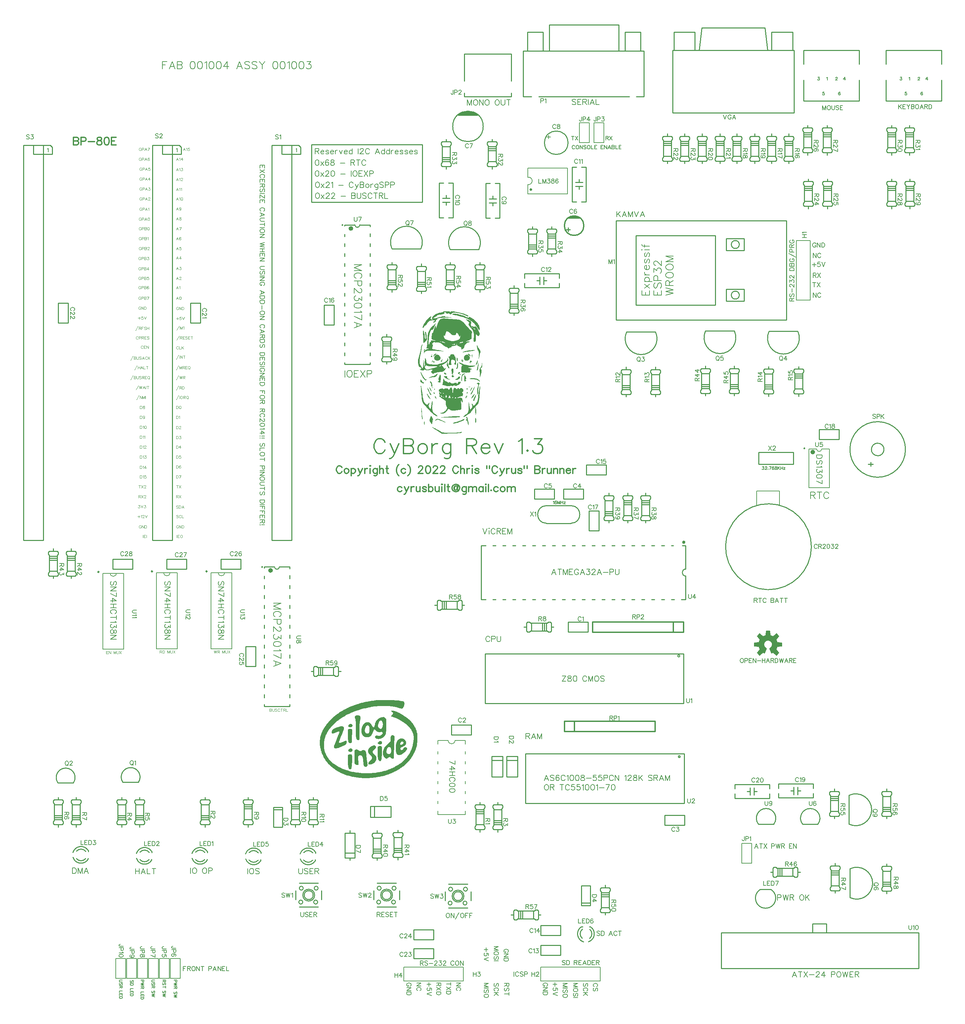
<source format=gto>
G04 Layer: TopSilkscreenLayer*
G04 EasyEDA v6.5.46, 2024-11-29 12:55:24*
G04 028e3914a6f949ed9ca799ef75e4ed4f,10*
G04 Gerber Generator version 0.2*
G04 Scale: 100 percent, Rotated: No, Reflected: No *
G04 Dimensions in inches *
G04 leading zeros omitted , absolute positions ,3 integer and 6 decimal *
%FSLAX36Y36*%
%MOIN*%

%ADD10C,0.0080*%
%ADD11C,0.0138*%
%ADD12C,0.0047*%
%ADD13C,0.0080*%
%ADD14C,0.0060*%
%ADD15C,0.0070*%
%ADD16C,0.0100*%
%ADD17C,0.0080*%
%ADD18C,0.0090*%
%ADD19C,0.0059*%
%ADD20C,0.0079*%
%ADD21C,0.0079*%
%ADD22C,0.0122*%
%ADD23C,0.0236*%
%ADD24C,0.0098*%
%ADD25C,0.0118*%
%ADD26C,0.0197*%
%ADD27C,0.0157*%
%ADD28C,0.0147*%

%LPD*%
G36*
X4419940Y-2632000D02*
G01*
X4413180Y-2632100D01*
X4406860Y-2632360D01*
X4401160Y-2632760D01*
X4396160Y-2633320D01*
X4392040Y-2633980D01*
X4388940Y-2634740D01*
X4387800Y-2635160D01*
X4386960Y-2635580D01*
X4386460Y-2636019D01*
X4386080Y-2637120D01*
X4385500Y-2637799D01*
X4384560Y-2638500D01*
X4383300Y-2639220D01*
X4379880Y-2640680D01*
X4375460Y-2642080D01*
X4370260Y-2643360D01*
X4358560Y-2645480D01*
X4352720Y-2646700D01*
X4346980Y-2648100D01*
X4341360Y-2649640D01*
X4335880Y-2651340D01*
X4330540Y-2653180D01*
X4325340Y-2655160D01*
X4320340Y-2657240D01*
X4315500Y-2659440D01*
X4310860Y-2661740D01*
X4306420Y-2664120D01*
X4302200Y-2666580D01*
X4298220Y-2669120D01*
X4294480Y-2671720D01*
X4291000Y-2674360D01*
X4287800Y-2677040D01*
X4284860Y-2679740D01*
X4282240Y-2682460D01*
X4279900Y-2685200D01*
X4277900Y-2687940D01*
X4276240Y-2690659D01*
X4274920Y-2693360D01*
X4273940Y-2696040D01*
X4273360Y-2698660D01*
X4273140Y-2701240D01*
X4273320Y-2703759D01*
X4273920Y-2706200D01*
X4274940Y-2708560D01*
X4276400Y-2710820D01*
X4277280Y-2711920D01*
X4279680Y-2714480D01*
X4280520Y-2715620D01*
X4280800Y-2716460D01*
X4280480Y-2716960D01*
X4279560Y-2717160D01*
X4278020Y-2717040D01*
X4275840Y-2716660D01*
X4273040Y-2715980D01*
X4270360Y-2715220D01*
X4267960Y-2714420D01*
X4265840Y-2713540D01*
X4264000Y-2712620D01*
X4262440Y-2711600D01*
X4261160Y-2710520D01*
X4260120Y-2709340D01*
X4259360Y-2708060D01*
X4258840Y-2706680D01*
X4258600Y-2705200D01*
X4258580Y-2703580D01*
X4258820Y-2701820D01*
X4259320Y-2699940D01*
X4260040Y-2697919D01*
X4261000Y-2695740D01*
X4263280Y-2691320D01*
X4264960Y-2687760D01*
X4266000Y-2684960D01*
X4266260Y-2683840D01*
X4266380Y-2682919D01*
X4266320Y-2682180D01*
X4266100Y-2681640D01*
X4265700Y-2681280D01*
X4265140Y-2681120D01*
X4264420Y-2681139D01*
X4263540Y-2681360D01*
X4261260Y-2682380D01*
X4258300Y-2684160D01*
X4254660Y-2686700D01*
X4250340Y-2690020D01*
X4245320Y-2694100D01*
X4240880Y-2697900D01*
X4237420Y-2701060D01*
X4233900Y-2704500D01*
X4230320Y-2708200D01*
X4226720Y-2712120D01*
X4223100Y-2716220D01*
X4215920Y-2724900D01*
X4212400Y-2729400D01*
X4207260Y-2736280D01*
X4200760Y-2745520D01*
X4194840Y-2754640D01*
X4192120Y-2759080D01*
X4189620Y-2763399D01*
X4187340Y-2767580D01*
X4185280Y-2771580D01*
X4183500Y-2775360D01*
X4181980Y-2778900D01*
X4180779Y-2782180D01*
X4179900Y-2785160D01*
X4179340Y-2787820D01*
X4179160Y-2790120D01*
X4179220Y-2793740D01*
X4179460Y-2796480D01*
X4179900Y-2798380D01*
X4180580Y-2799480D01*
X4181600Y-2799820D01*
X4182960Y-2799420D01*
X4184720Y-2798340D01*
X4186940Y-2796620D01*
X4188500Y-2795179D01*
X4189940Y-2793560D01*
X4191259Y-2791780D01*
X4192420Y-2789920D01*
X4193360Y-2788039D01*
X4194080Y-2786200D01*
X4194540Y-2784440D01*
X4194700Y-2782820D01*
X4195100Y-2780200D01*
X4196180Y-2778519D01*
X4197780Y-2777900D01*
X4200340Y-2778700D01*
X4201120Y-2778620D01*
X4202060Y-2778300D01*
X4203140Y-2777720D01*
X4204360Y-2776920D01*
X4207140Y-2774660D01*
X4210320Y-2771620D01*
X4213800Y-2767900D01*
X4217480Y-2763580D01*
X4221260Y-2758759D01*
X4229400Y-2747720D01*
X4233100Y-2743000D01*
X4236560Y-2738960D01*
X4238200Y-2737180D01*
X4241440Y-2734080D01*
X4244660Y-2731520D01*
X4246300Y-2730440D01*
X4247980Y-2729480D01*
X4249700Y-2728620D01*
X4251460Y-2727860D01*
X4253320Y-2727200D01*
X4255240Y-2726640D01*
X4259380Y-2725760D01*
X4264000Y-2725179D01*
X4269200Y-2724820D01*
X4275060Y-2724640D01*
X4285820Y-2724600D01*
X4292480Y-2724680D01*
X4297180Y-2724900D01*
X4298840Y-2725080D01*
X4300080Y-2725360D01*
X4300880Y-2725700D01*
X4301280Y-2726139D01*
X4301300Y-2726680D01*
X4300940Y-2727320D01*
X4300220Y-2728100D01*
X4297800Y-2730080D01*
X4294140Y-2732660D01*
X4291880Y-2734380D01*
X4289880Y-2736180D01*
X4288180Y-2737980D01*
X4286820Y-2739760D01*
X4285840Y-2741440D01*
X4285260Y-2743000D01*
X4285140Y-2744360D01*
X4285500Y-2745480D01*
X4286400Y-2746200D01*
X4287840Y-2746440D01*
X4289760Y-2746200D01*
X4292060Y-2745539D01*
X4294700Y-2744460D01*
X4297560Y-2742980D01*
X4300600Y-2741160D01*
X4303720Y-2739000D01*
X4306960Y-2736500D01*
X4309640Y-2734120D01*
X4311780Y-2731920D01*
X4313320Y-2729900D01*
X4314280Y-2728100D01*
X4314620Y-2726560D01*
X4314320Y-2725299D01*
X4311920Y-2722720D01*
X4312480Y-2721019D01*
X4314900Y-2719380D01*
X4323200Y-2716420D01*
X4326140Y-2714420D01*
X4327600Y-2712220D01*
X4327300Y-2710059D01*
X4326800Y-2709020D01*
X4326660Y-2708020D01*
X4326900Y-2707080D01*
X4327500Y-2706180D01*
X4328480Y-2705340D01*
X4329840Y-2704560D01*
X4331600Y-2703800D01*
X4333740Y-2703100D01*
X4336300Y-2702460D01*
X4339260Y-2701840D01*
X4342640Y-2701280D01*
X4350700Y-2700280D01*
X4360500Y-2699460D01*
X4372100Y-2698780D01*
X4385560Y-2698260D01*
X4400940Y-2697900D01*
X4460280Y-2697240D01*
X4469460Y-2696980D01*
X4476140Y-2696700D01*
X4480120Y-2696400D01*
X4481200Y-2696139D01*
X4481180Y-2696060D01*
X4480560Y-2695880D01*
X4476900Y-2695539D01*
X4458880Y-2694260D01*
X4443420Y-2692960D01*
X4430420Y-2691620D01*
X4419820Y-2690240D01*
X4415400Y-2689540D01*
X4411540Y-2688800D01*
X4408260Y-2688060D01*
X4405500Y-2687300D01*
X4403300Y-2686520D01*
X4401620Y-2685700D01*
X4400460Y-2684860D01*
X4400080Y-2684440D01*
X4399820Y-2684000D01*
X4399680Y-2683560D01*
X4399660Y-2683120D01*
X4400940Y-2679960D01*
X4400180Y-2678920D01*
X4397740Y-2679080D01*
X4388740Y-2682100D01*
X4382800Y-2683720D01*
X4376560Y-2685120D01*
X4367680Y-2686660D01*
X4359640Y-2688519D01*
X4350000Y-2691180D01*
X4339960Y-2694340D01*
X4332760Y-2696800D01*
X4327700Y-2698360D01*
X4322400Y-2699780D01*
X4317040Y-2701040D01*
X4311780Y-2702100D01*
X4306740Y-2702940D01*
X4302120Y-2703519D01*
X4298080Y-2703800D01*
X4280140Y-2703600D01*
X4297860Y-2694220D01*
X4302420Y-2691480D01*
X4307080Y-2688420D01*
X4311560Y-2685200D01*
X4315640Y-2682000D01*
X4319060Y-2679000D01*
X4321880Y-2676320D01*
X4323500Y-2675059D01*
X4325340Y-2673860D01*
X4327320Y-2672760D01*
X4329460Y-2671740D01*
X4331700Y-2670820D01*
X4334020Y-2670000D01*
X4336380Y-2669320D01*
X4338780Y-2668759D01*
X4341140Y-2668360D01*
X4343480Y-2668100D01*
X4347480Y-2667980D01*
X4351400Y-2667740D01*
X4355800Y-2667280D01*
X4360500Y-2666640D01*
X4365400Y-2665840D01*
X4370320Y-2664900D01*
X4375100Y-2663820D01*
X4379640Y-2662660D01*
X4385460Y-2660920D01*
X4388640Y-2659860D01*
X4391320Y-2658840D01*
X4393500Y-2657840D01*
X4395240Y-2656880D01*
X4396520Y-2655920D01*
X4397380Y-2654940D01*
X4397840Y-2653920D01*
X4397900Y-2652860D01*
X4397600Y-2651740D01*
X4396940Y-2650520D01*
X4394540Y-2647340D01*
X4393660Y-2645840D01*
X4393360Y-2644620D01*
X4393680Y-2643720D01*
X4394600Y-2643039D01*
X4396180Y-2642600D01*
X4398420Y-2642360D01*
X4401340Y-2642280D01*
X4403640Y-2642440D01*
X4405920Y-2642919D01*
X4408100Y-2643660D01*
X4410120Y-2644640D01*
X4411940Y-2645820D01*
X4413500Y-2647180D01*
X4414720Y-2648660D01*
X4416540Y-2652240D01*
X4417800Y-2653800D01*
X4419380Y-2654940D01*
X4421340Y-2655700D01*
X4423680Y-2656080D01*
X4426480Y-2656080D01*
X4429740Y-2655720D01*
X4436820Y-2654380D01*
X4439740Y-2654040D01*
X4442300Y-2653940D01*
X4444440Y-2654120D01*
X4446140Y-2654540D01*
X4447380Y-2655220D01*
X4448160Y-2656139D01*
X4448640Y-2658780D01*
X4449300Y-2660020D01*
X4450340Y-2661019D01*
X4451680Y-2661780D01*
X4453300Y-2662340D01*
X4455120Y-2662660D01*
X4457080Y-2662780D01*
X4459160Y-2662700D01*
X4461260Y-2662420D01*
X4463340Y-2661920D01*
X4465360Y-2661240D01*
X4467240Y-2660380D01*
X4468960Y-2659340D01*
X4470420Y-2658100D01*
X4471600Y-2656720D01*
X4472800Y-2654340D01*
X4473300Y-2653580D01*
X4473900Y-2652860D01*
X4475420Y-2651560D01*
X4476340Y-2650960D01*
X4478480Y-2649920D01*
X4481000Y-2649040D01*
X4483880Y-2648300D01*
X4487080Y-2647740D01*
X4490620Y-2647340D01*
X4494440Y-2647100D01*
X4498540Y-2647000D01*
X4502900Y-2647060D01*
X4507480Y-2647260D01*
X4512260Y-2647600D01*
X4517260Y-2648100D01*
X4522400Y-2648720D01*
X4527700Y-2649480D01*
X4535880Y-2650860D01*
X4547100Y-2653159D01*
X4552800Y-2654500D01*
X4558540Y-2655960D01*
X4564280Y-2657540D01*
X4570000Y-2659220D01*
X4575700Y-2661019D01*
X4581340Y-2662919D01*
X4586920Y-2664940D01*
X4592380Y-2667060D01*
X4597740Y-2669280D01*
X4602960Y-2671600D01*
X4616340Y-2677860D01*
X4622320Y-2680500D01*
X4627340Y-2682580D01*
X4631440Y-2684080D01*
X4634660Y-2685040D01*
X4637080Y-2685440D01*
X4637980Y-2685440D01*
X4638680Y-2685299D01*
X4639200Y-2685020D01*
X4639540Y-2684600D01*
X4639700Y-2684060D01*
X4639700Y-2683380D01*
X4639520Y-2682580D01*
X4638700Y-2680580D01*
X4637260Y-2678060D01*
X4636140Y-2676580D01*
X4634660Y-2675059D01*
X4632780Y-2673500D01*
X4630540Y-2671920D01*
X4627960Y-2670320D01*
X4625020Y-2668700D01*
X4621740Y-2667060D01*
X4618140Y-2665400D01*
X4609960Y-2662060D01*
X4605420Y-2660380D01*
X4595480Y-2657040D01*
X4584440Y-2653720D01*
X4578520Y-2652060D01*
X4565980Y-2648820D01*
X4552520Y-2645680D01*
X4538220Y-2642640D01*
X4518720Y-2638759D01*
X4502700Y-2635779D01*
X4495900Y-2634620D01*
X4489840Y-2633720D01*
X4484460Y-2633020D01*
X4479740Y-2632580D01*
X4475620Y-2632360D01*
X4472060Y-2632380D01*
X4469000Y-2632640D01*
X4466420Y-2633159D01*
X4464280Y-2633900D01*
X4463340Y-2634360D01*
X4461740Y-2635480D01*
X4460460Y-2636860D01*
X4459420Y-2638480D01*
X4458620Y-2640340D01*
X4458000Y-2642480D01*
X4457520Y-2644860D01*
X4455140Y-2660299D01*
X4454260Y-2644160D01*
X4453920Y-2640760D01*
X4453660Y-2639340D01*
X4453320Y-2638080D01*
X4452840Y-2636960D01*
X4452220Y-2636000D01*
X4451440Y-2635160D01*
X4450460Y-2634460D01*
X4449260Y-2633860D01*
X4447840Y-2633360D01*
X4446120Y-2632980D01*
X4444120Y-2632660D01*
X4441820Y-2632420D01*
X4436140Y-2632140D01*
X4428920Y-2632020D01*
G37*
G36*
X4496740Y-2657380D02*
G01*
X4492820Y-2657460D01*
X4489260Y-2657700D01*
X4486060Y-2658140D01*
X4483300Y-2658740D01*
X4482060Y-2659100D01*
X4479960Y-2660000D01*
X4479080Y-2660500D01*
X4478340Y-2661060D01*
X4477720Y-2661680D01*
X4477220Y-2662340D01*
X4477100Y-2662840D01*
X4477360Y-2663399D01*
X4477940Y-2663980D01*
X4478860Y-2664600D01*
X4480080Y-2665260D01*
X4483400Y-2666640D01*
X4487740Y-2668080D01*
X4493000Y-2669540D01*
X4499040Y-2670960D01*
X4505740Y-2672300D01*
X4518400Y-2674560D01*
X4530280Y-2676860D01*
X4541820Y-2679340D01*
X4555760Y-2682660D01*
X4566560Y-2685500D01*
X4577020Y-2688519D01*
X4587160Y-2691700D01*
X4592120Y-2693360D01*
X4599400Y-2695940D01*
X4608840Y-2699540D01*
X4617980Y-2703320D01*
X4628980Y-2708300D01*
X4637440Y-2712500D01*
X4643600Y-2715779D01*
X4651580Y-2720320D01*
X4659260Y-2725059D01*
X4666660Y-2729980D01*
X4673800Y-2735120D01*
X4678980Y-2739100D01*
X4685660Y-2744600D01*
X4692080Y-2750299D01*
X4696720Y-2754720D01*
X4702700Y-2760800D01*
X4707020Y-2765500D01*
X4712560Y-2771940D01*
X4715240Y-2775260D01*
X4719160Y-2780320D01*
X4722960Y-2785520D01*
X4726620Y-2790840D01*
X4738060Y-2808780D01*
X4742080Y-2814880D01*
X4745240Y-2819340D01*
X4746540Y-2820980D01*
X4747660Y-2822240D01*
X4748620Y-2823120D01*
X4749440Y-2823660D01*
X4750140Y-2823860D01*
X4750740Y-2823740D01*
X4751220Y-2823300D01*
X4751640Y-2822540D01*
X4752000Y-2821500D01*
X4752580Y-2818600D01*
X4753080Y-2814660D01*
X4753380Y-2811080D01*
X4753480Y-2807480D01*
X4753380Y-2803860D01*
X4753080Y-2800200D01*
X4752560Y-2796540D01*
X4751860Y-2792860D01*
X4750940Y-2789140D01*
X4749840Y-2785419D01*
X4748540Y-2781700D01*
X4747040Y-2777940D01*
X4745360Y-2774200D01*
X4743480Y-2770419D01*
X4741400Y-2766660D01*
X4739140Y-2762880D01*
X4736680Y-2759120D01*
X4734040Y-2755340D01*
X4731220Y-2751560D01*
X4728220Y-2747799D01*
X4725020Y-2744040D01*
X4721640Y-2740280D01*
X4718080Y-2736540D01*
X4714340Y-2732799D01*
X4710440Y-2729080D01*
X4706340Y-2725360D01*
X4702060Y-2721680D01*
X4697620Y-2718000D01*
X4688220Y-2710720D01*
X4683260Y-2707120D01*
X4678120Y-2703540D01*
X4671420Y-2699060D01*
X4665660Y-2695419D01*
X4660760Y-2692640D01*
X4656640Y-2690659D01*
X4654860Y-2689980D01*
X4653220Y-2689500D01*
X4651760Y-2689200D01*
X4650440Y-2689100D01*
X4649240Y-2689180D01*
X4648180Y-2689460D01*
X4647240Y-2689920D01*
X4646400Y-2690560D01*
X4645660Y-2691380D01*
X4645020Y-2692380D01*
X4644440Y-2693540D01*
X4643920Y-2694880D01*
X4643540Y-2695620D01*
X4642940Y-2696180D01*
X4642100Y-2696560D01*
X4641020Y-2696760D01*
X4639720Y-2696800D01*
X4638180Y-2696640D01*
X4636400Y-2696320D01*
X4634360Y-2695800D01*
X4629520Y-2694220D01*
X4623620Y-2691900D01*
X4616640Y-2688840D01*
X4603580Y-2682679D01*
X4598380Y-2680440D01*
X4593000Y-2678260D01*
X4587440Y-2676160D01*
X4581760Y-2674140D01*
X4575940Y-2672220D01*
X4564120Y-2668660D01*
X4558160Y-2667040D01*
X4552180Y-2665520D01*
X4540380Y-2662820D01*
X4534580Y-2661660D01*
X4523380Y-2659720D01*
X4518000Y-2658960D01*
X4512840Y-2658340D01*
X4507900Y-2657880D01*
X4503220Y-2657559D01*
G37*
G36*
X4389760Y-2704720D02*
G01*
X4386460Y-2704780D01*
X4383520Y-2704940D01*
X4380900Y-2705220D01*
X4378500Y-2705600D01*
X4375200Y-2706400D01*
X4373140Y-2707080D01*
X4368980Y-2708800D01*
X4363120Y-2711660D01*
X4356600Y-2715000D01*
X4353280Y-2717000D01*
X4350320Y-2719160D01*
X4347660Y-2721560D01*
X4346420Y-2722900D01*
X4344080Y-2725940D01*
X4341860Y-2729560D01*
X4339660Y-2733860D01*
X4337440Y-2738980D01*
X4335120Y-2745040D01*
X4332600Y-2752140D01*
X4322700Y-2781860D01*
X4318920Y-2792559D01*
X4315740Y-2800800D01*
X4313200Y-2806580D01*
X4312140Y-2808519D01*
X4311260Y-2809860D01*
X4310540Y-2810580D01*
X4310240Y-2810700D01*
X4309980Y-2810680D01*
X4309740Y-2810480D01*
X4309420Y-2809640D01*
X4309260Y-2808180D01*
X4309240Y-2806100D01*
X4309400Y-2803380D01*
X4310180Y-2796080D01*
X4311980Y-2783120D01*
X4312540Y-2777500D01*
X4312560Y-2775659D01*
X4312440Y-2774440D01*
X4312140Y-2773800D01*
X4311660Y-2773720D01*
X4311000Y-2774180D01*
X4310160Y-2775160D01*
X4309120Y-2776620D01*
X4307320Y-2779500D01*
X4306020Y-2782040D01*
X4302820Y-2789320D01*
X4299080Y-2798840D01*
X4295060Y-2809880D01*
X4291540Y-2820200D01*
X4567920Y-2820200D01*
X4568000Y-2816620D01*
X4568540Y-2814140D01*
X4569460Y-2813020D01*
X4570640Y-2813440D01*
X4571640Y-2815179D01*
X4572040Y-2817620D01*
X4571860Y-2820440D01*
X4571040Y-2823300D01*
X4569900Y-2825400D01*
X4568960Y-2825539D01*
X4568280Y-2823800D01*
X4567920Y-2820200D01*
X4291540Y-2820200D01*
X4288780Y-2828700D01*
X4286260Y-2836000D01*
X4284000Y-2841980D01*
X4282497Y-2845500D01*
X4386260Y-2845500D01*
X4395760Y-2873100D01*
X4397160Y-2876560D01*
X4398440Y-2878980D01*
X4399040Y-2879800D01*
X4399620Y-2880340D01*
X4400220Y-2880620D01*
X4400800Y-2880600D01*
X4401400Y-2880280D01*
X4402020Y-2879680D01*
X4402680Y-2878780D01*
X4403360Y-2877559D01*
X4404840Y-2874200D01*
X4406540Y-2869520D01*
X4408540Y-2863519D01*
X4415400Y-2841820D01*
X4416320Y-2839400D01*
X4417200Y-2837440D01*
X4418120Y-2835899D01*
X4419080Y-2834760D01*
X4420160Y-2834020D01*
X4421380Y-2833660D01*
X4422760Y-2833639D01*
X4424360Y-2833960D01*
X4426220Y-2834580D01*
X4428380Y-2835500D01*
X4433740Y-2838159D01*
X4439020Y-2840960D01*
X4443440Y-2843720D01*
X4448180Y-2847060D01*
X4452980Y-2850779D01*
X4457580Y-2854680D01*
X4461740Y-2858560D01*
X4465480Y-2862380D01*
X4467480Y-2864180D01*
X4469540Y-2865840D01*
X4471640Y-2867340D01*
X4473800Y-2868700D01*
X4475980Y-2869920D01*
X4478180Y-2871000D01*
X4480420Y-2871920D01*
X4482660Y-2872720D01*
X4484900Y-2873360D01*
X4487120Y-2873860D01*
X4489340Y-2874200D01*
X4491520Y-2874420D01*
X4493680Y-2874480D01*
X4495800Y-2874400D01*
X4497880Y-2874180D01*
X4499900Y-2873800D01*
X4501840Y-2873300D01*
X4503720Y-2872640D01*
X4505520Y-2871840D01*
X4507240Y-2870899D01*
X4508840Y-2869800D01*
X4510340Y-2868580D01*
X4511740Y-2867200D01*
X4513000Y-2865680D01*
X4514140Y-2864000D01*
X4515140Y-2862200D01*
X4518160Y-2854840D01*
X4519100Y-2852900D01*
X4519980Y-2851420D01*
X4520880Y-2850440D01*
X4521820Y-2849900D01*
X4522860Y-2849800D01*
X4524020Y-2850140D01*
X4525605Y-2851060D01*
X4562740Y-2851060D01*
X4562820Y-2847480D01*
X4563360Y-2845020D01*
X4564280Y-2843880D01*
X4565460Y-2844320D01*
X4566460Y-2846060D01*
X4566860Y-2848500D01*
X4566680Y-2851300D01*
X4565860Y-2854180D01*
X4564720Y-2856259D01*
X4563780Y-2856400D01*
X4563100Y-2854660D01*
X4562740Y-2851060D01*
X4525605Y-2851060D01*
X4526940Y-2852040D01*
X4530920Y-2855480D01*
X4532280Y-2856780D01*
X4533620Y-2858260D01*
X4536280Y-2861640D01*
X4538760Y-2865400D01*
X4540940Y-2869360D01*
X4541880Y-2871320D01*
X4542700Y-2873279D01*
X4544660Y-2879520D01*
X4545540Y-2881680D01*
X4546500Y-2883420D01*
X4547520Y-2884780D01*
X4548600Y-2885720D01*
X4549700Y-2886280D01*
X4550820Y-2886460D01*
X4551900Y-2886280D01*
X4552960Y-2885720D01*
X4553960Y-2884800D01*
X4554880Y-2883540D01*
X4555700Y-2881940D01*
X4556400Y-2879980D01*
X4556960Y-2877700D01*
X4557340Y-2875120D01*
X4557920Y-2868300D01*
X4558580Y-2866019D01*
X4559460Y-2865520D01*
X4560460Y-2866980D01*
X4560740Y-2867980D01*
X4560920Y-2869320D01*
X4560980Y-2870940D01*
X4560800Y-2874940D01*
X4560260Y-2879720D01*
X4559360Y-2885040D01*
X4558120Y-2890620D01*
X4556540Y-2896440D01*
X4555680Y-2899200D01*
X4554780Y-2901700D01*
X4553820Y-2904000D01*
X4552800Y-2906100D01*
X4551700Y-2908020D01*
X4550500Y-2909780D01*
X4549200Y-2911380D01*
X4547740Y-2912880D01*
X4546140Y-2914260D01*
X4544380Y-2915560D01*
X4542440Y-2916800D01*
X4540300Y-2917980D01*
X4537940Y-2919140D01*
X4532500Y-2921440D01*
X4527120Y-2923480D01*
X4521980Y-2925320D01*
X4517040Y-2926960D01*
X4512280Y-2928420D01*
X4507680Y-2929660D01*
X4503200Y-2930720D01*
X4498820Y-2931580D01*
X4494500Y-2932240D01*
X4490240Y-2932700D01*
X4485980Y-2932980D01*
X4481740Y-2933060D01*
X4477440Y-2932960D01*
X4473100Y-2932660D01*
X4468660Y-2932180D01*
X4464100Y-2931520D01*
X4459420Y-2930659D01*
X4454560Y-2929620D01*
X4449500Y-2928399D01*
X4444220Y-2927000D01*
X4432540Y-2923560D01*
X4426960Y-2921740D01*
X4421940Y-2919940D01*
X4417420Y-2918120D01*
X4413400Y-2916220D01*
X4409840Y-2914220D01*
X4408200Y-2913159D01*
X4405240Y-2910899D01*
X4402640Y-2908440D01*
X4400360Y-2905720D01*
X4399320Y-2904240D01*
X4397460Y-2901040D01*
X4395840Y-2897480D01*
X4394420Y-2893519D01*
X4393160Y-2889100D01*
X4392020Y-2884180D01*
X4391000Y-2878740D01*
X4390020Y-2872720D01*
X4386260Y-2845500D01*
X4282497Y-2845500D01*
X4281080Y-2848460D01*
X4280240Y-2849920D01*
X4279460Y-2851060D01*
X4278760Y-2851820D01*
X4278140Y-2852260D01*
X4277600Y-2852320D01*
X4277120Y-2852040D01*
X4276720Y-2851380D01*
X4276160Y-2849520D01*
X4275880Y-2849060D01*
X4275560Y-2848980D01*
X4275200Y-2849240D01*
X4274840Y-2849840D01*
X4274440Y-2850760D01*
X4273600Y-2853560D01*
X4272720Y-2857520D01*
X4271800Y-2862520D01*
X4270900Y-2868480D01*
X4270040Y-2875299D01*
X4269280Y-2882400D01*
X4268720Y-2889160D01*
X4268360Y-2895440D01*
X4268180Y-2901060D01*
X4268220Y-2905880D01*
X4268440Y-2909720D01*
X4268880Y-2912440D01*
X4269160Y-2913340D01*
X4269500Y-2913900D01*
X4270200Y-2914440D01*
X4271240Y-2915080D01*
X4274280Y-2916560D01*
X4278400Y-2918240D01*
X4283340Y-2920040D01*
X4288860Y-2921880D01*
X4294740Y-2923620D01*
X4316380Y-2929720D01*
X4262020Y-2926360D01*
X4261678Y-2936960D01*
X4352000Y-2936960D01*
X4353760Y-2936280D01*
X4357360Y-2935920D01*
X4360980Y-2936019D01*
X4363460Y-2936560D01*
X4364600Y-2937460D01*
X4364160Y-2938620D01*
X4362420Y-2939620D01*
X4361600Y-2939760D01*
X4370740Y-2939760D01*
X4370980Y-2938740D01*
X4371620Y-2938000D01*
X4372660Y-2937520D01*
X4374060Y-2937280D01*
X4375760Y-2937280D01*
X4377740Y-2937500D01*
X4379960Y-2937940D01*
X4382380Y-2938580D01*
X4384960Y-2939420D01*
X4387660Y-2940440D01*
X4390440Y-2941620D01*
X4393300Y-2942960D01*
X4396140Y-2944460D01*
X4398980Y-2946080D01*
X4401740Y-2947840D01*
X4404400Y-2949700D01*
X4409676Y-2953759D01*
X4546800Y-2953759D01*
X4547040Y-2952919D01*
X4547720Y-2952000D01*
X4548820Y-2951019D01*
X4550280Y-2950000D01*
X4552060Y-2948980D01*
X4556400Y-2946900D01*
X4561480Y-2944960D01*
X4566980Y-2943260D01*
X4569780Y-2942540D01*
X4572540Y-2941940D01*
X4575220Y-2941480D01*
X4577780Y-2941160D01*
X4580200Y-2941000D01*
X4584020Y-2941180D01*
X4586200Y-2942000D01*
X4586680Y-2943399D01*
X4585380Y-2945260D01*
X4584260Y-2946120D01*
X4582820Y-2947000D01*
X4581060Y-2947880D01*
X4576780Y-2949600D01*
X4571820Y-2951220D01*
X4566480Y-2952660D01*
X4561180Y-2953820D01*
X4556220Y-2954660D01*
X4551960Y-2955059D01*
X4550220Y-2955100D01*
X4548780Y-2954980D01*
X4547720Y-2954740D01*
X4547040Y-2954340D01*
X4546800Y-2953759D01*
X4409676Y-2953759D01*
X4410860Y-2954800D01*
X4411360Y-2955500D01*
X4411040Y-2955760D01*
X4409900Y-2955580D01*
X4407960Y-2955040D01*
X4403040Y-2953420D01*
X4397760Y-2951800D01*
X4380700Y-2947080D01*
X4378360Y-2946200D01*
X4376260Y-2945220D01*
X4374400Y-2944160D01*
X4372880Y-2943039D01*
X4371720Y-2941920D01*
X4371000Y-2940820D01*
X4370740Y-2939760D01*
X4361600Y-2939760D01*
X4359960Y-2940040D01*
X4357120Y-2939840D01*
X4354240Y-2939040D01*
X4352140Y-2937900D01*
X4352000Y-2936960D01*
X4261678Y-2936960D01*
X4261380Y-2946080D01*
X4261120Y-2951320D01*
X4260960Y-2953020D01*
X4260740Y-2954120D01*
X4260480Y-2954620D01*
X4260140Y-2954560D01*
X4259700Y-2953900D01*
X4258520Y-2950940D01*
X4256840Y-2945820D01*
X4255160Y-2941420D01*
X4253680Y-2939000D01*
X4252560Y-2938680D01*
X4251940Y-2940659D01*
X4251640Y-2942540D01*
X4251100Y-2944880D01*
X4249400Y-2950640D01*
X4247060Y-2957220D01*
X4245740Y-2960560D01*
X4243620Y-2965440D01*
X4242320Y-2968120D01*
X4241240Y-2969940D01*
X4240760Y-2970500D01*
X4240360Y-2970800D01*
X4240000Y-2970860D01*
X4239680Y-2970659D01*
X4239400Y-2970160D01*
X4239180Y-2969400D01*
X4238860Y-2966940D01*
X4238700Y-2963220D01*
X4238680Y-2958140D01*
X4239080Y-2943580D01*
X4239840Y-2925100D01*
X4240200Y-2918480D01*
X4241200Y-2905659D01*
X4242540Y-2893460D01*
X4244200Y-2881880D01*
X4246180Y-2870980D01*
X4247280Y-2865779D01*
X4248460Y-2860779D01*
X4249720Y-2855940D01*
X4251040Y-2851300D01*
X4252460Y-2846840D01*
X4253920Y-2842580D01*
X4255480Y-2838519D01*
X4257100Y-2834660D01*
X4258780Y-2831000D01*
X4260540Y-2827559D01*
X4262360Y-2824340D01*
X4265240Y-2819920D01*
X4268000Y-2816480D01*
X4270280Y-2814660D01*
X4271800Y-2814580D01*
X4272360Y-2816360D01*
X4272420Y-2817780D01*
X4272600Y-2818940D01*
X4272880Y-2819860D01*
X4273260Y-2820520D01*
X4273760Y-2820940D01*
X4274340Y-2821120D01*
X4275020Y-2821080D01*
X4275780Y-2820800D01*
X4276640Y-2820299D01*
X4277560Y-2819580D01*
X4279620Y-2817500D01*
X4281940Y-2814640D01*
X4284500Y-2810980D01*
X4287220Y-2806620D01*
X4290100Y-2801560D01*
X4293080Y-2795860D01*
X4296140Y-2789560D01*
X4298840Y-2783680D01*
X4301180Y-2778240D01*
X4303180Y-2773240D01*
X4304860Y-2768759D01*
X4306180Y-2764800D01*
X4307160Y-2761380D01*
X4307800Y-2758540D01*
X4308100Y-2756340D01*
X4308040Y-2754760D01*
X4307860Y-2754240D01*
X4307620Y-2753880D01*
X4307280Y-2753700D01*
X4306860Y-2753700D01*
X4306340Y-2753880D01*
X4305040Y-2754820D01*
X4303380Y-2756540D01*
X4301360Y-2759060D01*
X4298980Y-2762440D01*
X4295420Y-2767760D01*
X4293140Y-2770740D01*
X4290900Y-2773340D01*
X4288780Y-2775480D01*
X4286820Y-2777140D01*
X4285080Y-2778220D01*
X4283640Y-2778700D01*
X4282560Y-2778519D01*
X4281920Y-2778279D01*
X4281180Y-2778260D01*
X4280340Y-2778460D01*
X4279400Y-2778860D01*
X4278360Y-2779460D01*
X4277240Y-2780240D01*
X4274760Y-2782380D01*
X4271980Y-2785220D01*
X4268940Y-2788680D01*
X4265720Y-2792720D01*
X4262320Y-2797300D01*
X4258800Y-2802340D01*
X4255200Y-2807780D01*
X4251580Y-2813600D01*
X4247960Y-2819700D01*
X4244380Y-2826080D01*
X4240900Y-2832640D01*
X4239140Y-2836139D01*
X4237560Y-2839580D01*
X4236120Y-2843000D01*
X4234840Y-2846460D01*
X4233680Y-2850020D01*
X4232660Y-2853720D01*
X4231760Y-2857600D01*
X4230960Y-2861720D01*
X4230260Y-2866139D01*
X4229660Y-2870920D01*
X4228680Y-2881720D01*
X4227960Y-2894540D01*
X4226860Y-2927100D01*
X4226260Y-2941820D01*
X4225560Y-2954280D01*
X4224740Y-2964780D01*
X4224280Y-2969420D01*
X4223200Y-2977600D01*
X4222580Y-2981240D01*
X4221900Y-2984640D01*
X4220360Y-2990880D01*
X4219480Y-2993780D01*
X4217480Y-2999380D01*
X4216320Y-3003100D01*
X4216100Y-3005620D01*
X4216800Y-3006820D01*
X4218420Y-3006460D01*
X4219580Y-3005980D01*
X4221080Y-3005700D01*
X4222840Y-3005620D01*
X4224820Y-3005720D01*
X4226940Y-3006000D01*
X4229140Y-3006440D01*
X4231360Y-3007060D01*
X4233540Y-3007820D01*
X4238820Y-3010080D01*
X4240040Y-3010840D01*
X4240300Y-3011380D01*
X4239580Y-3011760D01*
X4237840Y-3012020D01*
X4235080Y-3012200D01*
X4231280Y-3012320D01*
X4229460Y-3012480D01*
X4227480Y-3012840D01*
X4225380Y-3013380D01*
X4223180Y-3014100D01*
X4220920Y-3014960D01*
X4218640Y-3015980D01*
X4216360Y-3017120D01*
X4214100Y-3018380D01*
X4211900Y-3019740D01*
X4209800Y-3021180D01*
X4207800Y-3022700D01*
X4205980Y-3024260D01*
X4193300Y-3035840D01*
X4199360Y-3024260D01*
X4200480Y-3021940D01*
X4201320Y-3019760D01*
X4201920Y-3017799D01*
X4202220Y-3016080D01*
X4202260Y-3014680D01*
X4202000Y-3013600D01*
X4201460Y-3012919D01*
X4200620Y-3012679D01*
X4199320Y-3012840D01*
X4198100Y-3013320D01*
X4196940Y-3014100D01*
X4195880Y-3015179D01*
X4194900Y-3016540D01*
X4194000Y-3018180D01*
X4193180Y-3020100D01*
X4192460Y-3022260D01*
X4191820Y-3024680D01*
X4191280Y-3027340D01*
X4190840Y-3030220D01*
X4190280Y-3036660D01*
X4190160Y-3040200D01*
X4190220Y-3047840D01*
X4190419Y-3051920D01*
X4190680Y-3055120D01*
X4190980Y-3057400D01*
X4191340Y-3058780D01*
X4191740Y-3059240D01*
X4192180Y-3058780D01*
X4192660Y-3057400D01*
X4193480Y-3053680D01*
X4194240Y-3051019D01*
X4195200Y-3048519D01*
X4196400Y-3046180D01*
X4197840Y-3044020D01*
X4199540Y-3042020D01*
X4201500Y-3040179D01*
X4203740Y-3038480D01*
X4206280Y-3036940D01*
X4209120Y-3035560D01*
X4212280Y-3034300D01*
X4215780Y-3033200D01*
X4219620Y-3032240D01*
X4223820Y-3031400D01*
X4228380Y-3030700D01*
X4233340Y-3030120D01*
X4238700Y-3029680D01*
X4244460Y-3029340D01*
X4250640Y-3029140D01*
X4257260Y-3029040D01*
X4271860Y-3029180D01*
X4288360Y-3029740D01*
X4306220Y-3030640D01*
X4332180Y-3032260D01*
X4344020Y-3033120D01*
X4354660Y-3034000D01*
X4363760Y-3034860D01*
X4370960Y-3035659D01*
X4379500Y-3037000D01*
X4382700Y-3037420D01*
X4385480Y-3037660D01*
X4387780Y-3037740D01*
X4389520Y-3037640D01*
X4390640Y-3037360D01*
X4391100Y-3036920D01*
X4390820Y-3036300D01*
X4389880Y-3035740D01*
X4388000Y-3035059D01*
X4385220Y-3034220D01*
X4377340Y-3032260D01*
X4366780Y-3029940D01*
X4354140Y-3027420D01*
X4339960Y-3024820D01*
X4325000Y-3022260D01*
X4310880Y-3019740D01*
X4298360Y-3017360D01*
X4287960Y-3015260D01*
X4280280Y-3013540D01*
X4275840Y-3012300D01*
X4275020Y-3011900D01*
X4274680Y-3011040D01*
X4274600Y-3009480D01*
X4274760Y-3007280D01*
X4275140Y-3004560D01*
X4275740Y-3001420D01*
X4277540Y-2994140D01*
X4279820Y-2986420D01*
X4281420Y-2980220D01*
X4281880Y-2977679D01*
X4282100Y-2975480D01*
X4282120Y-2973580D01*
X4281900Y-2971920D01*
X4281440Y-2970460D01*
X4280740Y-2969180D01*
X4279820Y-2968039D01*
X4278640Y-2966980D01*
X4275280Y-2964540D01*
X4274000Y-2963140D01*
X4273460Y-2961700D01*
X4273680Y-2960140D01*
X4274680Y-2958380D01*
X4276520Y-2956320D01*
X4279180Y-2953900D01*
X4282720Y-2951040D01*
X4286200Y-2948380D01*
X4289320Y-2946139D01*
X4292120Y-2944320D01*
X4294580Y-2942900D01*
X4296720Y-2941900D01*
X4298560Y-2941300D01*
X4300080Y-2941100D01*
X4301300Y-2941300D01*
X4302260Y-2941920D01*
X4302920Y-2942919D01*
X4303300Y-2944320D01*
X4303440Y-2946120D01*
X4303860Y-2947960D01*
X4305020Y-2948980D01*
X4306740Y-2949100D01*
X4309820Y-2947820D01*
X4311180Y-2947480D01*
X4312920Y-2947220D01*
X4315000Y-2947020D01*
X4320020Y-2946900D01*
X4325940Y-2947060D01*
X4332460Y-2947540D01*
X4339300Y-2948340D01*
X4344880Y-2949220D01*
X4350000Y-2950299D01*
X4354740Y-2951640D01*
X4357020Y-2952400D01*
X4361380Y-2954200D01*
X4365620Y-2956360D01*
X4369800Y-2958940D01*
X4374040Y-2961980D01*
X4378420Y-2965539D01*
X4382799Y-2969440D01*
X4468140Y-2969440D01*
X4468800Y-2969200D01*
X4472180Y-2968600D01*
X4478180Y-2967820D01*
X4481560Y-2967280D01*
X4484720Y-2966600D01*
X4487580Y-2965779D01*
X4490080Y-2964840D01*
X4492140Y-2963820D01*
X4493680Y-2962760D01*
X4494680Y-2961680D01*
X4495020Y-2960620D01*
X4495420Y-2958880D01*
X4496540Y-2957940D01*
X4498180Y-2957840D01*
X4500200Y-2958680D01*
X4502200Y-2960280D01*
X4503860Y-2962340D01*
X4504028Y-2962679D01*
X4512500Y-2962679D01*
X4514260Y-2962000D01*
X4517880Y-2961640D01*
X4521500Y-2961740D01*
X4523980Y-2962280D01*
X4525120Y-2963180D01*
X4524680Y-2964360D01*
X4522920Y-2965340D01*
X4520480Y-2965760D01*
X4517640Y-2965560D01*
X4514760Y-2964760D01*
X4512660Y-2963620D01*
X4512500Y-2962679D01*
X4504028Y-2962679D01*
X4504960Y-2964560D01*
X4505380Y-2966700D01*
X4504920Y-2967640D01*
X4503640Y-2968500D01*
X4501600Y-2969260D01*
X4498900Y-2969860D01*
X4495640Y-2970340D01*
X4491900Y-2970640D01*
X4487780Y-2970779D01*
X4478980Y-2970539D01*
X4472460Y-2970200D01*
X4468880Y-2969860D01*
X4468160Y-2969660D01*
X4468140Y-2969440D01*
X4382799Y-2969440D01*
X4389900Y-2975980D01*
X4394480Y-2979760D01*
X4399020Y-2983200D01*
X4403400Y-2986180D01*
X4407520Y-2988660D01*
X4411220Y-2990520D01*
X4412880Y-2991200D01*
X4414380Y-2991700D01*
X4415740Y-2992000D01*
X4419060Y-2992300D01*
X4421300Y-2992820D01*
X4423520Y-2993660D01*
X4425660Y-2994760D01*
X4427680Y-2996080D01*
X4429500Y-2997620D01*
X4431060Y-2999300D01*
X4432300Y-3001120D01*
X4433760Y-3003500D01*
X4435120Y-3005280D01*
X4436400Y-3006460D01*
X4437700Y-3007040D01*
X4439040Y-3007040D01*
X4440500Y-3006480D01*
X4442120Y-3005360D01*
X4443940Y-3003680D01*
X4445460Y-3002400D01*
X4447220Y-3001180D01*
X4449200Y-3000100D01*
X4451300Y-2999140D01*
X4453480Y-2998360D01*
X4455680Y-2997760D01*
X4457800Y-2997380D01*
X4459800Y-2997260D01*
X4463320Y-2996800D01*
X4466000Y-2995560D01*
X4467600Y-2993700D01*
X4467840Y-2991460D01*
X4467880Y-2990240D01*
X4468560Y-2989040D01*
X4469780Y-2987860D01*
X4471480Y-2986740D01*
X4473620Y-2985740D01*
X4476140Y-2984840D01*
X4478980Y-2984120D01*
X4489300Y-2982380D01*
X4494740Y-2981259D01*
X4500320Y-2979960D01*
X4505720Y-2978560D01*
X4510680Y-2977140D01*
X4517060Y-2975140D01*
X4520580Y-2974280D01*
X4523520Y-2973900D01*
X4525960Y-2973980D01*
X4528020Y-2974540D01*
X4529740Y-2975600D01*
X4531240Y-2977180D01*
X4532620Y-2979260D01*
X4534740Y-2982100D01*
X4537200Y-2983980D01*
X4539700Y-2984740D01*
X4541940Y-2984200D01*
X4543820Y-2983480D01*
X4545360Y-2983700D01*
X4546420Y-2984780D01*
X4546800Y-2986660D01*
X4547620Y-2988780D01*
X4549840Y-2990520D01*
X4553120Y-2991680D01*
X4557160Y-2992120D01*
X4559780Y-2992280D01*
X4561980Y-2992799D01*
X4563760Y-2993700D01*
X4565180Y-2995000D01*
X4566240Y-2996760D01*
X4566960Y-2998980D01*
X4567380Y-3001720D01*
X4567520Y-3007640D01*
X4567760Y-3011960D01*
X4568000Y-3013620D01*
X4568360Y-3014940D01*
X4568860Y-3015960D01*
X4569520Y-3016660D01*
X4570340Y-3017040D01*
X4571380Y-3017120D01*
X4572620Y-3016900D01*
X4574100Y-3016380D01*
X4577880Y-3014480D01*
X4585820Y-3009520D01*
X4587700Y-3008180D01*
X4589480Y-3006740D01*
X4591120Y-3005179D01*
X4592600Y-3003540D01*
X4593940Y-3001820D01*
X4595140Y-3000040D01*
X4596160Y-2998200D01*
X4597000Y-2996320D01*
X4597680Y-2994400D01*
X4598180Y-2992460D01*
X4598480Y-2990500D01*
X4598680Y-2986860D01*
X4598960Y-2985100D01*
X4599420Y-2983260D01*
X4600060Y-2981360D01*
X4600860Y-2979400D01*
X4601800Y-2977420D01*
X4602880Y-2975400D01*
X4605420Y-2971340D01*
X4608380Y-2967280D01*
X4611700Y-2963340D01*
X4615280Y-2959580D01*
X4619040Y-2956100D01*
X4622880Y-2953000D01*
X4626760Y-2950340D01*
X4628680Y-2949200D01*
X4630580Y-2948200D01*
X4632440Y-2947380D01*
X4634240Y-2946700D01*
X4636000Y-2946220D01*
X4637680Y-2945920D01*
X4641460Y-2945700D01*
X4643600Y-2945400D01*
X4645680Y-2944900D01*
X4647640Y-2944260D01*
X4649400Y-2943480D01*
X4650920Y-2942580D01*
X4652140Y-2941600D01*
X4653020Y-2940539D01*
X4653360Y-2939740D01*
X4653360Y-2939040D01*
X4653000Y-2938460D01*
X4652260Y-2937980D01*
X4651180Y-2937620D01*
X4649760Y-2937380D01*
X4647980Y-2937240D01*
X4643360Y-2937300D01*
X4637400Y-2937820D01*
X4611520Y-2941200D01*
X4630180Y-2930659D01*
X4635840Y-2927820D01*
X4640260Y-2926000D01*
X4641820Y-2925560D01*
X4642860Y-2925440D01*
X4643340Y-2925680D01*
X4644420Y-2925800D01*
X4646820Y-2924540D01*
X4650160Y-2922120D01*
X4656200Y-2917060D01*
X4658280Y-2915560D01*
X4660300Y-2914340D01*
X4662200Y-2913440D01*
X4663940Y-2912840D01*
X4665460Y-2912600D01*
X4666700Y-2912720D01*
X4667960Y-2913399D01*
X4668300Y-2913220D01*
X4668620Y-2912700D01*
X4668940Y-2911880D01*
X4669540Y-2909340D01*
X4670040Y-2905700D01*
X4670480Y-2901100D01*
X4670800Y-2895659D01*
X4671000Y-2889520D01*
X4671160Y-2874900D01*
X4671480Y-2867940D01*
X4671980Y-2861920D01*
X4672700Y-2856840D01*
X4673620Y-2852740D01*
X4674140Y-2851060D01*
X4674720Y-2849620D01*
X4675360Y-2848420D01*
X4676040Y-2847480D01*
X4676760Y-2846780D01*
X4678140Y-2845920D01*
X4678480Y-2845280D01*
X4678520Y-2844420D01*
X4678280Y-2843340D01*
X4677780Y-2842060D01*
X4677020Y-2840560D01*
X4674700Y-2837000D01*
X4671340Y-2832700D01*
X4667020Y-2827700D01*
X4661740Y-2822060D01*
X4644960Y-2805200D01*
X4637640Y-2797559D01*
X4630420Y-2789860D01*
X4623580Y-2782380D01*
X4617420Y-2775440D01*
X4612200Y-2769320D01*
X4605900Y-2761620D01*
X4601740Y-2756840D01*
X4597560Y-2752300D01*
X4593380Y-2748000D01*
X4589200Y-2743960D01*
X4585020Y-2740160D01*
X4580840Y-2736640D01*
X4576680Y-2733380D01*
X4572540Y-2730380D01*
X4568440Y-2727660D01*
X4564360Y-2725220D01*
X4560320Y-2723060D01*
X4556320Y-2721180D01*
X4552360Y-2719580D01*
X4548480Y-2718279D01*
X4544640Y-2717280D01*
X4540880Y-2716580D01*
X4510980Y-2714180D01*
X4456180Y-2709580D01*
X4420560Y-2706500D01*
X4407780Y-2705520D01*
X4397660Y-2704920D01*
X4393460Y-2704760D01*
G37*
G36*
X4621200Y-2714860D02*
G01*
X4620280Y-2714940D01*
X4619560Y-2715120D01*
X4619060Y-2715440D01*
X4618740Y-2715860D01*
X4618620Y-2716420D01*
X4618720Y-2717080D01*
X4619020Y-2717880D01*
X4619540Y-2718780D01*
X4621200Y-2720960D01*
X4623680Y-2723600D01*
X4627040Y-2726700D01*
X4634800Y-2733240D01*
X4637840Y-2735920D01*
X4640440Y-2738340D01*
X4642560Y-2740539D01*
X4644240Y-2742540D01*
X4645480Y-2744360D01*
X4646320Y-2746040D01*
X4646780Y-2747600D01*
X4646840Y-2749060D01*
X4646540Y-2750460D01*
X4645900Y-2751820D01*
X4643960Y-2754460D01*
X4643140Y-2755820D01*
X4642480Y-2757220D01*
X4642000Y-2758700D01*
X4641660Y-2760220D01*
X4641480Y-2761820D01*
X4641460Y-2763460D01*
X4641600Y-2765160D01*
X4641900Y-2766940D01*
X4642360Y-2768759D01*
X4642980Y-2770659D01*
X4643760Y-2772620D01*
X4644700Y-2774620D01*
X4647080Y-2778840D01*
X4648500Y-2781060D01*
X4650080Y-2783320D01*
X4653740Y-2788039D01*
X4658040Y-2793020D01*
X4663000Y-2798260D01*
X4668510Y-2803860D01*
X4691780Y-2803860D01*
X4692380Y-2803420D01*
X4694060Y-2803480D01*
X4696520Y-2804040D01*
X4699540Y-2805059D01*
X4702560Y-2806620D01*
X4705020Y-2808680D01*
X4706700Y-2810980D01*
X4707300Y-2813240D01*
X4706720Y-2814840D01*
X4705100Y-2815160D01*
X4702640Y-2814220D01*
X4699540Y-2812060D01*
X4696520Y-2809420D01*
X4694060Y-2807000D01*
X4692380Y-2805059D01*
X4691780Y-2803860D01*
X4668510Y-2803860D01*
X4673080Y-2809120D01*
X4675720Y-2812580D01*
X4678220Y-2816139D01*
X4680540Y-2819840D01*
X4682700Y-2823639D01*
X4684700Y-2827540D01*
X4686520Y-2831540D01*
X4688180Y-2835640D01*
X4689660Y-2839840D01*
X4690980Y-2844140D01*
X4692140Y-2848540D01*
X4693100Y-2853000D01*
X4693900Y-2857580D01*
X4694540Y-2862220D01*
X4694980Y-2866940D01*
X4695260Y-2871740D01*
X4695360Y-2876620D01*
X4695280Y-2881580D01*
X4695040Y-2886600D01*
X4694600Y-2891680D01*
X4694000Y-2896820D01*
X4693220Y-2902020D01*
X4692120Y-2908220D01*
X4691140Y-2914720D01*
X4690540Y-2920400D01*
X4690360Y-2925260D01*
X4690600Y-2929360D01*
X4690880Y-2931120D01*
X4691280Y-2932720D01*
X4691780Y-2934140D01*
X4692400Y-2935400D01*
X4693140Y-2936480D01*
X4694000Y-2937400D01*
X4694960Y-2938180D01*
X4696060Y-2938780D01*
X4697280Y-2939260D01*
X4698620Y-2939580D01*
X4700100Y-2939760D01*
X4701700Y-2939820D01*
X4703440Y-2939740D01*
X4705300Y-2939540D01*
X4707300Y-2939220D01*
X4708400Y-2938920D01*
X4709400Y-2938440D01*
X4710280Y-2937740D01*
X4711080Y-2936840D01*
X4711780Y-2935680D01*
X4712380Y-2934240D01*
X4712900Y-2932520D01*
X4713340Y-2930500D01*
X4713700Y-2928140D01*
X4714000Y-2925440D01*
X4714220Y-2922360D01*
X4714440Y-2915000D01*
X4714440Y-2905899D01*
X4714320Y-2896860D01*
X4714340Y-2889620D01*
X4714520Y-2882980D01*
X4714820Y-2877040D01*
X4715260Y-2872000D01*
X4715820Y-2868000D01*
X4716480Y-2865179D01*
X4716840Y-2864260D01*
X4717220Y-2863700D01*
X4717620Y-2863500D01*
X4718580Y-2863740D01*
X4719800Y-2864420D01*
X4721240Y-2865480D01*
X4722840Y-2866900D01*
X4724560Y-2868620D01*
X4726320Y-2870580D01*
X4728100Y-2872740D01*
X4733320Y-2879820D01*
X4734700Y-2881500D01*
X4735920Y-2882720D01*
X4737020Y-2883500D01*
X4738060Y-2883820D01*
X4739080Y-2883700D01*
X4740160Y-2883140D01*
X4741340Y-2882160D01*
X4742680Y-2880740D01*
X4746000Y-2876660D01*
X4747600Y-2874480D01*
X4749080Y-2872140D01*
X4750420Y-2869680D01*
X4751580Y-2867180D01*
X4752560Y-2864740D01*
X4753280Y-2862420D01*
X4753740Y-2860280D01*
X4753900Y-2858420D01*
X4753840Y-2857640D01*
X4753340Y-2855440D01*
X4752360Y-2852500D01*
X4751000Y-2848920D01*
X4749280Y-2844800D01*
X4745000Y-2835360D01*
X4739940Y-2825020D01*
X4734580Y-2814560D01*
X4729300Y-2804840D01*
X4724560Y-2796660D01*
X4722500Y-2793420D01*
X4720760Y-2790860D01*
X4719360Y-2789120D01*
X4718800Y-2788560D01*
X4718340Y-2788260D01*
X4718000Y-2788200D01*
X4717800Y-2788420D01*
X4717220Y-2790299D01*
X4716060Y-2790280D01*
X4714400Y-2788920D01*
X4712400Y-2786340D01*
X4710940Y-2784240D01*
X4709660Y-2782720D01*
X4708500Y-2781760D01*
X4707420Y-2781400D01*
X4706360Y-2781600D01*
X4705280Y-2782360D01*
X4704100Y-2783700D01*
X4701480Y-2787340D01*
X4700100Y-2788639D01*
X4698620Y-2789480D01*
X4696960Y-2789860D01*
X4695080Y-2789780D01*
X4692940Y-2789260D01*
X4690460Y-2788279D01*
X4684020Y-2785020D01*
X4680920Y-2783560D01*
X4678320Y-2782500D01*
X4676220Y-2781820D01*
X4674580Y-2781520D01*
X4673460Y-2781600D01*
X4672800Y-2782060D01*
X4672640Y-2782919D01*
X4672980Y-2784160D01*
X4673800Y-2785779D01*
X4675100Y-2787799D01*
X4680500Y-2794860D01*
X4681300Y-2796100D01*
X4681420Y-2796620D01*
X4680820Y-2796440D01*
X4679500Y-2795580D01*
X4674620Y-2791860D01*
X4673320Y-2790760D01*
X4672140Y-2789620D01*
X4671080Y-2788399D01*
X4670140Y-2787080D01*
X4669320Y-2785659D01*
X4668600Y-2784120D01*
X4668000Y-2782460D01*
X4667480Y-2780620D01*
X4667080Y-2778620D01*
X4666760Y-2776440D01*
X4666520Y-2774080D01*
X4666320Y-2768660D01*
X4666420Y-2762280D01*
X4667040Y-2748759D01*
X4667040Y-2743700D01*
X4666900Y-2741560D01*
X4666660Y-2739640D01*
X4666300Y-2737919D01*
X4665800Y-2736380D01*
X4665160Y-2735000D01*
X4664360Y-2733720D01*
X4663360Y-2732559D01*
X4662200Y-2731460D01*
X4660820Y-2730419D01*
X4657400Y-2728360D01*
X4653000Y-2726200D01*
X4647520Y-2723720D01*
X4641200Y-2720980D01*
X4635660Y-2718759D01*
X4630880Y-2717040D01*
X4626860Y-2715820D01*
X4623640Y-2715100D01*
G37*
G36*
X4184920Y-2822340D02*
G01*
X4184660Y-2822500D01*
X4184420Y-2823000D01*
X4184000Y-2824900D01*
X4183639Y-2827960D01*
X4183340Y-2832040D01*
X4183100Y-2837080D01*
X4182900Y-2849500D01*
X4182940Y-2860480D01*
X4183660Y-2887320D01*
X4184560Y-2912320D01*
X4185320Y-2929640D01*
X4185659Y-2935539D01*
X4186940Y-2952559D01*
X4206500Y-2936139D01*
X4210140Y-2933000D01*
X4213140Y-2930200D01*
X4214420Y-2928880D01*
X4216540Y-2926300D01*
X4218160Y-2923639D01*
X4218780Y-2922240D01*
X4219300Y-2920760D01*
X4219700Y-2919180D01*
X4220020Y-2917480D01*
X4220240Y-2915640D01*
X4220420Y-2911460D01*
X4220300Y-2906500D01*
X4219940Y-2900560D01*
X4218640Y-2884920D01*
X4217780Y-2876520D01*
X4216880Y-2869020D01*
X4215920Y-2862400D01*
X4214900Y-2856660D01*
X4213780Y-2851740D01*
X4212580Y-2847620D01*
X4211280Y-2844260D01*
X4210580Y-2842860D01*
X4209860Y-2841640D01*
X4209120Y-2840580D01*
X4208340Y-2839720D01*
X4207520Y-2839000D01*
X4206680Y-2838460D01*
X4205800Y-2838080D01*
X4204900Y-2837860D01*
X4203940Y-2837780D01*
X4202220Y-2838480D01*
X4201340Y-2840419D01*
X4201380Y-2843279D01*
X4202380Y-2846780D01*
X4203180Y-2849200D01*
X4204020Y-2852679D01*
X4204900Y-2857000D01*
X4205800Y-2862060D01*
X4206680Y-2867660D01*
X4208260Y-2879860D01*
X4208920Y-2886160D01*
X4209720Y-2896040D01*
X4210040Y-2903540D01*
X4209980Y-2906460D01*
X4209820Y-2908840D01*
X4209500Y-2910700D01*
X4209060Y-2912060D01*
X4208460Y-2912940D01*
X4207740Y-2913360D01*
X4206860Y-2913320D01*
X4205840Y-2912860D01*
X4204640Y-2911840D01*
X4203520Y-2910299D01*
X4202520Y-2908360D01*
X4201620Y-2906080D01*
X4200900Y-2903519D01*
X4200340Y-2900760D01*
X4200000Y-2897860D01*
X4199840Y-2893020D01*
X4199600Y-2888680D01*
X4199140Y-2883740D01*
X4198480Y-2878320D01*
X4196720Y-2866560D01*
X4194480Y-2854400D01*
X4193279Y-2848500D01*
X4190760Y-2837700D01*
X4189540Y-2833060D01*
X4188340Y-2829080D01*
X4187220Y-2825920D01*
X4186200Y-2823680D01*
X4185740Y-2822940D01*
X4185320Y-2822500D01*
G37*
G36*
X4174520Y-2966380D02*
G01*
X4172360Y-2967100D01*
X4170160Y-2969040D01*
X4168220Y-2971900D01*
X4166760Y-2975400D01*
X4165600Y-2980080D01*
X4164040Y-2987679D01*
X4162220Y-2997420D01*
X4160260Y-3008600D01*
X4158340Y-3020400D01*
X4156720Y-3029600D01*
X4154620Y-3039880D01*
X4152140Y-3050820D01*
X4149400Y-3062000D01*
X4145760Y-3075600D01*
X4142799Y-3085659D01*
X4137480Y-3102300D01*
X4135760Y-3108240D01*
X4134300Y-3113780D01*
X4133140Y-3118980D01*
X4132220Y-3123920D01*
X4131580Y-3128639D01*
X4131180Y-3133220D01*
X4131000Y-3137760D01*
X4131060Y-3142300D01*
X4131340Y-3146920D01*
X4131820Y-3151700D01*
X4132540Y-3156920D01*
X4133540Y-3162480D01*
X4134700Y-3167960D01*
X4136019Y-3173260D01*
X4137460Y-3178300D01*
X4138940Y-3182940D01*
X4140440Y-3187120D01*
X4141940Y-3190720D01*
X4143360Y-3193620D01*
X4144660Y-3195740D01*
X4145260Y-3196460D01*
X4145820Y-3196960D01*
X4146340Y-3197200D01*
X4146800Y-3197180D01*
X4147200Y-3196900D01*
X4147540Y-3196320D01*
X4147799Y-3195440D01*
X4148000Y-3194260D01*
X4148279Y-3190820D01*
X4148620Y-3189520D01*
X4149180Y-3188840D01*
X4149980Y-3188780D01*
X4151019Y-3189360D01*
X4152360Y-3190600D01*
X4154020Y-3192480D01*
X4156019Y-3195020D01*
X4157880Y-3197559D01*
X4159460Y-3200000D01*
X4160760Y-3202340D01*
X4161820Y-3204520D01*
X4162620Y-3206580D01*
X4163159Y-3208460D01*
X4163440Y-3210140D01*
X4163460Y-3211660D01*
X4163240Y-3212940D01*
X4162760Y-3214000D01*
X4162020Y-3214840D01*
X4161019Y-3215400D01*
X4159780Y-3215680D01*
X4158300Y-3215700D01*
X4156560Y-3215400D01*
X4151960Y-3213840D01*
X4150040Y-3213279D01*
X4148820Y-3213140D01*
X4148279Y-3213460D01*
X4148399Y-3214280D01*
X4149180Y-3215620D01*
X4150580Y-3217540D01*
X4152620Y-3220080D01*
X4153780Y-3221300D01*
X4155140Y-3222440D01*
X4156720Y-3223480D01*
X4158480Y-3224420D01*
X4160400Y-3225280D01*
X4162440Y-3226040D01*
X4164600Y-3226720D01*
X4169140Y-3227760D01*
X4173860Y-3228399D01*
X4176220Y-3228580D01*
X4180840Y-3228620D01*
X4183039Y-3228480D01*
X4185160Y-3228240D01*
X4187180Y-3227880D01*
X4189040Y-3227420D01*
X4190740Y-3226860D01*
X4192260Y-3226180D01*
X4193560Y-3225380D01*
X4194640Y-3224480D01*
X4195460Y-3223460D01*
X4196020Y-3222320D01*
X4196680Y-3220700D01*
X4197480Y-3219560D01*
X4198420Y-3218900D01*
X4199580Y-3218740D01*
X4200960Y-3219080D01*
X4202620Y-3219920D01*
X4204620Y-3221259D01*
X4208340Y-3224160D01*
X4209720Y-3225080D01*
X4211120Y-3225860D01*
X4212560Y-3226520D01*
X4214100Y-3227040D01*
X4215760Y-3227400D01*
X4217540Y-3227660D01*
X4219500Y-3227760D01*
X4221660Y-3227740D01*
X4224020Y-3227600D01*
X4229540Y-3226900D01*
X4236300Y-3225680D01*
X4251680Y-3222440D01*
X4258060Y-3221340D01*
X4263600Y-3220659D01*
X4266020Y-3220440D01*
X4270220Y-3220340D01*
X4271980Y-3220419D01*
X4273520Y-3220600D01*
X4274800Y-3220860D01*
X4275860Y-3221220D01*
X4276680Y-3221680D01*
X4277240Y-3222220D01*
X4277580Y-3222860D01*
X4277660Y-3223600D01*
X4277480Y-3224400D01*
X4277040Y-3225299D01*
X4276360Y-3226300D01*
X4275420Y-3227360D01*
X4274200Y-3228519D01*
X4269040Y-3232700D01*
X4267440Y-3234440D01*
X4266160Y-3236300D01*
X4265220Y-3238240D01*
X4264640Y-3240240D01*
X4264420Y-3242260D01*
X4264560Y-3244280D01*
X4265120Y-3246259D01*
X4265960Y-3248000D01*
X4267120Y-3249800D01*
X4268540Y-3251600D01*
X4270180Y-3253380D01*
X4271980Y-3255120D01*
X4273880Y-3256740D01*
X4275860Y-3258260D01*
X4277840Y-3259620D01*
X4279780Y-3260800D01*
X4281620Y-3261760D01*
X4283320Y-3262460D01*
X4284840Y-3262860D01*
X4286100Y-3262960D01*
X4287060Y-3262700D01*
X4287680Y-3262040D01*
X4288040Y-3260440D01*
X4288460Y-3259880D01*
X4289140Y-3259280D01*
X4290080Y-3258660D01*
X4292640Y-3257360D01*
X4296040Y-3256019D01*
X4300180Y-3254620D01*
X4304920Y-3253220D01*
X4310160Y-3251840D01*
X4315820Y-3250500D01*
X4321740Y-3249220D01*
X4327860Y-3248039D01*
X4334040Y-3246960D01*
X4340180Y-3246040D01*
X4346160Y-3245260D01*
X4351900Y-3244680D01*
X4357260Y-3244320D01*
X4367560Y-3244020D01*
X4370040Y-3243780D01*
X4372380Y-3243440D01*
X4374620Y-3242980D01*
X4376740Y-3242400D01*
X4378800Y-3241680D01*
X4380800Y-3240800D01*
X4382760Y-3239780D01*
X4384700Y-3238600D01*
X4386640Y-3237240D01*
X4388580Y-3235720D01*
X4390580Y-3234000D01*
X4392620Y-3232080D01*
X4396920Y-3227600D01*
X4400660Y-3223399D01*
X4403920Y-3219420D01*
X4406680Y-3215740D01*
X4408920Y-3212440D01*
X4410580Y-3209580D01*
X4411680Y-3207240D01*
X4412000Y-3206300D01*
X4412160Y-3205500D01*
X4412180Y-3204880D01*
X4412020Y-3204420D01*
X4411680Y-3204140D01*
X4411200Y-3204060D01*
X4410520Y-3204180D01*
X4409680Y-3204520D01*
X4407440Y-3205840D01*
X4402300Y-3209800D01*
X4400460Y-3210920D01*
X4398900Y-3211460D01*
X4397580Y-3211400D01*
X4396400Y-3210740D01*
X4395340Y-3209440D01*
X4394320Y-3207500D01*
X4392380Y-3202780D01*
X4391120Y-3200400D01*
X4389580Y-3197860D01*
X4387820Y-3195240D01*
X4385880Y-3192620D01*
X4383840Y-3190059D01*
X4381720Y-3187660D01*
X4375420Y-3181320D01*
X4374020Y-3179680D01*
X4373120Y-3178240D01*
X4372760Y-3176960D01*
X4372940Y-3175760D01*
X4373680Y-3174560D01*
X4375040Y-3173320D01*
X4377000Y-3171960D01*
X4379620Y-3170419D01*
X4386900Y-3166580D01*
X4390780Y-3164440D01*
X4395080Y-3161880D01*
X4399680Y-3158960D01*
X4404440Y-3155800D01*
X4409200Y-3152480D01*
X4413800Y-3149120D01*
X4418140Y-3145820D01*
X4422040Y-3142640D01*
X4427240Y-3138140D01*
X4429380Y-3136160D01*
X4431220Y-3134320D01*
X4432800Y-3132580D01*
X4434100Y-3130920D01*
X4435140Y-3129340D01*
X4435960Y-3127760D01*
X4436540Y-3126180D01*
X4436920Y-3124580D01*
X4437080Y-3122919D01*
X4437060Y-3121160D01*
X4436860Y-3119280D01*
X4436500Y-3117260D01*
X4436000Y-3115080D01*
X4434360Y-3109240D01*
X4432820Y-3104220D01*
X4432220Y-3102600D01*
X4431720Y-3101580D01*
X4431300Y-3101160D01*
X4430920Y-3101300D01*
X4430540Y-3102020D01*
X4430180Y-3103300D01*
X4428580Y-3112220D01*
X4427720Y-3115700D01*
X4426580Y-3119000D01*
X4425140Y-3122180D01*
X4424320Y-3123720D01*
X4422420Y-3126700D01*
X4420180Y-3129580D01*
X4418940Y-3130980D01*
X4416180Y-3133700D01*
X4413060Y-3136340D01*
X4409560Y-3138880D01*
X4405680Y-3141380D01*
X4401360Y-3143820D01*
X4396640Y-3146200D01*
X4391480Y-3148560D01*
X4385860Y-3150899D01*
X4379760Y-3153220D01*
X4373180Y-3155539D01*
X4366120Y-3157880D01*
X4353460Y-3161760D01*
X4343000Y-3164740D01*
X4333760Y-3167060D01*
X4325360Y-3168740D01*
X4321360Y-3169360D01*
X4317400Y-3169840D01*
X4313440Y-3170179D01*
X4309440Y-3170400D01*
X4305340Y-3170500D01*
X4301080Y-3170500D01*
X4291920Y-3170160D01*
X4281540Y-3169440D01*
X4266720Y-3168080D01*
X4259620Y-3167220D01*
X4253160Y-3166280D01*
X4247340Y-3165240D01*
X4242140Y-3164060D01*
X4237480Y-3162720D01*
X4233360Y-3161220D01*
X4231500Y-3160400D01*
X4228140Y-3158600D01*
X4226620Y-3157620D01*
X4223920Y-3155500D01*
X4222720Y-3154340D01*
X4221620Y-3153100D01*
X4220620Y-3151820D01*
X4219700Y-3150460D01*
X4218140Y-3147520D01*
X4217460Y-3145940D01*
X4216860Y-3144280D01*
X4215880Y-3140700D01*
X4215140Y-3136780D01*
X4214620Y-3132480D01*
X4214140Y-3127280D01*
X4213760Y-3124420D01*
X4213280Y-3121680D01*
X4212720Y-3119060D01*
X4212080Y-3116620D01*
X4211380Y-3114360D01*
X4210620Y-3112340D01*
X4209820Y-3110560D01*
X4208980Y-3109060D01*
X4208120Y-3107880D01*
X4207240Y-3107020D01*
X4206340Y-3106540D01*
X4205640Y-3106400D01*
X4205000Y-3106440D01*
X4204380Y-3106660D01*
X4203820Y-3107080D01*
X4203300Y-3107700D01*
X4202820Y-3108519D01*
X4202380Y-3109580D01*
X4201980Y-3110840D01*
X4201300Y-3114080D01*
X4200760Y-3118300D01*
X4200360Y-3123540D01*
X4200080Y-3129860D01*
X4199920Y-3137340D01*
X4199880Y-3146019D01*
X4199980Y-3154780D01*
X4200260Y-3162760D01*
X4200720Y-3169840D01*
X4201320Y-3175920D01*
X4202080Y-3180840D01*
X4202960Y-3184520D01*
X4203460Y-3185840D01*
X4203960Y-3186800D01*
X4204500Y-3187400D01*
X4205060Y-3187600D01*
X4207060Y-3186920D01*
X4208720Y-3185100D01*
X4209820Y-3182400D01*
X4210240Y-3179080D01*
X4210280Y-3176480D01*
X4210480Y-3174620D01*
X4210900Y-3173519D01*
X4211660Y-3173140D01*
X4212840Y-3173519D01*
X4214500Y-3174620D01*
X4216760Y-3176480D01*
X4220520Y-3179780D01*
X4222340Y-3181080D01*
X4224400Y-3182240D01*
X4226760Y-3183260D01*
X4229500Y-3184160D01*
X4232620Y-3184960D01*
X4237672Y-3185840D01*
X4341660Y-3185840D01*
X4343440Y-3184400D01*
X4347440Y-3182460D01*
X4350880Y-3181060D01*
X4354000Y-3179920D01*
X4356800Y-3179040D01*
X4359240Y-3178399D01*
X4361240Y-3178020D01*
X4362800Y-3177900D01*
X4363880Y-3178020D01*
X4364400Y-3178399D01*
X4364360Y-3179040D01*
X4363700Y-3179920D01*
X4362400Y-3181060D01*
X4360380Y-3182460D01*
X4358680Y-3183460D01*
X4356760Y-3184360D01*
X4354720Y-3185200D01*
X4352620Y-3185899D01*
X4350520Y-3186460D01*
X4348480Y-3186880D01*
X4346580Y-3187120D01*
X4344860Y-3187160D01*
X4342140Y-3186760D01*
X4341660Y-3185840D01*
X4237672Y-3185840D01*
X4245000Y-3186660D01*
X4250300Y-3187040D01*
X4256260Y-3187340D01*
X4270380Y-3187700D01*
X4304540Y-3187940D01*
X4316520Y-3188140D01*
X4320920Y-3188300D01*
X4324320Y-3188519D01*
X4326780Y-3188820D01*
X4328340Y-3189200D01*
X4328820Y-3189420D01*
X4329060Y-3189660D01*
X4329120Y-3189940D01*
X4328980Y-3190240D01*
X4328140Y-3190920D01*
X4326600Y-3191740D01*
X4321620Y-3193800D01*
X4313720Y-3196740D01*
X4302380Y-3200659D01*
X4290280Y-3204520D01*
X4277860Y-3208200D01*
X4265540Y-3211600D01*
X4253720Y-3214620D01*
X4242880Y-3217120D01*
X4233400Y-3219040D01*
X4229320Y-3219740D01*
X4225740Y-3220240D01*
X4222740Y-3220539D01*
X4220320Y-3220640D01*
X4218580Y-3220480D01*
X4217980Y-3220320D01*
X4216860Y-3219820D01*
X4215740Y-3219160D01*
X4213520Y-3217420D01*
X4211320Y-3215140D01*
X4209160Y-3212320D01*
X4207040Y-3208980D01*
X4204980Y-3205179D01*
X4202980Y-3200920D01*
X4201060Y-3196220D01*
X4199220Y-3191139D01*
X4197480Y-3185659D01*
X4195840Y-3179860D01*
X4194320Y-3173720D01*
X4192940Y-3167280D01*
X4191660Y-3160580D01*
X4190560Y-3153620D01*
X4189600Y-3146440D01*
X4184920Y-3107860D01*
X4186520Y-3150860D01*
X4186640Y-3157919D01*
X4186580Y-3164600D01*
X4186380Y-3170840D01*
X4186000Y-3176620D01*
X4185480Y-3181900D01*
X4184800Y-3186660D01*
X4183980Y-3190840D01*
X4183000Y-3194440D01*
X4181900Y-3197380D01*
X4174680Y-3210740D01*
X4165500Y-3189220D01*
X4163100Y-3184200D01*
X4160640Y-3179580D01*
X4158240Y-3175580D01*
X4156019Y-3172400D01*
X4155040Y-3171180D01*
X4154140Y-3170260D01*
X4152780Y-3169200D01*
X4152240Y-3168600D01*
X4151740Y-3167840D01*
X4150840Y-3165860D01*
X4150080Y-3163320D01*
X4149460Y-3160260D01*
X4148980Y-3156720D01*
X4148620Y-3152740D01*
X4148380Y-3148340D01*
X4148279Y-3143600D01*
X4148300Y-3138519D01*
X4148720Y-3127559D01*
X4149620Y-3115779D01*
X4151000Y-3103519D01*
X4151840Y-3097300D01*
X4152799Y-3091080D01*
X4153880Y-3084900D01*
X4155059Y-3078780D01*
X4156340Y-3072799D01*
X4157720Y-3066980D01*
X4160500Y-3055980D01*
X4163020Y-3044800D01*
X4164680Y-3036480D01*
X4166540Y-3025960D01*
X4167880Y-3016580D01*
X4168340Y-3012500D01*
X4168620Y-3008920D01*
X4168940Y-3000360D01*
X4169500Y-2994660D01*
X4170360Y-2989140D01*
X4171460Y-2984040D01*
X4172740Y-2979680D01*
X4173440Y-2977860D01*
X4176060Y-2972180D01*
X4176760Y-2969040D01*
X4176240Y-2967080D01*
G37*
G36*
X4725700Y-2973180D02*
G01*
X4725040Y-2973420D01*
X4724520Y-2974020D01*
X4724140Y-2974980D01*
X4723920Y-2976320D01*
X4723820Y-2978060D01*
X4723840Y-2980179D01*
X4724020Y-2982700D01*
X4724780Y-2988980D01*
X4725780Y-2995100D01*
X4726820Y-3000000D01*
X4728080Y-3004980D01*
X4729540Y-3009940D01*
X4731140Y-3014720D01*
X4732820Y-3019160D01*
X4734540Y-3023140D01*
X4736260Y-3026500D01*
X4737920Y-3029260D01*
X4738700Y-3030760D01*
X4740120Y-3034100D01*
X4740882Y-3036259D01*
X4749140Y-3036259D01*
X4749220Y-3032679D01*
X4749780Y-3030220D01*
X4750680Y-3029080D01*
X4751860Y-3029520D01*
X4752860Y-3031259D01*
X4753280Y-3033700D01*
X4753080Y-3036500D01*
X4752260Y-3039380D01*
X4751120Y-3041460D01*
X4750180Y-3041600D01*
X4749500Y-3039860D01*
X4749140Y-3036259D01*
X4740882Y-3036259D01*
X4741980Y-3039920D01*
X4743020Y-3044240D01*
X4743880Y-3048880D01*
X4744580Y-3053759D01*
X4745100Y-3058840D01*
X4745460Y-3064060D01*
X4745620Y-3069380D01*
X4745620Y-3074760D01*
X4745420Y-3080120D01*
X4745020Y-3085400D01*
X4744440Y-3090600D01*
X4743660Y-3095620D01*
X4742680Y-3100419D01*
X4741160Y-3106440D01*
X4740540Y-3109360D01*
X4740220Y-3111480D01*
X4740220Y-3112780D01*
X4740520Y-3113340D01*
X4741140Y-3113120D01*
X4742060Y-3112140D01*
X4743320Y-3110440D01*
X4744060Y-3109160D01*
X4745620Y-3105500D01*
X4747220Y-3100600D01*
X4748780Y-3094760D01*
X4750200Y-3088300D01*
X4751420Y-3081560D01*
X4752420Y-3074820D01*
X4753580Y-3068420D01*
X4754900Y-3062600D01*
X4756340Y-3057660D01*
X4757060Y-3055600D01*
X4757780Y-3053860D01*
X4758480Y-3052460D01*
X4759140Y-3051440D01*
X4760760Y-3050020D01*
X4761500Y-3048940D01*
X4762040Y-3047580D01*
X4762360Y-3045980D01*
X4762480Y-3044180D01*
X4762400Y-3042180D01*
X4762140Y-3040020D01*
X4761720Y-3037700D01*
X4761120Y-3035280D01*
X4760360Y-3032760D01*
X4759440Y-3030160D01*
X4758360Y-3027500D01*
X4757160Y-3024840D01*
X4755820Y-3022140D01*
X4754360Y-3019480D01*
X4752800Y-3016860D01*
X4751100Y-3014300D01*
X4749320Y-3011840D01*
X4747440Y-3009480D01*
X4743820Y-3005400D01*
X4740700Y-3001500D01*
X4737980Y-2997480D01*
X4735760Y-2993580D01*
X4734880Y-2991740D01*
X4734160Y-2990000D01*
X4733640Y-2988399D01*
X4733320Y-2986960D01*
X4732740Y-2982160D01*
X4731520Y-2978720D01*
X4729680Y-2975800D01*
X4727460Y-2973759D01*
X4726500Y-2973300D01*
G37*
G36*
X4693780Y-3023960D02*
G01*
X4686420Y-3024180D01*
X4677000Y-3024800D01*
X4665800Y-3025779D01*
X4653720Y-3026980D01*
X4641640Y-3028380D01*
X4635820Y-3029140D01*
X4629880Y-3030040D01*
X4623840Y-3031100D01*
X4617840Y-3032260D01*
X4611960Y-3033519D01*
X4606340Y-3034860D01*
X4601060Y-3036220D01*
X4596260Y-3037620D01*
X4592000Y-3039000D01*
X4588440Y-3040340D01*
X4583800Y-3042440D01*
X4577540Y-3045600D01*
X4576500Y-3046280D01*
X4575960Y-3046780D01*
X4575920Y-3047100D01*
X4576360Y-3047260D01*
X4577320Y-3047260D01*
X4580660Y-3046840D01*
X4586600Y-3045840D01*
X4603220Y-3043420D01*
X4656160Y-3036280D01*
X4668380Y-3034420D01*
X4679080Y-3032559D01*
X4688100Y-3030800D01*
X4695320Y-3029140D01*
X4698200Y-3028360D01*
X4700560Y-3027620D01*
X4702380Y-3026940D01*
X4703660Y-3026320D01*
X4704380Y-3025760D01*
X4704520Y-3025500D01*
X4704500Y-3025260D01*
X4704340Y-3025040D01*
X4703540Y-3024640D01*
X4702100Y-3024340D01*
X4700000Y-3024120D01*
X4697240Y-3023980D01*
G37*
G36*
X4635960Y-3058980D02*
G01*
X4634460Y-3059220D01*
X4633640Y-3059900D01*
X4633540Y-3061040D01*
X4634120Y-3062620D01*
X4635380Y-3064620D01*
X4637320Y-3067060D01*
X4639940Y-3069900D01*
X4643220Y-3073140D01*
X4646260Y-3075899D01*
X4649160Y-3078300D01*
X4651860Y-3080320D01*
X4654280Y-3081900D01*
X4656380Y-3083020D01*
X4658060Y-3083620D01*
X4659280Y-3083680D01*
X4659940Y-3083120D01*
X4660220Y-3081840D01*
X4660060Y-3080320D01*
X4659480Y-3078620D01*
X4658580Y-3076760D01*
X4657360Y-3074800D01*
X4655860Y-3072780D01*
X4654160Y-3070760D01*
X4652260Y-3068759D01*
X4650240Y-3066820D01*
X4648120Y-3065000D01*
X4645960Y-3063340D01*
X4643800Y-3061900D01*
X4641680Y-3060680D01*
X4639620Y-3059780D01*
X4637700Y-3059200D01*
G37*
G36*
X4312860Y-3059160D02*
G01*
X4310960Y-3059280D01*
X4308840Y-3059720D01*
X4306620Y-3060440D01*
X4304340Y-3061420D01*
X4302060Y-3062580D01*
X4299880Y-3063940D01*
X4297840Y-3065460D01*
X4296040Y-3067080D01*
X4294400Y-3068860D01*
X4292880Y-3070860D01*
X4291500Y-3073020D01*
X4290280Y-3075220D01*
X4289300Y-3077460D01*
X4288540Y-3079620D01*
X4288060Y-3081660D01*
X4287900Y-3083480D01*
X4287940Y-3085960D01*
X4288080Y-3087720D01*
X4288400Y-3088780D01*
X4288940Y-3089100D01*
X4289740Y-3088720D01*
X4290880Y-3087620D01*
X4292420Y-3085779D01*
X4295880Y-3081360D01*
X4299760Y-3077120D01*
X4304320Y-3072720D01*
X4308980Y-3068700D01*
X4314120Y-3064760D01*
X4316240Y-3063020D01*
X4317580Y-3061660D01*
X4318140Y-3060659D01*
X4317940Y-3059960D01*
X4316980Y-3059520D01*
X4315280Y-3059260D01*
G37*
G36*
X4476920Y-3064980D02*
G01*
X4474640Y-3065080D01*
X4472420Y-3065320D01*
X4470300Y-3065680D01*
X4468280Y-3066180D01*
X4466360Y-3066780D01*
X4464600Y-3067480D01*
X4462980Y-3068300D01*
X4461520Y-3069220D01*
X4460260Y-3070240D01*
X4459180Y-3071360D01*
X4457940Y-3073020D01*
X4456920Y-3074800D01*
X4456120Y-3076600D01*
X4455580Y-3078399D01*
X4455280Y-3080140D01*
X4455240Y-3081760D01*
X4455480Y-3083200D01*
X4456780Y-3086340D01*
X4456260Y-3087440D01*
X4454560Y-3087620D01*
X4449440Y-3086259D01*
X4447200Y-3086200D01*
X4445160Y-3086640D01*
X4443360Y-3087500D01*
X4441860Y-3088700D01*
X4440680Y-3090160D01*
X4439880Y-3091800D01*
X4439500Y-3093540D01*
X4439600Y-3095340D01*
X4440240Y-3097100D01*
X4441460Y-3098720D01*
X4443980Y-3100760D01*
X4444600Y-3101600D01*
X4445180Y-3102679D01*
X4445680Y-3104000D01*
X4446120Y-3105539D01*
X4446820Y-3109180D01*
X4447280Y-3113500D01*
X4447500Y-3118360D01*
X4447500Y-3123600D01*
X4447280Y-3129140D01*
X4446840Y-3134840D01*
X4446180Y-3140560D01*
X4445320Y-3146160D01*
X4444240Y-3151560D01*
X4442980Y-3156580D01*
X4441520Y-3161120D01*
X4439800Y-3165700D01*
X4439460Y-3167720D01*
X4439760Y-3169300D01*
X4440760Y-3170460D01*
X4442560Y-3171280D01*
X4445200Y-3171800D01*
X4448780Y-3172080D01*
X4453360Y-3172160D01*
X4469760Y-3172160D01*
X4465840Y-3145960D01*
X4465300Y-3140299D01*
X4465240Y-3135419D01*
X4465380Y-3133260D01*
X4465660Y-3131280D01*
X4466060Y-3129480D01*
X4466580Y-3127860D01*
X4467240Y-3126420D01*
X4468060Y-3125160D01*
X4469000Y-3124060D01*
X4470080Y-3123120D01*
X4471320Y-3122340D01*
X4472700Y-3121740D01*
X4474240Y-3121280D01*
X4475940Y-3120960D01*
X4477780Y-3120820D01*
X4479800Y-3120800D01*
X4481980Y-3120940D01*
X4484340Y-3121200D01*
X4489560Y-3122160D01*
X4492440Y-3122840D01*
X4494500Y-3123480D01*
X4496400Y-3124320D01*
X4498120Y-3125360D01*
X4499700Y-3126560D01*
X4501080Y-3127919D01*
X4502300Y-3129420D01*
X4503320Y-3131040D01*
X4504180Y-3132760D01*
X4504840Y-3134580D01*
X4505300Y-3136480D01*
X4505600Y-3138440D01*
X4505680Y-3140419D01*
X4505560Y-3142440D01*
X4505240Y-3144460D01*
X4504720Y-3146480D01*
X4504000Y-3148480D01*
X4503060Y-3150440D01*
X4501900Y-3152340D01*
X4500540Y-3154180D01*
X4497280Y-3157700D01*
X4496120Y-3159280D01*
X4495480Y-3160700D01*
X4495360Y-3162000D01*
X4495780Y-3163240D01*
X4496720Y-3164480D01*
X4498200Y-3165779D01*
X4502000Y-3168240D01*
X4505160Y-3169940D01*
X4506540Y-3170539D01*
X4507800Y-3170960D01*
X4508960Y-3171200D01*
X4509980Y-3171220D01*
X4510880Y-3171040D01*
X4511700Y-3170659D01*
X4512400Y-3170040D01*
X4512980Y-3169180D01*
X4513480Y-3168080D01*
X4513880Y-3166720D01*
X4514200Y-3165100D01*
X4514420Y-3163200D01*
X4514600Y-3158560D01*
X4514460Y-3152700D01*
X4514060Y-3145560D01*
X4513380Y-3137080D01*
X4511800Y-3120460D01*
X4510320Y-3107559D01*
X4508920Y-3098060D01*
X4508260Y-3094620D01*
X4507360Y-3091100D01*
X4506780Y-3089900D01*
X4506520Y-3089660D01*
X4506260Y-3089620D01*
X4506020Y-3089840D01*
X4505780Y-3090280D01*
X4505340Y-3091880D01*
X4504960Y-3094460D01*
X4504640Y-3098000D01*
X4504420Y-3099560D01*
X4504100Y-3100200D01*
X4503680Y-3099980D01*
X4503200Y-3098920D01*
X4502640Y-3097080D01*
X4502040Y-3094500D01*
X4501400Y-3091220D01*
X4500240Y-3084020D01*
X4499160Y-3078519D01*
X4498580Y-3076259D01*
X4497940Y-3074260D01*
X4497240Y-3072559D01*
X4496420Y-3071080D01*
X4495500Y-3069840D01*
X4494440Y-3068780D01*
X4493220Y-3067919D01*
X4491840Y-3067200D01*
X4490260Y-3066600D01*
X4488460Y-3066139D01*
X4486440Y-3065760D01*
X4481620Y-3065160D01*
X4479260Y-3065000D01*
G37*
G36*
X4324780Y-3069540D02*
G01*
X4322520Y-3069640D01*
X4320280Y-3069920D01*
X4318040Y-3070400D01*
X4315820Y-3071080D01*
X4313640Y-3071940D01*
X4311480Y-3073000D01*
X4309360Y-3074260D01*
X4307300Y-3075700D01*
X4305520Y-3077280D01*
X4303740Y-3079280D01*
X4302000Y-3081640D01*
X4300340Y-3084280D01*
X4298800Y-3087100D01*
X4297460Y-3090020D01*
X4296340Y-3092960D01*
X4295500Y-3095840D01*
X4295060Y-3097960D01*
X4294800Y-3100020D01*
X4294700Y-3102060D01*
X4294760Y-3104040D01*
X4294960Y-3105980D01*
X4295320Y-3107860D01*
X4295800Y-3109680D01*
X4296420Y-3111440D01*
X4297180Y-3113140D01*
X4298040Y-3114780D01*
X4299020Y-3116360D01*
X4301300Y-3119300D01*
X4302600Y-3120659D01*
X4303980Y-3121940D01*
X4305440Y-3123140D01*
X4306980Y-3124260D01*
X4310260Y-3126240D01*
X4313800Y-3127840D01*
X4315640Y-3128500D01*
X4317520Y-3129060D01*
X4319420Y-3129520D01*
X4321380Y-3129880D01*
X4323340Y-3130120D01*
X4325340Y-3130260D01*
X4329340Y-3130200D01*
X4331340Y-3129980D01*
X4333340Y-3129640D01*
X4335320Y-3129180D01*
X4337300Y-3128600D01*
X4339240Y-3127880D01*
X4341140Y-3127040D01*
X4343020Y-3126060D01*
X4344860Y-3124940D01*
X4346640Y-3123680D01*
X4348360Y-3122280D01*
X4350040Y-3120720D01*
X4353580Y-3116960D01*
X4355040Y-3115160D01*
X4356320Y-3113399D01*
X4357400Y-3111680D01*
X4358280Y-3110000D01*
X4358960Y-3108320D01*
X4359440Y-3106640D01*
X4359720Y-3104940D01*
X4359800Y-3103240D01*
X4359680Y-3101520D01*
X4359360Y-3099740D01*
X4358840Y-3097919D01*
X4358140Y-3096019D01*
X4357220Y-3094060D01*
X4356100Y-3092020D01*
X4354800Y-3089900D01*
X4351580Y-3085299D01*
X4349660Y-3082840D01*
X4347880Y-3080740D01*
X4346040Y-3078820D01*
X4344120Y-3077060D01*
X4342120Y-3075500D01*
X4340080Y-3074120D01*
X4338000Y-3072900D01*
X4335860Y-3071880D01*
X4333680Y-3071040D01*
X4331480Y-3070400D01*
X4329260Y-3069920D01*
X4327020Y-3069640D01*
G37*
G36*
X4269340Y-3069680D02*
G01*
X4265740Y-3070040D01*
X4263960Y-3070720D01*
X4264120Y-3071640D01*
X4266220Y-3072799D01*
X4269100Y-3073600D01*
X4271940Y-3073780D01*
X4274400Y-3073380D01*
X4276140Y-3072380D01*
X4276580Y-3071220D01*
X4275440Y-3070320D01*
X4272960Y-3069780D01*
G37*
G36*
X4683580Y-3069680D02*
G01*
X4681120Y-3069800D01*
X4678600Y-3070400D01*
X4676300Y-3071400D01*
X4674520Y-3072700D01*
X4672580Y-3075020D01*
X4671440Y-3077220D01*
X4671100Y-3079240D01*
X4671520Y-3081040D01*
X4672660Y-3082540D01*
X4674480Y-3083680D01*
X4676980Y-3084400D01*
X4680120Y-3084640D01*
X4684200Y-3084380D01*
X4685860Y-3083660D01*
X4685140Y-3082280D01*
X4678780Y-3077720D01*
X4677660Y-3075980D01*
X4678780Y-3074480D01*
X4684420Y-3071760D01*
X4685460Y-3070779D01*
X4685200Y-3070059D01*
G37*
G36*
X4624740Y-3069980D02*
G01*
X4622620Y-3070140D01*
X4620480Y-3070440D01*
X4618320Y-3070920D01*
X4616120Y-3071560D01*
X4613900Y-3072360D01*
X4611660Y-3073340D01*
X4609420Y-3074480D01*
X4607160Y-3075800D01*
X4604900Y-3077280D01*
X4603260Y-3078540D01*
X4601740Y-3079960D01*
X4600340Y-3081480D01*
X4599060Y-3083140D01*
X4597920Y-3084900D01*
X4596920Y-3086740D01*
X4596020Y-3088680D01*
X4595280Y-3090680D01*
X4594640Y-3092740D01*
X4594160Y-3094860D01*
X4593800Y-3097000D01*
X4593560Y-3099180D01*
X4593480Y-3101360D01*
X4593520Y-3103540D01*
X4593680Y-3105720D01*
X4594000Y-3107880D01*
X4594460Y-3110000D01*
X4595040Y-3112080D01*
X4595780Y-3114080D01*
X4596640Y-3116040D01*
X4597640Y-3117919D01*
X4598800Y-3119680D01*
X4600100Y-3121360D01*
X4601540Y-3122919D01*
X4603040Y-3124320D01*
X4604620Y-3125580D01*
X4606260Y-3126680D01*
X4607940Y-3127660D01*
X4609680Y-3128480D01*
X4611460Y-3129180D01*
X4613260Y-3129760D01*
X4615100Y-3130200D01*
X4616960Y-3130520D01*
X4618820Y-3130700D01*
X4620700Y-3130779D01*
X4622600Y-3130760D01*
X4626360Y-3130340D01*
X4628220Y-3129980D01*
X4630060Y-3129520D01*
X4631880Y-3128960D01*
X4635440Y-3127559D01*
X4637140Y-3126720D01*
X4640400Y-3124780D01*
X4643420Y-3122520D01*
X4646140Y-3119960D01*
X4647380Y-3118580D01*
X4648540Y-3117120D01*
X4649600Y-3115620D01*
X4650540Y-3114040D01*
X4651380Y-3112420D01*
X4652120Y-3110760D01*
X4652720Y-3109020D01*
X4653200Y-3107260D01*
X4653560Y-3105440D01*
X4653760Y-3103600D01*
X4653820Y-3101700D01*
X4653740Y-3099780D01*
X4653500Y-3097820D01*
X4653100Y-3095840D01*
X4652400Y-3093200D01*
X4651580Y-3090720D01*
X4650660Y-3088340D01*
X4649620Y-3086120D01*
X4648500Y-3084020D01*
X4647280Y-3082080D01*
X4645960Y-3080260D01*
X4644580Y-3078580D01*
X4643100Y-3077060D01*
X4641540Y-3075680D01*
X4639920Y-3074440D01*
X4638220Y-3073340D01*
X4636460Y-3072400D01*
X4634640Y-3071620D01*
X4632760Y-3070980D01*
X4630820Y-3070500D01*
X4628840Y-3070179D01*
X4626800Y-3070000D01*
G37*
G36*
X4268920Y-3079560D02*
G01*
X4266240Y-3080179D01*
X4264040Y-3081840D01*
X4262560Y-3084280D01*
X4262020Y-3087280D01*
X4262560Y-3090280D01*
X4264040Y-3092740D01*
X4266240Y-3094400D01*
X4268920Y-3095000D01*
X4271600Y-3094400D01*
X4273780Y-3092740D01*
X4275280Y-3090280D01*
X4275820Y-3087280D01*
X4275280Y-3084280D01*
X4273780Y-3081840D01*
X4271600Y-3080179D01*
G37*
G36*
X4678400Y-3090260D02*
G01*
X4674780Y-3090620D01*
X4673020Y-3091300D01*
X4673160Y-3092220D01*
X4675280Y-3093360D01*
X4678160Y-3094180D01*
X4680980Y-3094360D01*
X4683440Y-3093960D01*
X4685200Y-3092960D01*
X4685620Y-3091780D01*
X4684480Y-3090880D01*
X4682000Y-3090340D01*
G37*
G36*
X4524260Y-3100040D02*
G01*
X4523580Y-3100200D01*
X4522940Y-3100640D01*
X4522360Y-3101380D01*
X4521880Y-3102460D01*
X4521460Y-3103840D01*
X4521160Y-3105560D01*
X4520980Y-3107600D01*
X4520900Y-3110020D01*
X4521000Y-3113140D01*
X4521300Y-3116259D01*
X4521780Y-3119340D01*
X4522420Y-3122320D01*
X4523200Y-3125140D01*
X4524080Y-3127740D01*
X4525060Y-3130100D01*
X4526120Y-3132140D01*
X4527260Y-3133820D01*
X4528420Y-3135080D01*
X4529600Y-3135880D01*
X4530780Y-3136160D01*
X4531460Y-3135779D01*
X4532000Y-3134740D01*
X4532420Y-3133060D01*
X4532680Y-3130860D01*
X4532800Y-3128200D01*
X4532780Y-3125140D01*
X4532600Y-3121760D01*
X4532240Y-3118159D01*
X4531860Y-3115419D01*
X4530840Y-3110560D01*
X4530220Y-3108440D01*
X4529540Y-3106540D01*
X4528820Y-3104860D01*
X4528060Y-3103420D01*
X4527300Y-3102220D01*
X4526520Y-3101280D01*
X4525740Y-3100600D01*
X4524980Y-3100179D01*
G37*
G36*
X4579460Y-3115659D02*
G01*
X4576920Y-3115940D01*
X4574540Y-3116740D01*
X4572600Y-3117940D01*
X4571360Y-3119440D01*
X4570640Y-3121540D01*
X4570100Y-3124400D01*
X4569780Y-3127660D01*
X4569760Y-3130940D01*
X4570040Y-3132820D01*
X4570680Y-3134520D01*
X4571640Y-3136019D01*
X4572840Y-3137300D01*
X4574240Y-3138399D01*
X4575800Y-3139260D01*
X4577460Y-3139900D01*
X4579160Y-3140299D01*
X4580860Y-3140460D01*
X4582500Y-3140360D01*
X4584020Y-3140000D01*
X4585400Y-3139360D01*
X4586560Y-3138460D01*
X4587440Y-3137260D01*
X4588020Y-3135760D01*
X4588220Y-3133960D01*
X4587500Y-3130820D01*
X4585560Y-3128220D01*
X4582680Y-3126460D01*
X4579160Y-3125779D01*
X4576600Y-3125720D01*
X4574760Y-3125560D01*
X4573600Y-3125280D01*
X4573120Y-3124820D01*
X4573320Y-3124180D01*
X4574180Y-3123300D01*
X4575700Y-3122160D01*
X4577860Y-3120720D01*
X4580600Y-3118680D01*
X4581800Y-3117080D01*
X4581440Y-3116040D01*
G37*
G36*
X4372900Y-3115980D02*
G01*
X4369280Y-3116340D01*
X4367520Y-3117020D01*
X4367680Y-3117940D01*
X4369780Y-3119100D01*
X4372660Y-3119900D01*
X4375500Y-3120080D01*
X4377940Y-3119680D01*
X4379700Y-3118680D01*
X4380140Y-3117520D01*
X4379000Y-3116600D01*
X4376500Y-3116080D01*
G37*
G36*
X4730600Y-3125860D02*
G01*
X4729600Y-3126380D01*
X4728780Y-3127760D01*
X4728200Y-3129800D01*
X4727820Y-3133900D01*
X4727360Y-3135980D01*
X4726620Y-3138440D01*
X4725660Y-3141220D01*
X4724500Y-3144220D01*
X4723180Y-3147340D01*
X4721700Y-3150520D01*
X4718860Y-3156180D01*
X4717780Y-3158580D01*
X4716880Y-3160820D01*
X4716180Y-3162900D01*
X4715660Y-3164780D01*
X4715300Y-3166480D01*
X4715120Y-3167980D01*
X4715100Y-3169280D01*
X4715240Y-3170340D01*
X4715540Y-3171180D01*
X4716000Y-3171780D01*
X4716580Y-3172140D01*
X4717300Y-3172240D01*
X4718180Y-3172060D01*
X4719160Y-3171600D01*
X4720280Y-3170840D01*
X4721500Y-3169800D01*
X4722840Y-3168440D01*
X4724300Y-3166760D01*
X4725860Y-3164740D01*
X4726860Y-3163200D01*
X4727820Y-3161380D01*
X4728700Y-3159360D01*
X4729540Y-3157120D01*
X4731000Y-3152240D01*
X4732140Y-3147020D01*
X4732960Y-3141800D01*
X4733380Y-3136860D01*
X4733400Y-3132500D01*
X4733240Y-3130620D01*
X4732980Y-3129020D01*
X4732580Y-3127700D01*
X4732060Y-3126700D01*
X4731400Y-3126080D01*
G37*
G36*
X4372040Y-3126280D02*
G01*
X4369500Y-3126320D01*
X4367240Y-3126660D01*
X4365240Y-3127240D01*
X4363560Y-3128080D01*
X4362200Y-3129140D01*
X4361220Y-3130419D01*
X4360600Y-3131920D01*
X4360380Y-3133580D01*
X4361020Y-3136580D01*
X4362760Y-3139040D01*
X4365320Y-3140700D01*
X4368460Y-3141300D01*
X4371360Y-3140920D01*
X4373300Y-3139920D01*
X4374100Y-3138420D01*
X4372980Y-3134560D01*
X4373460Y-3132500D01*
X4374900Y-3130659D01*
X4378800Y-3128240D01*
X4378360Y-3127320D01*
X4376060Y-3126640D01*
G37*
G36*
X4279640Y-3126920D02*
G01*
X4278580Y-3127220D01*
X4277300Y-3128000D01*
X4275820Y-3129300D01*
X4274480Y-3131280D01*
X4273420Y-3134120D01*
X4272740Y-3137440D01*
X4272520Y-3140880D01*
X4272620Y-3143060D01*
X4272820Y-3144580D01*
X4273180Y-3145460D01*
X4273700Y-3145640D01*
X4274440Y-3145179D01*
X4275400Y-3144020D01*
X4276640Y-3142160D01*
X4278180Y-3139620D01*
X4279420Y-3137300D01*
X4280380Y-3135120D01*
X4281040Y-3133120D01*
X4281440Y-3131320D01*
X4281580Y-3129780D01*
X4281460Y-3128540D01*
X4281080Y-3127620D01*
X4280480Y-3127060D01*
G37*
G36*
X4663240Y-3128399D02*
G01*
X4661700Y-3128660D01*
X4660200Y-3129560D01*
X4658700Y-3131139D01*
X4657120Y-3133399D01*
X4655420Y-3136380D01*
X4653900Y-3139400D01*
X4652820Y-3142040D01*
X4652200Y-3144360D01*
X4652020Y-3146440D01*
X4652280Y-3148320D01*
X4653000Y-3150059D01*
X4654180Y-3151740D01*
X4655820Y-3153420D01*
X4658760Y-3155840D01*
X4660240Y-3156220D01*
X4660320Y-3154500D01*
X4659140Y-3150560D01*
X4658200Y-3146840D01*
X4658520Y-3144600D01*
X4660120Y-3143820D01*
X4663040Y-3144480D01*
X4665440Y-3145160D01*
X4667560Y-3145340D01*
X4669400Y-3145040D01*
X4670940Y-3144360D01*
X4672120Y-3143320D01*
X4672940Y-3142000D01*
X4673360Y-3140440D01*
X4673380Y-3138720D01*
X4672960Y-3136880D01*
X4672060Y-3134980D01*
X4670680Y-3133100D01*
X4668780Y-3131259D01*
X4666720Y-3129720D01*
X4664900Y-3128759D01*
G37*
G36*
X4289420Y-3132919D02*
G01*
X4287280Y-3133840D01*
X4285300Y-3136160D01*
X4284260Y-3138900D01*
X4284180Y-3141940D01*
X4285020Y-3144860D01*
X4286740Y-3147340D01*
X4289240Y-3149220D01*
X4291560Y-3149680D01*
X4293700Y-3148759D01*
X4295660Y-3146440D01*
X4296720Y-3143700D01*
X4296800Y-3140659D01*
X4295960Y-3137740D01*
X4294240Y-3135260D01*
X4291740Y-3133380D01*
G37*
G36*
X4428260Y-3146440D02*
G01*
X4427080Y-3146860D01*
X4426000Y-3148020D01*
X4425020Y-3149900D01*
X4424180Y-3152380D01*
X4423480Y-3155400D01*
X4422960Y-3158900D01*
X4422640Y-3162799D01*
X4422520Y-3167020D01*
X4422620Y-3171160D01*
X4422880Y-3175020D01*
X4423300Y-3178500D01*
X4423860Y-3181560D01*
X4424540Y-3184080D01*
X4425320Y-3185980D01*
X4426180Y-3187180D01*
X4429080Y-3188420D01*
X4431120Y-3190620D01*
X4432960Y-3193900D01*
X4435080Y-3199960D01*
X4436040Y-3201880D01*
X4437240Y-3203639D01*
X4438580Y-3205160D01*
X4440080Y-3206420D01*
X4441660Y-3207360D01*
X4443280Y-3207960D01*
X4444900Y-3208180D01*
X4446340Y-3208080D01*
X4447460Y-3207760D01*
X4448280Y-3207180D01*
X4448780Y-3206300D01*
X4448960Y-3205100D01*
X4448800Y-3203540D01*
X4448320Y-3201560D01*
X4447480Y-3199160D01*
X4446300Y-3196259D01*
X4442860Y-3188940D01*
X4438980Y-3181139D01*
X4437480Y-3177880D01*
X4434880Y-3171480D01*
X4433780Y-3168440D01*
X4432860Y-3165560D01*
X4432100Y-3162860D01*
X4431520Y-3160400D01*
X4431120Y-3158200D01*
X4430940Y-3156300D01*
X4430980Y-3154740D01*
X4431860Y-3150800D01*
X4431500Y-3148540D01*
X4430260Y-3147000D01*
G37*
G36*
X4542980Y-3146800D02*
G01*
X4542240Y-3146860D01*
X4541780Y-3147060D01*
X4541620Y-3147440D01*
X4541840Y-3148180D01*
X4542500Y-3149160D01*
X4543560Y-3150380D01*
X4544980Y-3151800D01*
X4548840Y-3155179D01*
X4553820Y-3159060D01*
X4559700Y-3163279D01*
X4572360Y-3171720D01*
X4577180Y-3175200D01*
X4580540Y-3177919D01*
X4581620Y-3178980D01*
X4582300Y-3179800D01*
X4582540Y-3180360D01*
X4582320Y-3180680D01*
X4581620Y-3180700D01*
X4578300Y-3179880D01*
X4576460Y-3179580D01*
X4574900Y-3179580D01*
X4573600Y-3179940D01*
X4572540Y-3180720D01*
X4571680Y-3181940D01*
X4571000Y-3183680D01*
X4570460Y-3185980D01*
X4570060Y-3188900D01*
X4569740Y-3192480D01*
X4569060Y-3208639D01*
X4568260Y-3222020D01*
X4567260Y-3232780D01*
X4566480Y-3238360D01*
X4566440Y-3240120D01*
X4566720Y-3241680D01*
X4567300Y-3243039D01*
X4568260Y-3244240D01*
X4569600Y-3245299D01*
X4571380Y-3246259D01*
X4573660Y-3247120D01*
X4576420Y-3247900D01*
X4579760Y-3248660D01*
X4588220Y-3250120D01*
X4592320Y-3250659D01*
X4596840Y-3251100D01*
X4601720Y-3251440D01*
X4606820Y-3251680D01*
X4612040Y-3251800D01*
X4617300Y-3251820D01*
X4622500Y-3251740D01*
X4627520Y-3251540D01*
X4632260Y-3251220D01*
X4636620Y-3250800D01*
X4644680Y-3249820D01*
X4650760Y-3248860D01*
X4653120Y-3248320D01*
X4655080Y-3247740D01*
X4656660Y-3247060D01*
X4657900Y-3246280D01*
X4658820Y-3245360D01*
X4659440Y-3244280D01*
X4659800Y-3243020D01*
X4659940Y-3241560D01*
X4659860Y-3239860D01*
X4659240Y-3235700D01*
X4657980Y-3228940D01*
X4657620Y-3225600D01*
X4657720Y-3223020D01*
X4658320Y-3221120D01*
X4659500Y-3219820D01*
X4661280Y-3219000D01*
X4663720Y-3218580D01*
X4669080Y-3218420D01*
X4670920Y-3218279D01*
X4672400Y-3218039D01*
X4673540Y-3217700D01*
X4674320Y-3217300D01*
X4674740Y-3216820D01*
X4674840Y-3216259D01*
X4674620Y-3215640D01*
X4674060Y-3214960D01*
X4673200Y-3214220D01*
X4672040Y-3213440D01*
X4670560Y-3212600D01*
X4666740Y-3210800D01*
X4661780Y-3208880D01*
X4655740Y-3206880D01*
X4648700Y-3204820D01*
X4627060Y-3198900D01*
X4650600Y-3198300D01*
X4655320Y-3197860D01*
X4660460Y-3197120D01*
X4665880Y-3196120D01*
X4671440Y-3194880D01*
X4677040Y-3193480D01*
X4682540Y-3191940D01*
X4687780Y-3190280D01*
X4692680Y-3188580D01*
X4697080Y-3186860D01*
X4700860Y-3185160D01*
X4703880Y-3183500D01*
X4705080Y-3182720D01*
X4706020Y-3181960D01*
X4706720Y-3181259D01*
X4707160Y-3180580D01*
X4707300Y-3179940D01*
X4707020Y-3179520D01*
X4706180Y-3179240D01*
X4704840Y-3179100D01*
X4703080Y-3179100D01*
X4698480Y-3179500D01*
X4695780Y-3179900D01*
X4691380Y-3180700D01*
X4688140Y-3181139D01*
X4684580Y-3181420D01*
X4680740Y-3181580D01*
X4676640Y-3181600D01*
X4672300Y-3181480D01*
X4667760Y-3181240D01*
X4663020Y-3180880D01*
X4658140Y-3180400D01*
X4647960Y-3179100D01*
X4637420Y-3177420D01*
X4632080Y-3176420D01*
X4624060Y-3174760D01*
X4618720Y-3173560D01*
X4608200Y-3170899D01*
X4603080Y-3169480D01*
X4593180Y-3166420D01*
X4588480Y-3164820D01*
X4583960Y-3163159D01*
X4579660Y-3161440D01*
X4575580Y-3159700D01*
X4565720Y-3155020D01*
X4560060Y-3152480D01*
X4554940Y-3150360D01*
X4550480Y-3148700D01*
X4546780Y-3147540D01*
X4544000Y-3146900D01*
G37*
G36*
X4741720Y-3148340D02*
G01*
X4741280Y-3148720D01*
X4740780Y-3149580D01*
X4739700Y-3152540D01*
X4738540Y-3157000D01*
X4737340Y-3162720D01*
X4736200Y-3169460D01*
X4734340Y-3181780D01*
X4733320Y-3187620D01*
X4732220Y-3193300D01*
X4729920Y-3203600D01*
X4728780Y-3207880D01*
X4727720Y-3211360D01*
X4726340Y-3215299D01*
X4725660Y-3217700D01*
X4725200Y-3219920D01*
X4724940Y-3221940D01*
X4724840Y-3223740D01*
X4724940Y-3225299D01*
X4725200Y-3226600D01*
X4725600Y-3227620D01*
X4726160Y-3228360D01*
X4726840Y-3228780D01*
X4727660Y-3228860D01*
X4728580Y-3228600D01*
X4729600Y-3227960D01*
X4730720Y-3226940D01*
X4731920Y-3225500D01*
X4733180Y-3223620D01*
X4733700Y-3222660D01*
X4734760Y-3219860D01*
X4735820Y-3216040D01*
X4736900Y-3211360D01*
X4737940Y-3206000D01*
X4739900Y-3193900D01*
X4741520Y-3181019D01*
X4742180Y-3174700D01*
X4742680Y-3168700D01*
X4743040Y-3163159D01*
X4743200Y-3158260D01*
X4743180Y-3154140D01*
X4742940Y-3151000D01*
X4742720Y-3149840D01*
X4742460Y-3148980D01*
X4742120Y-3148460D01*
G37*
G36*
X4531260Y-3151580D02*
G01*
X4530560Y-3151800D01*
X4529880Y-3152380D01*
X4529240Y-3153340D01*
X4528660Y-3154620D01*
X4528100Y-3156220D01*
X4527600Y-3158080D01*
X4527160Y-3160220D01*
X4526500Y-3165120D01*
X4526260Y-3167840D01*
X4526120Y-3170720D01*
X4526020Y-3176760D01*
X4525860Y-3179800D01*
X4525600Y-3182780D01*
X4524800Y-3188480D01*
X4523700Y-3193580D01*
X4523040Y-3195820D01*
X4522340Y-3197799D01*
X4521580Y-3199520D01*
X4520780Y-3200899D01*
X4518120Y-3204000D01*
X4516920Y-3205920D01*
X4516300Y-3207640D01*
X4516220Y-3209140D01*
X4516600Y-3210360D01*
X4517420Y-3211280D01*
X4518620Y-3211860D01*
X4520140Y-3212040D01*
X4521960Y-3211820D01*
X4523980Y-3211139D01*
X4526200Y-3209980D01*
X4528540Y-3208279D01*
X4529480Y-3207340D01*
X4530360Y-3206100D01*
X4531180Y-3204580D01*
X4531960Y-3202820D01*
X4532680Y-3200840D01*
X4533340Y-3198660D01*
X4534480Y-3193820D01*
X4535400Y-3188500D01*
X4536060Y-3182880D01*
X4536460Y-3177180D01*
X4536600Y-3171580D01*
X4536460Y-3166300D01*
X4536040Y-3161540D01*
X4535300Y-3157480D01*
X4534840Y-3155779D01*
X4534280Y-3154340D01*
X4533640Y-3153180D01*
X4532940Y-3152320D01*
X4532140Y-3151780D01*
G37*
G36*
X4776540Y-3152320D02*
G01*
X4776380Y-3152620D01*
X4776100Y-3154440D01*
X4775400Y-3165000D01*
X4774700Y-3169500D01*
X4773540Y-3174360D01*
X4771980Y-3179460D01*
X4770080Y-3184620D01*
X4767900Y-3189740D01*
X4765460Y-3194620D01*
X4762860Y-3199140D01*
X4759760Y-3203880D01*
X4758120Y-3206560D01*
X4755260Y-3211860D01*
X4753040Y-3216880D01*
X4752200Y-3219200D01*
X4751540Y-3221340D01*
X4751100Y-3223279D01*
X4750880Y-3225000D01*
X4750900Y-3226440D01*
X4751420Y-3228480D01*
X4751980Y-3231259D01*
X4752520Y-3235140D01*
X4753020Y-3239980D01*
X4753460Y-3245620D01*
X4753840Y-3251860D01*
X4754360Y-3265520D01*
X4754940Y-3303360D01*
X4762540Y-3279380D01*
X4764400Y-3273120D01*
X4766100Y-3266980D01*
X4767620Y-3261000D01*
X4770180Y-3249740D01*
X4771160Y-3244540D01*
X4771960Y-3239720D01*
X4772580Y-3235299D01*
X4772960Y-3231360D01*
X4773140Y-3227940D01*
X4773100Y-3225100D01*
X4772840Y-3222860D01*
X4772620Y-3222000D01*
X4772340Y-3221300D01*
X4772000Y-3220800D01*
X4771600Y-3220480D01*
X4771120Y-3220340D01*
X4770600Y-3220419D01*
X4770000Y-3220700D01*
X4767640Y-3221400D01*
X4765840Y-3220440D01*
X4764680Y-3217880D01*
X4764260Y-3213880D01*
X4764440Y-3211720D01*
X4764900Y-3209520D01*
X4765660Y-3207340D01*
X4766640Y-3205260D01*
X4767840Y-3203320D01*
X4769220Y-3201600D01*
X4770720Y-3200160D01*
X4773780Y-3198120D01*
X4775020Y-3196980D01*
X4776080Y-3195640D01*
X4776980Y-3194060D01*
X4777700Y-3192180D01*
X4778260Y-3190020D01*
X4778660Y-3187520D01*
X4778900Y-3184680D01*
X4779000Y-3181460D01*
X4778960Y-3177820D01*
X4778780Y-3173740D01*
X4777660Y-3159600D01*
X4777220Y-3155440D01*
X4776860Y-3153020D01*
X4776680Y-3152460D01*
G37*
G36*
X4479260Y-3210380D02*
G01*
X4477560Y-3210419D01*
X4476060Y-3210560D01*
X4474760Y-3210800D01*
X4473620Y-3211200D01*
X4472640Y-3211800D01*
X4471840Y-3212580D01*
X4471160Y-3213620D01*
X4470640Y-3214920D01*
X4470220Y-3216520D01*
X4469940Y-3218440D01*
X4469760Y-3220720D01*
X4469680Y-3223380D01*
X4469800Y-3229980D01*
X4470480Y-3242919D01*
X4470860Y-3247040D01*
X4471320Y-3250820D01*
X4471860Y-3254240D01*
X4472480Y-3257320D01*
X4473180Y-3260040D01*
X4473960Y-3262420D01*
X4474800Y-3264440D01*
X4475740Y-3266100D01*
X4476760Y-3267400D01*
X4477840Y-3268340D01*
X4479020Y-3268920D01*
X4482080Y-3269480D01*
X4483760Y-3268700D01*
X4484080Y-3266500D01*
X4482200Y-3259620D01*
X4482240Y-3256960D01*
X4483140Y-3255140D01*
X4485500Y-3254280D01*
X4486160Y-3253680D01*
X4486760Y-3252740D01*
X4487340Y-3251460D01*
X4487880Y-3249860D01*
X4488360Y-3248000D01*
X4489140Y-3243540D01*
X4489660Y-3238279D01*
X4489800Y-3235419D01*
X4489800Y-3228060D01*
X4489680Y-3224280D01*
X4489460Y-3221060D01*
X4489100Y-3218380D01*
X4488600Y-3216160D01*
X4487920Y-3214360D01*
X4487060Y-3212980D01*
X4486000Y-3211920D01*
X4484720Y-3211180D01*
X4483160Y-3210720D01*
X4481360Y-3210460D01*
G37*
G36*
X4159720Y-3244080D02*
G01*
X4159280Y-3244500D01*
X4159000Y-3245400D01*
X4158860Y-3246760D01*
X4159000Y-3249540D01*
X4159520Y-3252799D01*
X4160419Y-3256480D01*
X4161640Y-3260539D01*
X4163159Y-3264900D01*
X4164940Y-3269480D01*
X4166960Y-3274240D01*
X4169200Y-3279120D01*
X4171600Y-3284060D01*
X4174140Y-3288960D01*
X4176800Y-3293800D01*
X4179540Y-3298500D01*
X4182320Y-3303000D01*
X4185100Y-3307220D01*
X4187900Y-3311120D01*
X4190620Y-3314640D01*
X4193279Y-3317700D01*
X4195820Y-3320240D01*
X4200840Y-3324660D01*
X4202880Y-3326259D01*
X4204660Y-3327460D01*
X4206240Y-3328279D01*
X4207660Y-3328720D01*
X4208960Y-3328800D01*
X4210200Y-3328519D01*
X4211400Y-3327880D01*
X4212640Y-3326920D01*
X4213940Y-3325620D01*
X4217180Y-3321740D01*
X4218460Y-3320040D01*
X4219180Y-3318800D01*
X4219360Y-3318020D01*
X4218980Y-3317679D01*
X4218020Y-3317720D01*
X4216500Y-3318140D01*
X4213560Y-3319120D01*
X4212640Y-3319160D01*
X4211660Y-3319060D01*
X4210620Y-3318780D01*
X4209520Y-3318340D01*
X4208360Y-3317740D01*
X4205920Y-3316100D01*
X4203300Y-3313860D01*
X4200520Y-3311080D01*
X4197620Y-3307780D01*
X4194600Y-3303980D01*
X4191500Y-3299720D01*
X4188360Y-3295040D01*
X4185160Y-3289960D01*
X4181960Y-3284500D01*
X4178759Y-3278720D01*
X4175580Y-3272620D01*
X4172480Y-3266240D01*
X4166480Y-3253260D01*
X4163920Y-3248500D01*
X4162820Y-3246760D01*
X4161840Y-3245440D01*
X4161000Y-3244540D01*
X4160280Y-3244080D01*
G37*
G36*
X4547820Y-3244380D02*
G01*
X4546380Y-3244440D01*
X4544960Y-3244840D01*
X4543540Y-3245580D01*
X4542120Y-3246660D01*
X4540700Y-3248100D01*
X4539280Y-3249880D01*
X4537860Y-3252000D01*
X4536440Y-3254480D01*
X4535040Y-3257220D01*
X4534080Y-3259480D01*
X4533600Y-3261259D01*
X4533560Y-3262640D01*
X4534000Y-3263620D01*
X4534920Y-3264280D01*
X4536320Y-3264660D01*
X4538220Y-3264760D01*
X4540480Y-3264520D01*
X4542780Y-3263820D01*
X4545060Y-3262740D01*
X4547220Y-3261360D01*
X4549240Y-3259720D01*
X4551040Y-3257919D01*
X4552560Y-3256040D01*
X4553720Y-3254120D01*
X4554480Y-3252240D01*
X4554760Y-3250480D01*
X4554520Y-3248900D01*
X4553660Y-3247580D01*
X4552180Y-3246259D01*
X4550700Y-3245299D01*
X4549260Y-3244660D01*
G37*
G36*
X4400400Y-3249600D02*
G01*
X4398580Y-3250100D01*
X4396780Y-3251139D01*
X4394960Y-3252720D01*
X4394100Y-3254040D01*
X4393860Y-3255600D01*
X4394140Y-3257360D01*
X4394880Y-3259240D01*
X4396040Y-3261160D01*
X4397540Y-3263060D01*
X4399320Y-3264860D01*
X4401320Y-3266480D01*
X4403460Y-3267880D01*
X4405720Y-3268960D01*
X4407980Y-3269660D01*
X4410220Y-3269920D01*
X4412240Y-3269780D01*
X4413900Y-3269420D01*
X4415220Y-3268820D01*
X4416200Y-3268000D01*
X4416800Y-3266980D01*
X4417060Y-3265779D01*
X4416980Y-3264420D01*
X4416520Y-3262900D01*
X4415720Y-3261220D01*
X4414540Y-3259420D01*
X4413020Y-3257520D01*
X4411140Y-3255500D01*
X4408620Y-3253180D01*
X4406340Y-3251440D01*
X4404240Y-3250260D01*
X4402260Y-3249660D01*
G37*
G36*
X4328040Y-3260040D02*
G01*
X4327240Y-3260100D01*
X4326280Y-3260360D01*
X4325160Y-3260820D01*
X4322500Y-3262340D01*
X4319280Y-3264720D01*
X4317460Y-3266200D01*
X4313440Y-3269840D01*
X4309860Y-3273260D01*
X4308320Y-3274540D01*
X4304780Y-3277060D01*
X4300760Y-3279480D01*
X4296420Y-3281740D01*
X4291860Y-3283759D01*
X4287220Y-3285480D01*
X4284920Y-3286220D01*
X4280440Y-3287380D01*
X4275420Y-3288320D01*
X4269580Y-3289740D01*
X4266660Y-3290580D01*
X4261000Y-3292500D01*
X4255860Y-3294620D01*
X4253560Y-3295720D01*
X4251520Y-3296820D01*
X4249720Y-3297919D01*
X4248240Y-3299000D01*
X4243120Y-3303279D01*
X4241860Y-3304500D01*
X4241500Y-3305160D01*
X4242020Y-3305320D01*
X4243460Y-3305000D01*
X4249060Y-3303100D01*
X4251680Y-3302320D01*
X4255120Y-3301480D01*
X4259280Y-3300620D01*
X4263980Y-3299760D01*
X4274440Y-3298180D01*
X4291540Y-3296220D01*
X4296860Y-3295440D01*
X4301400Y-3294500D01*
X4305280Y-3293300D01*
X4307020Y-3292580D01*
X4308660Y-3291780D01*
X4310200Y-3290880D01*
X4311680Y-3289880D01*
X4313080Y-3288780D01*
X4314440Y-3287540D01*
X4317080Y-3284640D01*
X4319780Y-3281160D01*
X4322620Y-3277000D01*
X4325520Y-3272320D01*
X4327620Y-3268380D01*
X4328960Y-3265200D01*
X4329360Y-3263880D01*
X4329560Y-3262760D01*
X4329600Y-3261820D01*
X4329460Y-3261080D01*
X4329140Y-3260539D01*
X4328680Y-3260200D01*
G37*
G36*
X4600860Y-3260160D02*
G01*
X4598520Y-3260200D01*
X4595980Y-3260500D01*
X4593300Y-3261040D01*
X4590560Y-3261800D01*
X4587860Y-3262740D01*
X4585260Y-3263860D01*
X4582880Y-3265100D01*
X4580760Y-3266480D01*
X4579720Y-3267340D01*
X4578720Y-3268420D01*
X4577740Y-3269700D01*
X4576800Y-3271160D01*
X4575040Y-3274580D01*
X4574220Y-3276500D01*
X4572720Y-3280740D01*
X4571380Y-3285400D01*
X4570260Y-3290400D01*
X4569320Y-3295620D01*
X4568620Y-3300960D01*
X4568160Y-3306340D01*
X4567940Y-3311620D01*
X4567980Y-3316740D01*
X4568280Y-3321580D01*
X4568900Y-3326040D01*
X4569300Y-3328100D01*
X4569800Y-3330040D01*
X4570360Y-3331820D01*
X4571020Y-3333440D01*
X4571740Y-3334900D01*
X4572720Y-3336540D01*
X4573540Y-3337740D01*
X4574220Y-3338500D01*
X4574760Y-3338780D01*
X4575160Y-3338600D01*
X4575420Y-3337919D01*
X4575560Y-3336720D01*
X4575420Y-3332780D01*
X4573920Y-3319800D01*
X4573500Y-3314080D01*
X4573480Y-3308560D01*
X4573600Y-3305880D01*
X4574120Y-3300700D01*
X4574500Y-3298200D01*
X4574980Y-3295779D01*
X4576200Y-3291139D01*
X4576940Y-3288920D01*
X4577760Y-3286780D01*
X4579660Y-3282740D01*
X4580720Y-3280840D01*
X4583100Y-3277320D01*
X4584400Y-3275680D01*
X4587240Y-3272720D01*
X4588780Y-3271360D01*
X4590380Y-3270120D01*
X4592060Y-3269000D01*
X4593820Y-3267960D01*
X4595640Y-3267040D01*
X4604320Y-3263380D01*
X4606160Y-3262380D01*
X4607020Y-3261620D01*
X4606900Y-3261060D01*
X4605800Y-3260659D01*
X4603780Y-3260380D01*
G37*
G36*
X4557460Y-3264760D02*
G01*
X4555320Y-3265179D01*
X4553080Y-3266280D01*
X4551020Y-3267919D01*
X4549380Y-3269920D01*
X4548780Y-3271900D01*
X4549500Y-3273540D01*
X4551380Y-3274660D01*
X4554260Y-3275059D01*
X4557380Y-3274660D01*
X4559960Y-3273540D01*
X4561700Y-3271900D01*
X4562320Y-3269920D01*
X4561940Y-3267919D01*
X4560900Y-3266280D01*
X4559340Y-3265179D01*
G37*
G36*
X4355420Y-3270840D02*
G01*
X4354820Y-3270980D01*
X4354180Y-3271300D01*
X4352860Y-3272420D01*
X4351460Y-3274220D01*
X4349980Y-3276700D01*
X4348440Y-3279840D01*
X4346820Y-3283680D01*
X4345160Y-3288200D01*
X4343440Y-3293420D01*
X4341420Y-3300120D01*
X4339600Y-3306820D01*
X4338320Y-3312340D01*
X4337580Y-3316800D01*
X4337400Y-3320360D01*
X4337520Y-3321840D01*
X4337760Y-3323120D01*
X4338140Y-3324260D01*
X4338660Y-3325260D01*
X4339300Y-3326139D01*
X4340060Y-3326900D01*
X4342500Y-3328740D01*
X4343500Y-3329880D01*
X4343920Y-3331040D01*
X4343760Y-3332220D01*
X4343020Y-3333460D01*
X4341680Y-3334780D01*
X4339740Y-3336220D01*
X4333160Y-3340260D01*
X4331800Y-3341240D01*
X4330920Y-3342080D01*
X4330520Y-3342840D01*
X4330580Y-3343519D01*
X4331160Y-3344160D01*
X4332260Y-3344800D01*
X4333880Y-3345460D01*
X4338780Y-3346960D01*
X4345160Y-3348639D01*
X4350740Y-3349900D01*
X4355140Y-3350700D01*
X4356720Y-3350880D01*
X4357820Y-3350899D01*
X4358340Y-3350760D01*
X4358600Y-3349760D01*
X4359240Y-3343600D01*
X4360000Y-3332980D01*
X4360780Y-3319180D01*
X4361380Y-3304680D01*
X4361460Y-3298500D01*
X4361400Y-3292919D01*
X4361180Y-3287960D01*
X4360800Y-3283620D01*
X4360300Y-3279900D01*
X4359680Y-3276800D01*
X4358920Y-3274360D01*
X4358060Y-3272540D01*
X4357580Y-3271880D01*
X4357080Y-3271360D01*
X4356540Y-3271019D01*
X4356000Y-3270840D01*
G37*
G36*
X4480880Y-3275059D02*
G01*
X4478780Y-3275240D01*
X4476880Y-3275779D01*
X4475180Y-3276660D01*
X4473700Y-3277840D01*
X4472480Y-3279320D01*
X4471540Y-3281080D01*
X4470900Y-3283100D01*
X4470560Y-3285340D01*
X4470500Y-3288000D01*
X4470820Y-3290200D01*
X4471560Y-3291980D01*
X4472720Y-3293380D01*
X4474340Y-3294400D01*
X4476480Y-3295100D01*
X4479160Y-3295500D01*
X4482400Y-3295640D01*
X4484920Y-3295520D01*
X4487300Y-3295220D01*
X4489440Y-3294760D01*
X4491300Y-3294120D01*
X4492860Y-3293360D01*
X4494020Y-3292480D01*
X4494760Y-3291520D01*
X4495020Y-3290480D01*
X4494580Y-3288500D01*
X4493400Y-3286860D01*
X4491660Y-3285760D01*
X4487660Y-3284940D01*
X4486600Y-3283840D01*
X4486440Y-3282200D01*
X4487240Y-3280200D01*
X4487740Y-3278200D01*
X4486700Y-3276560D01*
X4484340Y-3275460D01*
G37*
G36*
X4601420Y-3275059D02*
G01*
X4601140Y-3275240D01*
X4600860Y-3275740D01*
X4600320Y-3277700D01*
X4599840Y-3280820D01*
X4599420Y-3284940D01*
X4599060Y-3289920D01*
X4598800Y-3295620D01*
X4598640Y-3301920D01*
X4598620Y-3321340D01*
X4598780Y-3327620D01*
X4599120Y-3332380D01*
X4599360Y-3334240D01*
X4599680Y-3335760D01*
X4600060Y-3336960D01*
X4600540Y-3337900D01*
X4601080Y-3338560D01*
X4601740Y-3338960D01*
X4602500Y-3339140D01*
X4603360Y-3339100D01*
X4604340Y-3338880D01*
X4605460Y-3338480D01*
X4608100Y-3337220D01*
X4612580Y-3334760D01*
X4614780Y-3333320D01*
X4616260Y-3332000D01*
X4617040Y-3330800D01*
X4617140Y-3329640D01*
X4616580Y-3328480D01*
X4615360Y-3327260D01*
X4611580Y-3324620D01*
X4610180Y-3323460D01*
X4609320Y-3322400D01*
X4609020Y-3321400D01*
X4609260Y-3320400D01*
X4610040Y-3319360D01*
X4611340Y-3318220D01*
X4614480Y-3316040D01*
X4615520Y-3315059D01*
X4616320Y-3313980D01*
X4616880Y-3312780D01*
X4617180Y-3311400D01*
X4617220Y-3309800D01*
X4617020Y-3307980D01*
X4616560Y-3305860D01*
X4615860Y-3303420D01*
X4613660Y-3297440D01*
X4610520Y-3290040D01*
X4608880Y-3286520D01*
X4607280Y-3283340D01*
X4605760Y-3280560D01*
X4604380Y-3278279D01*
X4603160Y-3276540D01*
X4602160Y-3275440D01*
G37*
G36*
X4409120Y-3285340D02*
G01*
X4401060Y-3285400D01*
X4398140Y-3285520D01*
X4395940Y-3285740D01*
X4394400Y-3286120D01*
X4393500Y-3286700D01*
X4393200Y-3287500D01*
X4393500Y-3288560D01*
X4394320Y-3289920D01*
X4395640Y-3291600D01*
X4399700Y-3296160D01*
X4403140Y-3299680D01*
X4406900Y-3303020D01*
X4410920Y-3306160D01*
X4415140Y-3309080D01*
X4419500Y-3311740D01*
X4423960Y-3314120D01*
X4428440Y-3316200D01*
X4432920Y-3317940D01*
X4437300Y-3319300D01*
X4441560Y-3320280D01*
X4443620Y-3320620D01*
X4447580Y-3320960D01*
X4449460Y-3320940D01*
X4453800Y-3320600D01*
X4455980Y-3319960D01*
X4455940Y-3319080D01*
X4453600Y-3318000D01*
X4445700Y-3315220D01*
X4442260Y-3313860D01*
X4439140Y-3312480D01*
X4436360Y-3311100D01*
X4433880Y-3309720D01*
X4431720Y-3308340D01*
X4429860Y-3306940D01*
X4428300Y-3305520D01*
X4427040Y-3304080D01*
X4426060Y-3302620D01*
X4425380Y-3301120D01*
X4424980Y-3299580D01*
X4424860Y-3298000D01*
X4425000Y-3296400D01*
X4425920Y-3292880D01*
X4426200Y-3291280D01*
X4426220Y-3289920D01*
X4425940Y-3288759D01*
X4425320Y-3287820D01*
X4424320Y-3287060D01*
X4422960Y-3286460D01*
X4421160Y-3286019D01*
X4418900Y-3285700D01*
X4416160Y-3285480D01*
G37*
G36*
X4547520Y-3290400D02*
G01*
X4545920Y-3290539D01*
X4544280Y-3290860D01*
X4542660Y-3291340D01*
X4541080Y-3292020D01*
X4539580Y-3292880D01*
X4538180Y-3293900D01*
X4536900Y-3295120D01*
X4535780Y-3296500D01*
X4534860Y-3298060D01*
X4533280Y-3301780D01*
X4531880Y-3303840D01*
X4530060Y-3305920D01*
X4527900Y-3307960D01*
X4525420Y-3309880D01*
X4522740Y-3311660D01*
X4519900Y-3313220D01*
X4516980Y-3314480D01*
X4512980Y-3316060D01*
X4510000Y-3317380D01*
X4508020Y-3318540D01*
X4506980Y-3319580D01*
X4506880Y-3320539D01*
X4507660Y-3321520D01*
X4509300Y-3322559D01*
X4511760Y-3323700D01*
X4513260Y-3324180D01*
X4514940Y-3324460D01*
X4516780Y-3324520D01*
X4518780Y-3324400D01*
X4520880Y-3324080D01*
X4523100Y-3323620D01*
X4525380Y-3322980D01*
X4527720Y-3322200D01*
X4530120Y-3321280D01*
X4534920Y-3319100D01*
X4539620Y-3316500D01*
X4544060Y-3313600D01*
X4546120Y-3312060D01*
X4548060Y-3310480D01*
X4549840Y-3308880D01*
X4551460Y-3307240D01*
X4552880Y-3305620D01*
X4554080Y-3303980D01*
X4555060Y-3302360D01*
X4555780Y-3300760D01*
X4556220Y-3299220D01*
X4556400Y-3297500D01*
X4556280Y-3295960D01*
X4555860Y-3294620D01*
X4555200Y-3293460D01*
X4554300Y-3292480D01*
X4553220Y-3291700D01*
X4551980Y-3291100D01*
X4550580Y-3290680D01*
X4549100Y-3290460D01*
G37*
G36*
X4684900Y-3305920D02*
G01*
X4677160Y-3306100D01*
X4669980Y-3306620D01*
X4663640Y-3307440D01*
X4660900Y-3307919D01*
X4658500Y-3308480D01*
X4656460Y-3309060D01*
X4654820Y-3309700D01*
X4653640Y-3310380D01*
X4652940Y-3311060D01*
X4652660Y-3311840D01*
X4652800Y-3312540D01*
X4653360Y-3313200D01*
X4654300Y-3313820D01*
X4655640Y-3314360D01*
X4657340Y-3314860D01*
X4659400Y-3315280D01*
X4661800Y-3315640D01*
X4667600Y-3316139D01*
X4681100Y-3316460D01*
X4687380Y-3316740D01*
X4693460Y-3317180D01*
X4699340Y-3317760D01*
X4705000Y-3318500D01*
X4710400Y-3319400D01*
X4715540Y-3320419D01*
X4720380Y-3321580D01*
X4724920Y-3322880D01*
X4729120Y-3324280D01*
X4732980Y-3325820D01*
X4736480Y-3327460D01*
X4739580Y-3329200D01*
X4742280Y-3331060D01*
X4744540Y-3333000D01*
X4745520Y-3334020D01*
X4748400Y-3337640D01*
X4750020Y-3339520D01*
X4751300Y-3340700D01*
X4752240Y-3341180D01*
X4752920Y-3341000D01*
X4753380Y-3340140D01*
X4753640Y-3338620D01*
X4753740Y-3336460D01*
X4753680Y-3335280D01*
X4753460Y-3334100D01*
X4753060Y-3332900D01*
X4752520Y-3331720D01*
X4751800Y-3330520D01*
X4750960Y-3329320D01*
X4749980Y-3328120D01*
X4747600Y-3325760D01*
X4744720Y-3323440D01*
X4741400Y-3321180D01*
X4737660Y-3319000D01*
X4733560Y-3316920D01*
X4729160Y-3314960D01*
X4724460Y-3313140D01*
X4719540Y-3311480D01*
X4714420Y-3310000D01*
X4709160Y-3308720D01*
X4703800Y-3307660D01*
X4698400Y-3306820D01*
X4692960Y-3306259D01*
X4687580Y-3305960D01*
G37*
G36*
X4389720Y-3311060D02*
G01*
X4389420Y-3311300D01*
X4389080Y-3311940D01*
X4388300Y-3314420D01*
X4387440Y-3318240D01*
X4386540Y-3323200D01*
X4385640Y-3329020D01*
X4383880Y-3342300D01*
X4382820Y-3349040D01*
X4381660Y-3355400D01*
X4380500Y-3361060D01*
X4379360Y-3365680D01*
X4377520Y-3371320D01*
X4377200Y-3373279D01*
X4377360Y-3374860D01*
X4378040Y-3376060D01*
X4379280Y-3376940D01*
X4381100Y-3377520D01*
X4383560Y-3377840D01*
X4388420Y-3378000D01*
X4392600Y-3378440D01*
X4397480Y-3379240D01*
X4402740Y-3380360D01*
X4408100Y-3381740D01*
X4413300Y-3383300D01*
X4418080Y-3384940D01*
X4422620Y-3386240D01*
X4427060Y-3387140D01*
X4429260Y-3387440D01*
X4433700Y-3387720D01*
X4438240Y-3387620D01*
X4440600Y-3387420D01*
X4445480Y-3386700D01*
X4450700Y-3385600D01*
X4456680Y-3384080D01*
X4462400Y-3382880D01*
X4464900Y-3382500D01*
X4467160Y-3382260D01*
X4469140Y-3382160D01*
X4470900Y-3382200D01*
X4472380Y-3382380D01*
X4473600Y-3382720D01*
X4474560Y-3383180D01*
X4475240Y-3383800D01*
X4476220Y-3385520D01*
X4477140Y-3386139D01*
X4478380Y-3386420D01*
X4479920Y-3386360D01*
X4481720Y-3385960D01*
X4483740Y-3385240D01*
X4485960Y-3384180D01*
X4491420Y-3381019D01*
X4494120Y-3379740D01*
X4496500Y-3378940D01*
X4498700Y-3378639D01*
X4500760Y-3378840D01*
X4502780Y-3379520D01*
X4504860Y-3380700D01*
X4507080Y-3382360D01*
X4510700Y-3384840D01*
X4513720Y-3385840D01*
X4516200Y-3385340D01*
X4518160Y-3383340D01*
X4519040Y-3382260D01*
X4520220Y-3381240D01*
X4521700Y-3380320D01*
X4523380Y-3379520D01*
X4525220Y-3378860D01*
X4527160Y-3378380D01*
X4529180Y-3378060D01*
X4532660Y-3377780D01*
X4534300Y-3377320D01*
X4536080Y-3376560D01*
X4537980Y-3375560D01*
X4539960Y-3374320D01*
X4541980Y-3372900D01*
X4546140Y-3369540D01*
X4548200Y-3367660D01*
X4552180Y-3363620D01*
X4554020Y-3361540D01*
X4555760Y-3359420D01*
X4557340Y-3357320D01*
X4558760Y-3355260D01*
X4559980Y-3353260D01*
X4560960Y-3351340D01*
X4561700Y-3349540D01*
X4562160Y-3347880D01*
X4562320Y-3346380D01*
X4562060Y-3345500D01*
X4561260Y-3344660D01*
X4560020Y-3343900D01*
X4558380Y-3343240D01*
X4556400Y-3342700D01*
X4554120Y-3342280D01*
X4551600Y-3342020D01*
X4548900Y-3341940D01*
X4545680Y-3342100D01*
X4542800Y-3342559D01*
X4540280Y-3343360D01*
X4538120Y-3344480D01*
X4536280Y-3345920D01*
X4534780Y-3347679D01*
X4533600Y-3349780D01*
X4531940Y-3354700D01*
X4530920Y-3356900D01*
X4529740Y-3358759D01*
X4528460Y-3360299D01*
X4527120Y-3361460D01*
X4525800Y-3362220D01*
X4524520Y-3362580D01*
X4523360Y-3362500D01*
X4522360Y-3361960D01*
X4521600Y-3360940D01*
X4521080Y-3359420D01*
X4520900Y-3357360D01*
X4520700Y-3356139D01*
X4520080Y-3355080D01*
X4519100Y-3354200D01*
X4517800Y-3353500D01*
X4516200Y-3352960D01*
X4514360Y-3352620D01*
X4512300Y-3352420D01*
X4510060Y-3352400D01*
X4507680Y-3352559D01*
X4505220Y-3352880D01*
X4502660Y-3353380D01*
X4500100Y-3354040D01*
X4497540Y-3354860D01*
X4495020Y-3355840D01*
X4492580Y-3356980D01*
X4488380Y-3359400D01*
X4486580Y-3360260D01*
X4484860Y-3360899D01*
X4483180Y-3361320D01*
X4481500Y-3361480D01*
X4479800Y-3361420D01*
X4478040Y-3361100D01*
X4476180Y-3360539D01*
X4474200Y-3359720D01*
X4472080Y-3358639D01*
X4469760Y-3357320D01*
X4464860Y-3354240D01*
X4462520Y-3352900D01*
X4457940Y-3350640D01*
X4455740Y-3349720D01*
X4453620Y-3348940D01*
X4449680Y-3347799D01*
X4447880Y-3347440D01*
X4446240Y-3347240D01*
X4444760Y-3347180D01*
X4443440Y-3347260D01*
X4442320Y-3347500D01*
X4441420Y-3347900D01*
X4440720Y-3348440D01*
X4440280Y-3349140D01*
X4440080Y-3350000D01*
X4440160Y-3351019D01*
X4440520Y-3352180D01*
X4441660Y-3354560D01*
X4441620Y-3355100D01*
X4441060Y-3355120D01*
X4440040Y-3354660D01*
X4438600Y-3353720D01*
X4436760Y-3352360D01*
X4430280Y-3346800D01*
X4426420Y-3343880D01*
X4422420Y-3341300D01*
X4420440Y-3340179D01*
X4418500Y-3339200D01*
X4414860Y-3337700D01*
X4413220Y-3337200D01*
X4411720Y-3336900D01*
X4408540Y-3336520D01*
X4406580Y-3335779D01*
X4404620Y-3334580D01*
X4402720Y-3333020D01*
X4400900Y-3331100D01*
X4399240Y-3328920D01*
X4397800Y-3326520D01*
X4394560Y-3318940D01*
X4392580Y-3314840D01*
X4391680Y-3313279D01*
X4390880Y-3312080D01*
X4390220Y-3311320D01*
G37*
G36*
X4160460Y-3316400D02*
G01*
X4159840Y-3316840D01*
X4159100Y-3318100D01*
X4157000Y-3323060D01*
X4155160Y-3328080D01*
X4154500Y-3330240D01*
X4154060Y-3332220D01*
X4153820Y-3334040D01*
X4153820Y-3335720D01*
X4154060Y-3337320D01*
X4154560Y-3338840D01*
X4155340Y-3340340D01*
X4156380Y-3341840D01*
X4157720Y-3343380D01*
X4159380Y-3344960D01*
X4161360Y-3346660D01*
X4166320Y-3350440D01*
X4172440Y-3354760D01*
X4177600Y-3358020D01*
X4179720Y-3359140D01*
X4181560Y-3359940D01*
X4183180Y-3360419D01*
X4184600Y-3360560D01*
X4185860Y-3360400D01*
X4186980Y-3359940D01*
X4188020Y-3359180D01*
X4188980Y-3358140D01*
X4189900Y-3356820D01*
X4190860Y-3355000D01*
X4191320Y-3353360D01*
X4191259Y-3351920D01*
X4190700Y-3350640D01*
X4189580Y-3349480D01*
X4187919Y-3348480D01*
X4185680Y-3347559D01*
X4180280Y-3345920D01*
X4178060Y-3344880D01*
X4176220Y-3343639D01*
X4174780Y-3342220D01*
X4173720Y-3340580D01*
X4173080Y-3338780D01*
X4172840Y-3336800D01*
X4173279Y-3331320D01*
X4172700Y-3329080D01*
X4171420Y-3328120D01*
X4167400Y-3329120D01*
X4165380Y-3328180D01*
X4163700Y-3325980D01*
X4162580Y-3322700D01*
X4161980Y-3319920D01*
X4161460Y-3317940D01*
X4160980Y-3316760D01*
G37*
G36*
X4258100Y-3339280D02*
G01*
X4256600Y-3339460D01*
X4255000Y-3339820D01*
X4253280Y-3340380D01*
X4252000Y-3341060D01*
X4251260Y-3342000D01*
X4251020Y-3343180D01*
X4251300Y-3344640D01*
X4252100Y-3346360D01*
X4253420Y-3348320D01*
X4255260Y-3350520D01*
X4259280Y-3354760D01*
X4260760Y-3356520D01*
X4262040Y-3358300D01*
X4263140Y-3360120D01*
X4264040Y-3361920D01*
X4264760Y-3363759D01*
X4265280Y-3365620D01*
X4265620Y-3367500D01*
X4265760Y-3369400D01*
X4265720Y-3371340D01*
X4265500Y-3373300D01*
X4264500Y-3378100D01*
X4264260Y-3380659D01*
X4264360Y-3382919D01*
X4264780Y-3384920D01*
X4265540Y-3386640D01*
X4266620Y-3388080D01*
X4268060Y-3389240D01*
X4269820Y-3390100D01*
X4271420Y-3390640D01*
X4272820Y-3390940D01*
X4274020Y-3390980D01*
X4275040Y-3390740D01*
X4275840Y-3390220D01*
X4276460Y-3389400D01*
X4276880Y-3388279D01*
X4277120Y-3386800D01*
X4277160Y-3385000D01*
X4277000Y-3382820D01*
X4276660Y-3380280D01*
X4275400Y-3374000D01*
X4273420Y-3366060D01*
X4271100Y-3357760D01*
X4269100Y-3351540D01*
X4268120Y-3348980D01*
X4267160Y-3346740D01*
X4266180Y-3344820D01*
X4265180Y-3343220D01*
X4264160Y-3341900D01*
X4263080Y-3340860D01*
X4261960Y-3340100D01*
X4260760Y-3339600D01*
X4259460Y-3339320D01*
G37*
G36*
X4742920Y-3354160D02*
G01*
X4735480Y-3354380D01*
X4732520Y-3354600D01*
X4727500Y-3355220D01*
X4725560Y-3355580D01*
X4724100Y-3355980D01*
X4723180Y-3356380D01*
X4722860Y-3356800D01*
X4723560Y-3358100D01*
X4725480Y-3360120D01*
X4728320Y-3362640D01*
X4733640Y-3366720D01*
X4735160Y-3368080D01*
X4736380Y-3369480D01*
X4737280Y-3370960D01*
X4737880Y-3372600D01*
X4738200Y-3374460D01*
X4738220Y-3376620D01*
X4737940Y-3379140D01*
X4737400Y-3382100D01*
X4736600Y-3385539D01*
X4734180Y-3394180D01*
X4730780Y-3405800D01*
X4729540Y-3410380D01*
X4728560Y-3414420D01*
X4727820Y-3418140D01*
X4727300Y-3421740D01*
X4726960Y-3425419D01*
X4726780Y-3429420D01*
X4726760Y-3433900D01*
X4727280Y-3452540D01*
X4727560Y-3457980D01*
X4727980Y-3462520D01*
X4728520Y-3466160D01*
X4729160Y-3468960D01*
X4729500Y-3470040D01*
X4730260Y-3471600D01*
X4730660Y-3472080D01*
X4731060Y-3472360D01*
X4731480Y-3472480D01*
X4731920Y-3472380D01*
X4732340Y-3472120D01*
X4732780Y-3471680D01*
X4733220Y-3471080D01*
X4734080Y-3469340D01*
X4734900Y-3466960D01*
X4735680Y-3463940D01*
X4736400Y-3460360D01*
X4737040Y-3456200D01*
X4737580Y-3451500D01*
X4738000Y-3446320D01*
X4738300Y-3440640D01*
X4738540Y-3428780D01*
X4738780Y-3423020D01*
X4739160Y-3417280D01*
X4739660Y-3411580D01*
X4740300Y-3405960D01*
X4741060Y-3400440D01*
X4741920Y-3395000D01*
X4742900Y-3389720D01*
X4744000Y-3384580D01*
X4745200Y-3379620D01*
X4746500Y-3374860D01*
X4747920Y-3370299D01*
X4749400Y-3366000D01*
X4751000Y-3361960D01*
X4751780Y-3359700D01*
X4752000Y-3357900D01*
X4751640Y-3356480D01*
X4750600Y-3355440D01*
X4748840Y-3354740D01*
X4746300Y-3354320D01*
G37*
G36*
X4160740Y-3380539D02*
G01*
X4160419Y-3380680D01*
X4160179Y-3381240D01*
X4159980Y-3382200D01*
X4159840Y-3383600D01*
X4159760Y-3387700D01*
X4159960Y-3393660D01*
X4160480Y-3401540D01*
X4163279Y-3437040D01*
X4167340Y-3492720D01*
X4168420Y-3505040D01*
X4169720Y-3515960D01*
X4170460Y-3520960D01*
X4171300Y-3525700D01*
X4172220Y-3530179D01*
X4173240Y-3534420D01*
X4174380Y-3538480D01*
X4175640Y-3542380D01*
X4177020Y-3546120D01*
X4178540Y-3549740D01*
X4180240Y-3553260D01*
X4182080Y-3556720D01*
X4184100Y-3560120D01*
X4186300Y-3563519D01*
X4188680Y-3566920D01*
X4191280Y-3570340D01*
X4194080Y-3573840D01*
X4197100Y-3577400D01*
X4203880Y-3584900D01*
X4216540Y-3598260D01*
X4230620Y-3613279D01*
X4253280Y-3637820D01*
X4260700Y-3645700D01*
X4264860Y-3649800D01*
X4269140Y-3653840D01*
X4273520Y-3657780D01*
X4277960Y-3661600D01*
X4282440Y-3665299D01*
X4286900Y-3668840D01*
X4291340Y-3672200D01*
X4295720Y-3675340D01*
X4300000Y-3678279D01*
X4304140Y-3680960D01*
X4308140Y-3683380D01*
X4311920Y-3685520D01*
X4315500Y-3687340D01*
X4318800Y-3688820D01*
X4321820Y-3689960D01*
X4324520Y-3690700D01*
X4325740Y-3690940D01*
X4327900Y-3691080D01*
X4329660Y-3690800D01*
X4330200Y-3690380D01*
X4330300Y-3689680D01*
X4329980Y-3688740D01*
X4329240Y-3687540D01*
X4328140Y-3686120D01*
X4326680Y-3684500D01*
X4324880Y-3682720D01*
X4320360Y-3678740D01*
X4314760Y-3674320D01*
X4309180Y-3670260D01*
X4304380Y-3666620D01*
X4299800Y-3662940D01*
X4295520Y-3659300D01*
X4291680Y-3655820D01*
X4288400Y-3652620D01*
X4285780Y-3649780D01*
X4283920Y-3647400D01*
X4283340Y-3646440D01*
X4281660Y-3642820D01*
X4280860Y-3640840D01*
X4279420Y-3636500D01*
X4278120Y-3631760D01*
X4277020Y-3626720D01*
X4276080Y-3621400D01*
X4275320Y-3615899D01*
X4274760Y-3610280D01*
X4274420Y-3604620D01*
X4274260Y-3598980D01*
X4274320Y-3593440D01*
X4274600Y-3588060D01*
X4275120Y-3582919D01*
X4275860Y-3578080D01*
X4276900Y-3572940D01*
X4277400Y-3569940D01*
X4278140Y-3563780D01*
X4278540Y-3557640D01*
X4278580Y-3551840D01*
X4278460Y-3549160D01*
X4278240Y-3546700D01*
X4277940Y-3544500D01*
X4277540Y-3542559D01*
X4276260Y-3538180D01*
X4275700Y-3536800D01*
X4275180Y-3536019D01*
X4274680Y-3535820D01*
X4274200Y-3536259D01*
X4273700Y-3537320D01*
X4273200Y-3539040D01*
X4272060Y-3544520D01*
X4265480Y-3585940D01*
X4259380Y-3622300D01*
X4245200Y-3599540D01*
X4243300Y-3596220D01*
X4241740Y-3593220D01*
X4240500Y-3590520D01*
X4239580Y-3588039D01*
X4238980Y-3585760D01*
X4238680Y-3583600D01*
X4238660Y-3581540D01*
X4238940Y-3579540D01*
X4239480Y-3577540D01*
X4240280Y-3575500D01*
X4242460Y-3571060D01*
X4243440Y-3568680D01*
X4244220Y-3566280D01*
X4244840Y-3563940D01*
X4245240Y-3561720D01*
X4245440Y-3559680D01*
X4245380Y-3557900D01*
X4245100Y-3556440D01*
X4244540Y-3555400D01*
X4243800Y-3554880D01*
X4242900Y-3554880D01*
X4241840Y-3555360D01*
X4240680Y-3556320D01*
X4239440Y-3557740D01*
X4238140Y-3559600D01*
X4235620Y-3563960D01*
X4234400Y-3565820D01*
X4233180Y-3567480D01*
X4231920Y-3568900D01*
X4230640Y-3570120D01*
X4229340Y-3571100D01*
X4228000Y-3571880D01*
X4226640Y-3572420D01*
X4225220Y-3572740D01*
X4223780Y-3572860D01*
X4222300Y-3572740D01*
X4220760Y-3572420D01*
X4219180Y-3571860D01*
X4217560Y-3571100D01*
X4215880Y-3570100D01*
X4214140Y-3568900D01*
X4212360Y-3567460D01*
X4210500Y-3565820D01*
X4206600Y-3561860D01*
X4204120Y-3559100D01*
X4201820Y-3556380D01*
X4199660Y-3553660D01*
X4197660Y-3550940D01*
X4195800Y-3548159D01*
X4194060Y-3545280D01*
X4192460Y-3542300D01*
X4190940Y-3539160D01*
X4189540Y-3535860D01*
X4188220Y-3532320D01*
X4186980Y-3528560D01*
X4185800Y-3524520D01*
X4184700Y-3520160D01*
X4183639Y-3515480D01*
X4181620Y-3504960D01*
X4179700Y-3492700D01*
X4177780Y-3478440D01*
X4173960Y-3447340D01*
X4172480Y-3436340D01*
X4170940Y-3426060D01*
X4169420Y-3416600D01*
X4167940Y-3408020D01*
X4166500Y-3400440D01*
X4165120Y-3393940D01*
X4163860Y-3388620D01*
X4162720Y-3384560D01*
X4161720Y-3381860D01*
X4161300Y-3381040D01*
X4160920Y-3380620D01*
G37*
G36*
X4755780Y-3389160D02*
G01*
X4755520Y-3389220D01*
X4755220Y-3389420D01*
X4754580Y-3390220D01*
X4753860Y-3391540D01*
X4753040Y-3393380D01*
X4752420Y-3395059D01*
X4751400Y-3399800D01*
X4750060Y-3407900D01*
X4748040Y-3421820D01*
X4746260Y-3435240D01*
X4742860Y-3463580D01*
X4739920Y-3486820D01*
X4736940Y-3507960D01*
X4735540Y-3516960D01*
X4734240Y-3524520D01*
X4732640Y-3532460D01*
X4732140Y-3534260D01*
X4730600Y-3538159D01*
X4728460Y-3542420D01*
X4725840Y-3546920D01*
X4722780Y-3551540D01*
X4719420Y-3556200D01*
X4715840Y-3560779D01*
X4712120Y-3565200D01*
X4708360Y-3569340D01*
X4704660Y-3573080D01*
X4701120Y-3576360D01*
X4697800Y-3579060D01*
X4694840Y-3581060D01*
X4693500Y-3581760D01*
X4692300Y-3582260D01*
X4691220Y-3582540D01*
X4690280Y-3582580D01*
X4689500Y-3582360D01*
X4688880Y-3581900D01*
X4688440Y-3581160D01*
X4687280Y-3578560D01*
X4685600Y-3575299D01*
X4683640Y-3571780D01*
X4681620Y-3568440D01*
X4680220Y-3566420D01*
X4678940Y-3564880D01*
X4677760Y-3563800D01*
X4676680Y-3563140D01*
X4675740Y-3562900D01*
X4674940Y-3563020D01*
X4674300Y-3563500D01*
X4673800Y-3564320D01*
X4673460Y-3565460D01*
X4673320Y-3566860D01*
X4673360Y-3568540D01*
X4673580Y-3570460D01*
X4674020Y-3572600D01*
X4674680Y-3574940D01*
X4675560Y-3577440D01*
X4677860Y-3582760D01*
X4678740Y-3585200D01*
X4679360Y-3587480D01*
X4679700Y-3589660D01*
X4679720Y-3591780D01*
X4679440Y-3593900D01*
X4678840Y-3596100D01*
X4677880Y-3598440D01*
X4676580Y-3600960D01*
X4674920Y-3603740D01*
X4672900Y-3606820D01*
X4658240Y-3627360D01*
X4649560Y-3576940D01*
X4647600Y-3566420D01*
X4645980Y-3558460D01*
X4644680Y-3553039D01*
X4644140Y-3551280D01*
X4643660Y-3550120D01*
X4643260Y-3549600D01*
X4643060Y-3549560D01*
X4642740Y-3549960D01*
X4642480Y-3550960D01*
X4642260Y-3552540D01*
X4641960Y-3557540D01*
X4641820Y-3564880D01*
X4642020Y-3594240D01*
X4641900Y-3608060D01*
X4641680Y-3614220D01*
X4641360Y-3619920D01*
X4640880Y-3625200D01*
X4640260Y-3630100D01*
X4639480Y-3634640D01*
X4638500Y-3638880D01*
X4637340Y-3642840D01*
X4635980Y-3646540D01*
X4634380Y-3650040D01*
X4632540Y-3653380D01*
X4630440Y-3656580D01*
X4628080Y-3659680D01*
X4625440Y-3662700D01*
X4622500Y-3665720D01*
X4619240Y-3668720D01*
X4615660Y-3671780D01*
X4611720Y-3674920D01*
X4595620Y-3686880D01*
X4592900Y-3689040D01*
X4590760Y-3690880D01*
X4589140Y-3692440D01*
X4588080Y-3693740D01*
X4587520Y-3694780D01*
X4587460Y-3695600D01*
X4587920Y-3696200D01*
X4588840Y-3696600D01*
X4590240Y-3696820D01*
X4592100Y-3696900D01*
X4593100Y-3696800D01*
X4594340Y-3696520D01*
X4597420Y-3695400D01*
X4601240Y-3693639D01*
X4605680Y-3691300D01*
X4610600Y-3688500D01*
X4615920Y-3685299D01*
X4621500Y-3681780D01*
X4627220Y-3678039D01*
X4632960Y-3674140D01*
X4638600Y-3670179D01*
X4644020Y-3666220D01*
X4649100Y-3662380D01*
X4653740Y-3658700D01*
X4657800Y-3655299D01*
X4661160Y-3652220D01*
X4663700Y-3649580D01*
X4664640Y-3648460D01*
X4665320Y-3647460D01*
X4665740Y-3646600D01*
X4666000Y-3645480D01*
X4666880Y-3643960D01*
X4668580Y-3641620D01*
X4671000Y-3638560D01*
X4677820Y-3630560D01*
X4682040Y-3625779D01*
X4691800Y-3615120D01*
X4705960Y-3600080D01*
X4711860Y-3593540D01*
X4719340Y-3584840D01*
X4726180Y-3576480D01*
X4732120Y-3568740D01*
X4736920Y-3561980D01*
X4738800Y-3559060D01*
X4740280Y-3556500D01*
X4741380Y-3554340D01*
X4742060Y-3552540D01*
X4742760Y-3550200D01*
X4744260Y-3544000D01*
X4745780Y-3536019D01*
X4747320Y-3526500D01*
X4748840Y-3515680D01*
X4750300Y-3503860D01*
X4751660Y-3491259D01*
X4753180Y-3474820D01*
X4754320Y-3459740D01*
X4755560Y-3441360D01*
X4756500Y-3425960D01*
X4757100Y-3413399D01*
X4757380Y-3403600D01*
X4757340Y-3396420D01*
X4757200Y-3393780D01*
X4756960Y-3391740D01*
X4756660Y-3390299D01*
X4756480Y-3389800D01*
X4756040Y-3389240D01*
G37*
G36*
X4679040Y-3394140D02*
G01*
X4678640Y-3394240D01*
X4678120Y-3394600D01*
X4676700Y-3396080D01*
X4674780Y-3398560D01*
X4672380Y-3402040D01*
X4669520Y-3406540D01*
X4666180Y-3412040D01*
X4664020Y-3415840D01*
X4662100Y-3419500D01*
X4660480Y-3422919D01*
X4659180Y-3426019D01*
X4658240Y-3428720D01*
X4657700Y-3430920D01*
X4657580Y-3432520D01*
X4657900Y-3433460D01*
X4658880Y-3434300D01*
X4659820Y-3434780D01*
X4660760Y-3434880D01*
X4661720Y-3434560D01*
X4662740Y-3433759D01*
X4663840Y-3432500D01*
X4665040Y-3430680D01*
X4666360Y-3428300D01*
X4667860Y-3425340D01*
X4671420Y-3417420D01*
X4674760Y-3409500D01*
X4676740Y-3404460D01*
X4678180Y-3400400D01*
X4679080Y-3397360D01*
X4679460Y-3395320D01*
X4679440Y-3394680D01*
X4679300Y-3394280D01*
G37*
G36*
X4650360Y-3394200D02*
G01*
X4645840Y-3394400D01*
X4643120Y-3394960D01*
X4642380Y-3395779D01*
X4643880Y-3396780D01*
X4646900Y-3397580D01*
X4650360Y-3397860D01*
X4653800Y-3397580D01*
X4656820Y-3396780D01*
X4658320Y-3395779D01*
X4657600Y-3394960D01*
X4654860Y-3394400D01*
G37*
G36*
X4699900Y-3395080D02*
G01*
X4699100Y-3395659D01*
X4698120Y-3396880D01*
X4696980Y-3398620D01*
X4695720Y-3400860D01*
X4694380Y-3403540D01*
X4693000Y-3406580D01*
X4690840Y-3411760D01*
X4688940Y-3415920D01*
X4686640Y-3420620D01*
X4684000Y-3425659D01*
X4681120Y-3430920D01*
X4676520Y-3438860D01*
X4673420Y-3443940D01*
X4667000Y-3453940D01*
X4664320Y-3458560D01*
X4662320Y-3462460D01*
X4660960Y-3465640D01*
X4660280Y-3468060D01*
X4660160Y-3468980D01*
X4660220Y-3469680D01*
X4660440Y-3470200D01*
X4660820Y-3470480D01*
X4661360Y-3470560D01*
X4662040Y-3470419D01*
X4662900Y-3470040D01*
X4665060Y-3468620D01*
X4667840Y-3466240D01*
X4671220Y-3462880D01*
X4674040Y-3459760D01*
X4676040Y-3456920D01*
X4678260Y-3453320D01*
X4680620Y-3449060D01*
X4683080Y-3444300D01*
X4685580Y-3439160D01*
X4688080Y-3433759D01*
X4692780Y-3422740D01*
X4694880Y-3417380D01*
X4696760Y-3412300D01*
X4698360Y-3407620D01*
X4699600Y-3403480D01*
X4700440Y-3400020D01*
X4700840Y-3397360D01*
X4700840Y-3396360D01*
X4700720Y-3395620D01*
X4700460Y-3395140D01*
G37*
G36*
X4247420Y-3398420D02*
G01*
X4247000Y-3398680D01*
X4246720Y-3399240D01*
X4246540Y-3400100D01*
X4246480Y-3401259D01*
X4246600Y-3402700D01*
X4246920Y-3404400D01*
X4248160Y-3408540D01*
X4250020Y-3413320D01*
X4252340Y-3418460D01*
X4254960Y-3423660D01*
X4257720Y-3428620D01*
X4260440Y-3433000D01*
X4262980Y-3436500D01*
X4264140Y-3437840D01*
X4265180Y-3438840D01*
X4266080Y-3439460D01*
X4266840Y-3439680D01*
X4267460Y-3439480D01*
X4267880Y-3438940D01*
X4268060Y-3438060D01*
X4268060Y-3436860D01*
X4267860Y-3435380D01*
X4267460Y-3433639D01*
X4266100Y-3429460D01*
X4264080Y-3424560D01*
X4261400Y-3419100D01*
X4257920Y-3412640D01*
X4254900Y-3407360D01*
X4252340Y-3403320D01*
X4250220Y-3400460D01*
X4249360Y-3399500D01*
X4248600Y-3398840D01*
X4247940Y-3398480D01*
G37*
G36*
X4277540Y-3399340D02*
G01*
X4273020Y-3399540D01*
X4270300Y-3400100D01*
X4269580Y-3400920D01*
X4271080Y-3401940D01*
X4274100Y-3402740D01*
X4277540Y-3403000D01*
X4281000Y-3402740D01*
X4284020Y-3401940D01*
X4285500Y-3400920D01*
X4284780Y-3400100D01*
X4282060Y-3399540D01*
G37*
G36*
X4465720Y-3400920D02*
G01*
X4464700Y-3400960D01*
X4463660Y-3401200D01*
X4462620Y-3401640D01*
X4461560Y-3402300D01*
X4460500Y-3403159D01*
X4459440Y-3404260D01*
X4456460Y-3407840D01*
X4452880Y-3412320D01*
X4449180Y-3417120D01*
X4441540Y-3427420D01*
X4440220Y-3428820D01*
X4439320Y-3429260D01*
X4438760Y-3428720D01*
X4438440Y-3427180D01*
X4438120Y-3418940D01*
X4437840Y-3417080D01*
X4437380Y-3415500D01*
X4436660Y-3414160D01*
X4435640Y-3413060D01*
X4434300Y-3412180D01*
X4432600Y-3411500D01*
X4430500Y-3410980D01*
X4427960Y-3410620D01*
X4424920Y-3410380D01*
X4417220Y-3410220D01*
X4414360Y-3410260D01*
X4408880Y-3410600D01*
X4403860Y-3411259D01*
X4401580Y-3411680D01*
X4399520Y-3412160D01*
X4397680Y-3412700D01*
X4396120Y-3413260D01*
X4394840Y-3413880D01*
X4393880Y-3414540D01*
X4391720Y-3416920D01*
X4390080Y-3417400D01*
X4388380Y-3416640D01*
X4385820Y-3413540D01*
X4384640Y-3412620D01*
X4383220Y-3411880D01*
X4381560Y-3411300D01*
X4379720Y-3410899D01*
X4377700Y-3410640D01*
X4375540Y-3410560D01*
X4373240Y-3410600D01*
X4370860Y-3410800D01*
X4368420Y-3411120D01*
X4363420Y-3412140D01*
X4358480Y-3413620D01*
X4356080Y-3414520D01*
X4353780Y-3415500D01*
X4351580Y-3416560D01*
X4349540Y-3417720D01*
X4347660Y-3418940D01*
X4345980Y-3420240D01*
X4344520Y-3421600D01*
X4343300Y-3423000D01*
X4342360Y-3424460D01*
X4341720Y-3425960D01*
X4341120Y-3428240D01*
X4340780Y-3430400D01*
X4340720Y-3432400D01*
X4340920Y-3434180D01*
X4341360Y-3435740D01*
X4342060Y-3437020D01*
X4343000Y-3437980D01*
X4345320Y-3439220D01*
X4346260Y-3440260D01*
X4346980Y-3441660D01*
X4347480Y-3443380D01*
X4347740Y-3445380D01*
X4347760Y-3447580D01*
X4347500Y-3449960D01*
X4346520Y-3455120D01*
X4355220Y-3455120D01*
X4355400Y-3453120D01*
X4355880Y-3451480D01*
X4356600Y-3450380D01*
X4357500Y-3449960D01*
X4358640Y-3450380D01*
X4360040Y-3451480D01*
X4361560Y-3453120D01*
X4362980Y-3455120D01*
X4363780Y-3457100D01*
X4363666Y-3458260D01*
X4382880Y-3458260D01*
X4383040Y-3456620D01*
X4384100Y-3455520D01*
X4385980Y-3455120D01*
X4388100Y-3455520D01*
X4389840Y-3456620D01*
X4391020Y-3458260D01*
X4391460Y-3460260D01*
X4391280Y-3462260D01*
X4390780Y-3463880D01*
X4390060Y-3465000D01*
X4389180Y-3465400D01*
X4388040Y-3465000D01*
X4386620Y-3463880D01*
X4385120Y-3462260D01*
X4383700Y-3460260D01*
X4382880Y-3458260D01*
X4363666Y-3458260D01*
X4363620Y-3458740D01*
X4362580Y-3459860D01*
X4360700Y-3460260D01*
X4358560Y-3459860D01*
X4356820Y-3458740D01*
X4355640Y-3457100D01*
X4355220Y-3455120D01*
X4346520Y-3455120D01*
X4346300Y-3458020D01*
X4346360Y-3461120D01*
X4346660Y-3464280D01*
X4347200Y-3467420D01*
X4347960Y-3470460D01*
X4348940Y-3473300D01*
X4351978Y-3479580D01*
X4362120Y-3479580D01*
X4362180Y-3477940D01*
X4362440Y-3476820D01*
X4362900Y-3476220D01*
X4363520Y-3476139D01*
X4364340Y-3476600D01*
X4365340Y-3477559D01*
X4366520Y-3479040D01*
X4367860Y-3481040D01*
X4369380Y-3483540D01*
X4372560Y-3489440D01*
X4373600Y-3491740D01*
X4374200Y-3493500D01*
X4374360Y-3494740D01*
X4374040Y-3495500D01*
X4373300Y-3495840D01*
X4372080Y-3495760D01*
X4370400Y-3495299D01*
X4367780Y-3493780D01*
X4365420Y-3491200D01*
X4363620Y-3487980D01*
X4362600Y-3484420D01*
X4362260Y-3481740D01*
X4362120Y-3479580D01*
X4351978Y-3479580D01*
X4352460Y-3480620D01*
X4353060Y-3482300D01*
X4353300Y-3483519D01*
X4353180Y-3484280D01*
X4352680Y-3484560D01*
X4351800Y-3484380D01*
X4350560Y-3483720D01*
X4348340Y-3482700D01*
X4346520Y-3482480D01*
X4345300Y-3483039D01*
X4344860Y-3484380D01*
X4344960Y-3485000D01*
X4345260Y-3485720D01*
X4346440Y-3487500D01*
X4348320Y-3489700D01*
X4350820Y-3492260D01*
X4355344Y-3496360D01*
X4409100Y-3496360D01*
X4409200Y-3494060D01*
X4409520Y-3491259D01*
X4410040Y-3487919D01*
X4413660Y-3469120D01*
X4419840Y-3483980D01*
X4421500Y-3488140D01*
X4422660Y-3491520D01*
X4423300Y-3494220D01*
X4423440Y-3496320D01*
X4423040Y-3497919D01*
X4422140Y-3499100D01*
X4420680Y-3499960D01*
X4418700Y-3500580D01*
X4416320Y-3501080D01*
X4414340Y-3501360D01*
X4412680Y-3501400D01*
X4411380Y-3501120D01*
X4410380Y-3500520D01*
X4409680Y-3499540D01*
X4409260Y-3498180D01*
X4409100Y-3496360D01*
X4355344Y-3496360D01*
X4356917Y-3497700D01*
X4383060Y-3497700D01*
X4384820Y-3497040D01*
X4388440Y-3496680D01*
X4392040Y-3496760D01*
X4394520Y-3497300D01*
X4395660Y-3498200D01*
X4395240Y-3499380D01*
X4393480Y-3500360D01*
X4391020Y-3500779D01*
X4388200Y-3500580D01*
X4385300Y-3499780D01*
X4383200Y-3498639D01*
X4383060Y-3497700D01*
X4356917Y-3497700D01*
X4365003Y-3504220D01*
X4435520Y-3504220D01*
X4435680Y-3503720D01*
X4437480Y-3502679D01*
X4438420Y-3501860D01*
X4439360Y-3500720D01*
X4440320Y-3499340D01*
X4441280Y-3497700D01*
X4442220Y-3495860D01*
X4444000Y-3491620D01*
X4445580Y-3486860D01*
X4446860Y-3481740D01*
X4450800Y-3462820D01*
X4452660Y-3478260D01*
X4453140Y-3481500D01*
X4453800Y-3484760D01*
X4454600Y-3487980D01*
X4455540Y-3491060D01*
X4456560Y-3493900D01*
X4457640Y-3496420D01*
X4458740Y-3498519D01*
X4461080Y-3501820D01*
X4461580Y-3503200D01*
X4461539Y-3503399D01*
X4476080Y-3503399D01*
X4476900Y-3501420D01*
X4478320Y-3499420D01*
X4479820Y-3497780D01*
X4481240Y-3496680D01*
X4482380Y-3496259D01*
X4483260Y-3496680D01*
X4483980Y-3497780D01*
X4484480Y-3499420D01*
X4484660Y-3501420D01*
X4484220Y-3503399D01*
X4483040Y-3505040D01*
X4481300Y-3506160D01*
X4479180Y-3506560D01*
X4477300Y-3506160D01*
X4476240Y-3505040D01*
X4476080Y-3503399D01*
X4461539Y-3503399D01*
X4461360Y-3504280D01*
X4460380Y-3505100D01*
X4458560Y-3505680D01*
X4455880Y-3506040D01*
X4452280Y-3506180D01*
X4447760Y-3506139D01*
X4444380Y-3506019D01*
X4441480Y-3505800D01*
X4439080Y-3505480D01*
X4437280Y-3505120D01*
X4436080Y-3504700D01*
X4435520Y-3504220D01*
X4365003Y-3504220D01*
X4368920Y-3507180D01*
X4502800Y-3507180D01*
X4503480Y-3504020D01*
X4504360Y-3502240D01*
X4505460Y-3500880D01*
X4506680Y-3499900D01*
X4508020Y-3499320D01*
X4509400Y-3499100D01*
X4510760Y-3499240D01*
X4512060Y-3499720D01*
X4513240Y-3500539D01*
X4514240Y-3501660D01*
X4515040Y-3503100D01*
X4515540Y-3504840D01*
X4515720Y-3506860D01*
X4515120Y-3508740D01*
X4513500Y-3510280D01*
X4511080Y-3511320D01*
X4508120Y-3511700D01*
X4505200Y-3511160D01*
X4503400Y-3509600D01*
X4502800Y-3507180D01*
X4368920Y-3507180D01*
X4372800Y-3510020D01*
X4377720Y-3513480D01*
X4382740Y-3516880D01*
X4387820Y-3520160D01*
X4402300Y-3528900D01*
X4405780Y-3531300D01*
X4407200Y-3532480D01*
X4408420Y-3533660D01*
X4409480Y-3534900D01*
X4410360Y-3536180D01*
X4411080Y-3537559D01*
X4411660Y-3539060D01*
X4412120Y-3540720D01*
X4412440Y-3542520D01*
X4412660Y-3544540D01*
X4412800Y-3549240D01*
X4412640Y-3555020D01*
X4412220Y-3564540D01*
X4412300Y-3567040D01*
X4412520Y-3569640D01*
X4412860Y-3572280D01*
X4413320Y-3574940D01*
X4413880Y-3577559D01*
X4414540Y-3580120D01*
X4415300Y-3582600D01*
X4416120Y-3584940D01*
X4417040Y-3587120D01*
X4418020Y-3589080D01*
X4420640Y-3593300D01*
X4421920Y-3595520D01*
X4422900Y-3597580D01*
X4423600Y-3599540D01*
X4424020Y-3601460D01*
X4424120Y-3603420D01*
X4423940Y-3605460D01*
X4423460Y-3607679D01*
X4422660Y-3610120D01*
X4421580Y-3612860D01*
X4420200Y-3615980D01*
X4417440Y-3621560D01*
X4416280Y-3623600D01*
X4413640Y-3627559D01*
X4410620Y-3631400D01*
X4407280Y-3635080D01*
X4403660Y-3638560D01*
X4399780Y-3641800D01*
X4395740Y-3644800D01*
X4391520Y-3647520D01*
X4387220Y-3649900D01*
X4385020Y-3650980D01*
X4380640Y-3652840D01*
X4376240Y-3654300D01*
X4374060Y-3654880D01*
X4369760Y-3655700D01*
X4367640Y-3655940D01*
X4365560Y-3656060D01*
X4352620Y-3656400D01*
X4366580Y-3661900D01*
X4368480Y-3662480D01*
X4370380Y-3662940D01*
X4372300Y-3663300D01*
X4376180Y-3663680D01*
X4378140Y-3663720D01*
X4382040Y-3663460D01*
X4384020Y-3663180D01*
X4385980Y-3662799D01*
X4387960Y-3662300D01*
X4391900Y-3661019D01*
X4395820Y-3659320D01*
X4399720Y-3657220D01*
X4401660Y-3656040D01*
X4405500Y-3653360D01*
X4409280Y-3650320D01*
X4413020Y-3646900D01*
X4416680Y-3643100D01*
X4420240Y-3638940D01*
X4423700Y-3634440D01*
X4427060Y-3629600D01*
X4430320Y-3624400D01*
X4432820Y-3620140D01*
X4433800Y-3618920D01*
X4434840Y-3618000D01*
X4436000Y-3617420D01*
X4437320Y-3617160D01*
X4438880Y-3617220D01*
X4440680Y-3617640D01*
X4442820Y-3618420D01*
X4445320Y-3619560D01*
X4448240Y-3621060D01*
X4463320Y-3629660D01*
X4465580Y-3630800D01*
X4467800Y-3631780D01*
X4470060Y-3632580D01*
X4472400Y-3633220D01*
X4474940Y-3633680D01*
X4477700Y-3633980D01*
X4480800Y-3634120D01*
X4484280Y-3634100D01*
X4488240Y-3633900D01*
X4492740Y-3633560D01*
X4503640Y-3632360D01*
X4517600Y-3630539D01*
X4549960Y-3625960D01*
X4553800Y-3625280D01*
X4557060Y-3624560D01*
X4559780Y-3623759D01*
X4562040Y-3622820D01*
X4563840Y-3621740D01*
X4565280Y-3620480D01*
X4566380Y-3618980D01*
X4567200Y-3617220D01*
X4567780Y-3615179D01*
X4568160Y-3612799D01*
X4568540Y-3608020D01*
X4568780Y-3598880D01*
X4568700Y-3588660D01*
X4568540Y-3583320D01*
X4567840Y-3569940D01*
X4566980Y-3559840D01*
X4566480Y-3555200D01*
X4565920Y-3550940D01*
X4565320Y-3547140D01*
X4564680Y-3543860D01*
X4564100Y-3539360D01*
X4564420Y-3535680D01*
X4565560Y-3533200D01*
X4567400Y-3532280D01*
X4569460Y-3532860D01*
X4571140Y-3534460D01*
X4572260Y-3536820D01*
X4573160Y-3542860D01*
X4574440Y-3546000D01*
X4576340Y-3548759D01*
X4578640Y-3550760D01*
X4579520Y-3551160D01*
X4580280Y-3551180D01*
X4580940Y-3550880D01*
X4581480Y-3550260D01*
X4581900Y-3549360D01*
X4582240Y-3548200D01*
X4582480Y-3546800D01*
X4582640Y-3545179D01*
X4582660Y-3541420D01*
X4582360Y-3537100D01*
X4581760Y-3532400D01*
X4580900Y-3527540D01*
X4579800Y-3522720D01*
X4578500Y-3518100D01*
X4577020Y-3513920D01*
X4576220Y-3512040D01*
X4575380Y-3510320D01*
X4574520Y-3508820D01*
X4573620Y-3507540D01*
X4572720Y-3506520D01*
X4571780Y-3505760D01*
X4570660Y-3505179D01*
X4569240Y-3504700D01*
X4567540Y-3504280D01*
X4563400Y-3503700D01*
X4561040Y-3503540D01*
X4555900Y-3503500D01*
X4550420Y-3503800D01*
X4547620Y-3504100D01*
X4539940Y-3505200D01*
X4535920Y-3505620D01*
X4532720Y-3505740D01*
X4530320Y-3505580D01*
X4528720Y-3505120D01*
X4527880Y-3504340D01*
X4527760Y-3503279D01*
X4528380Y-3501880D01*
X4530120Y-3499860D01*
X4532220Y-3498600D01*
X4534420Y-3498240D01*
X4538440Y-3499460D01*
X4540600Y-3499140D01*
X4542680Y-3497960D01*
X4544380Y-3496000D01*
X4546280Y-3494040D01*
X4548900Y-3492860D01*
X4551920Y-3492520D01*
X4556480Y-3493500D01*
X4558120Y-3493480D01*
X4559800Y-3493140D01*
X4561480Y-3492460D01*
X4563120Y-3491500D01*
X4564640Y-3490240D01*
X4566020Y-3488759D01*
X4569400Y-3483780D01*
X4571060Y-3482340D01*
X4572120Y-3482740D01*
X4572520Y-3485000D01*
X4572680Y-3487060D01*
X4573020Y-3488600D01*
X4573500Y-3489620D01*
X4574140Y-3490200D01*
X4574880Y-3490320D01*
X4575720Y-3490040D01*
X4576620Y-3489360D01*
X4577580Y-3488340D01*
X4578540Y-3486980D01*
X4579520Y-3485320D01*
X4580480Y-3483399D01*
X4581380Y-3481220D01*
X4582220Y-3478820D01*
X4582980Y-3476240D01*
X4583620Y-3473480D01*
X4584140Y-3470600D01*
X4584620Y-3466600D01*
X4584800Y-3463279D01*
X4584640Y-3460580D01*
X4584140Y-3458480D01*
X4583260Y-3456900D01*
X4582000Y-3455820D01*
X4580340Y-3455179D01*
X4578260Y-3454940D01*
X4575960Y-3454840D01*
X4574360Y-3454620D01*
X4573420Y-3454220D01*
X4573160Y-3453600D01*
X4573600Y-3452700D01*
X4574760Y-3451500D01*
X4576600Y-3449920D01*
X4579160Y-3447960D01*
X4580880Y-3446520D01*
X4582420Y-3445000D01*
X4583800Y-3443360D01*
X4584980Y-3441660D01*
X4586000Y-3439880D01*
X4586840Y-3438039D01*
X4587520Y-3436160D01*
X4588020Y-3434240D01*
X4588340Y-3432280D01*
X4588520Y-3430320D01*
X4588520Y-3428380D01*
X4588340Y-3426420D01*
X4588020Y-3424500D01*
X4587540Y-3422620D01*
X4586880Y-3420779D01*
X4586080Y-3419020D01*
X4585120Y-3417300D01*
X4584000Y-3415680D01*
X4582740Y-3414160D01*
X4581300Y-3412740D01*
X4579740Y-3411440D01*
X4578020Y-3410280D01*
X4576140Y-3409260D01*
X4574140Y-3408380D01*
X4570240Y-3407020D01*
X4566920Y-3406120D01*
X4564100Y-3405700D01*
X4561660Y-3405760D01*
X4559540Y-3406340D01*
X4557620Y-3407440D01*
X4555820Y-3409060D01*
X4552240Y-3413600D01*
X4550760Y-3415299D01*
X4549540Y-3416320D01*
X4548520Y-3416700D01*
X4547640Y-3416400D01*
X4546800Y-3415460D01*
X4545940Y-3413860D01*
X4545020Y-3411620D01*
X4544180Y-3409940D01*
X4543100Y-3408600D01*
X4541840Y-3407600D01*
X4540440Y-3406900D01*
X4538940Y-3406520D01*
X4537340Y-3406420D01*
X4535720Y-3406580D01*
X4534120Y-3407020D01*
X4532540Y-3407700D01*
X4531060Y-3408600D01*
X4529700Y-3409740D01*
X4528500Y-3411080D01*
X4527500Y-3412600D01*
X4526740Y-3414320D01*
X4526260Y-3416200D01*
X4525980Y-3420260D01*
X4525680Y-3421620D01*
X4525140Y-3422300D01*
X4524340Y-3422280D01*
X4523260Y-3421580D01*
X4521860Y-3420140D01*
X4520120Y-3417980D01*
X4516620Y-3413220D01*
X4515220Y-3411540D01*
X4513820Y-3410040D01*
X4512400Y-3408740D01*
X4511000Y-3407600D01*
X4509600Y-3406640D01*
X4508200Y-3405860D01*
X4506820Y-3405240D01*
X4505440Y-3404800D01*
X4504080Y-3404520D01*
X4502760Y-3404420D01*
X4501440Y-3404460D01*
X4500160Y-3404660D01*
X4498900Y-3405020D01*
X4497700Y-3405520D01*
X4496500Y-3406160D01*
X4495360Y-3406960D01*
X4494260Y-3407900D01*
X4493220Y-3408960D01*
X4492220Y-3410179D01*
X4491260Y-3411520D01*
X4490380Y-3412980D01*
X4489540Y-3414580D01*
X4488760Y-3416300D01*
X4488060Y-3418140D01*
X4486860Y-3422160D01*
X4485980Y-3426620D01*
X4485640Y-3429020D01*
X4485400Y-3431520D01*
X4485200Y-3436780D01*
X4485360Y-3442440D01*
X4485900Y-3449420D01*
X4486020Y-3453159D01*
X4485980Y-3456560D01*
X4485780Y-3459520D01*
X4485420Y-3461980D01*
X4484920Y-3463820D01*
X4484280Y-3465000D01*
X4483500Y-3465400D01*
X4482960Y-3465179D01*
X4482440Y-3464520D01*
X4481940Y-3463440D01*
X4481480Y-3462020D01*
X4481040Y-3460220D01*
X4480320Y-3455760D01*
X4479800Y-3450260D01*
X4479520Y-3444000D01*
X4479440Y-3437580D01*
X4479140Y-3431680D01*
X4478560Y-3426160D01*
X4477740Y-3421080D01*
X4476680Y-3416460D01*
X4475400Y-3412380D01*
X4474700Y-3410520D01*
X4473160Y-3407280D01*
X4471460Y-3404660D01*
X4470580Y-3403600D01*
X4469640Y-3402700D01*
X4468700Y-3401980D01*
X4467720Y-3401440D01*
X4466740Y-3401080D01*
G37*
G36*
X4226300Y-3403980D02*
G01*
X4225940Y-3404460D01*
X4225820Y-3405500D01*
X4226060Y-3407740D01*
X4226800Y-3410800D01*
X4227940Y-3414540D01*
X4229460Y-3418860D01*
X4233420Y-3428720D01*
X4238200Y-3439460D01*
X4243400Y-3450179D01*
X4248560Y-3459920D01*
X4251020Y-3464140D01*
X4253280Y-3467760D01*
X4255340Y-3470680D01*
X4257120Y-3472780D01*
X4258660Y-3474180D01*
X4260080Y-3475179D01*
X4261340Y-3475779D01*
X4262460Y-3476000D01*
X4263420Y-3475899D01*
X4264200Y-3475500D01*
X4264820Y-3474820D01*
X4265240Y-3473900D01*
X4265460Y-3472780D01*
X4265460Y-3471460D01*
X4265260Y-3470020D01*
X4264820Y-3468440D01*
X4264140Y-3466780D01*
X4263220Y-3465059D01*
X4262040Y-3463300D01*
X4259700Y-3460480D01*
X4257560Y-3457600D01*
X4255080Y-3453820D01*
X4252340Y-3449340D01*
X4249420Y-3444260D01*
X4246420Y-3438780D01*
X4243420Y-3433020D01*
X4240500Y-3427160D01*
X4237320Y-3420500D01*
X4233960Y-3414000D01*
X4232440Y-3411300D01*
X4229740Y-3407060D01*
X4228620Y-3405580D01*
X4227660Y-3404560D01*
X4226880Y-3404020D01*
G37*
G36*
X4627060Y-3408820D02*
G01*
X4624040Y-3409220D01*
X4621560Y-3410320D01*
X4619900Y-3411960D01*
X4619280Y-3413960D01*
X4619900Y-3415960D01*
X4621560Y-3417580D01*
X4624040Y-3418700D01*
X4627060Y-3419100D01*
X4630060Y-3418700D01*
X4632540Y-3417580D01*
X4634200Y-3415960D01*
X4634820Y-3413960D01*
X4634200Y-3411960D01*
X4632540Y-3410320D01*
X4630060Y-3409220D01*
G37*
G36*
X4298260Y-3413960D02*
G01*
X4296240Y-3414360D01*
X4294600Y-3415460D01*
X4293480Y-3417100D01*
X4293080Y-3419100D01*
X4293480Y-3421100D01*
X4294600Y-3422740D01*
X4296240Y-3423840D01*
X4298260Y-3424240D01*
X4300260Y-3423840D01*
X4301920Y-3422740D01*
X4303020Y-3421100D01*
X4303440Y-3419100D01*
X4303020Y-3417100D01*
X4301920Y-3415460D01*
X4300260Y-3414360D01*
G37*
G36*
X4628200Y-3447260D02*
G01*
X4626060Y-3448000D01*
X4624100Y-3449820D01*
X4622580Y-3452559D01*
X4621800Y-3455560D01*
X4621860Y-3458000D01*
X4622720Y-3459640D01*
X4624320Y-3460260D01*
X4626820Y-3459860D01*
X4628980Y-3458780D01*
X4630720Y-3457180D01*
X4631960Y-3455260D01*
X4632620Y-3453200D01*
X4632620Y-3451139D01*
X4631860Y-3449280D01*
X4630260Y-3447780D01*
G37*
G36*
X4291040Y-3450760D02*
G01*
X4289780Y-3451000D01*
X4288780Y-3451640D01*
X4288140Y-3452660D01*
X4287900Y-3454140D01*
X4288540Y-3456320D01*
X4290300Y-3458600D01*
X4292920Y-3460680D01*
X4296100Y-3462280D01*
X4299360Y-3463159D01*
X4301540Y-3462919D01*
X4302520Y-3461620D01*
X4302240Y-3459300D01*
X4301420Y-3457440D01*
X4300280Y-3455779D01*
X4298920Y-3454300D01*
X4297380Y-3453039D01*
X4295760Y-3452020D01*
X4294100Y-3451300D01*
X4292520Y-3450860D01*
G37*
G36*
X4221380Y-3460740D02*
G01*
X4221140Y-3460940D01*
X4221040Y-3461380D01*
X4221040Y-3462040D01*
X4221360Y-3464040D01*
X4222080Y-3466880D01*
X4223140Y-3470539D01*
X4224620Y-3474660D01*
X4226740Y-3479260D01*
X4229380Y-3484200D01*
X4232420Y-3489320D01*
X4235720Y-3494440D01*
X4239200Y-3499400D01*
X4242700Y-3504060D01*
X4246140Y-3508220D01*
X4249380Y-3511760D01*
X4252300Y-3514480D01*
X4253620Y-3515480D01*
X4254800Y-3516220D01*
X4255840Y-3516680D01*
X4256740Y-3516840D01*
X4257200Y-3516600D01*
X4257300Y-3515880D01*
X4257080Y-3514720D01*
X4256540Y-3513140D01*
X4255720Y-3511200D01*
X4253240Y-3506320D01*
X4249780Y-3500320D01*
X4245480Y-3493480D01*
X4235520Y-3478780D01*
X4228200Y-3468300D01*
X4225580Y-3464820D01*
X4223600Y-3462420D01*
X4222220Y-3461080D01*
X4221720Y-3460779D01*
G37*
G36*
X4700720Y-3465220D02*
G01*
X4699640Y-3465360D01*
X4698120Y-3466220D01*
X4696280Y-3467780D01*
X4694140Y-3469960D01*
X4691760Y-3472720D01*
X4689240Y-3475980D01*
X4686600Y-3479680D01*
X4679780Y-3489720D01*
X4674660Y-3497420D01*
X4671040Y-3503080D01*
X4668780Y-3507000D01*
X4668100Y-3508420D01*
X4667700Y-3509520D01*
X4667580Y-3510360D01*
X4667680Y-3510940D01*
X4668000Y-3511340D01*
X4668540Y-3511560D01*
X4669240Y-3511680D01*
X4670100Y-3511700D01*
X4671020Y-3511500D01*
X4672140Y-3510920D01*
X4673420Y-3510000D01*
X4674860Y-3508740D01*
X4676420Y-3507220D01*
X4679820Y-3503440D01*
X4683460Y-3498880D01*
X4687200Y-3493820D01*
X4690820Y-3488500D01*
X4694180Y-3483180D01*
X4697100Y-3478100D01*
X4699400Y-3473500D01*
X4700260Y-3471480D01*
X4700920Y-3469680D01*
X4701340Y-3468120D01*
X4701480Y-3466840D01*
X4701360Y-3465880D01*
G37*
G36*
X4716380Y-3473080D02*
G01*
X4715720Y-3473600D01*
X4714840Y-3474560D01*
X4712480Y-3477820D01*
X4709420Y-3482580D01*
X4705880Y-3488580D01*
X4701960Y-3495600D01*
X4698100Y-3502960D01*
X4694920Y-3509420D01*
X4692440Y-3515100D01*
X4690600Y-3519980D01*
X4689940Y-3522120D01*
X4689440Y-3524100D01*
X4689100Y-3525880D01*
X4688920Y-3527500D01*
X4688900Y-3528940D01*
X4689040Y-3530200D01*
X4689340Y-3531280D01*
X4689800Y-3532220D01*
X4690420Y-3532980D01*
X4692700Y-3534720D01*
X4694940Y-3535480D01*
X4696880Y-3535260D01*
X4698260Y-3534020D01*
X4699520Y-3531500D01*
X4701000Y-3527940D01*
X4702700Y-3523480D01*
X4706400Y-3512760D01*
X4710140Y-3500899D01*
X4713460Y-3489480D01*
X4714820Y-3484420D01*
X4715880Y-3480059D01*
X4716600Y-3476580D01*
X4716920Y-3474200D01*
X4716900Y-3473460D01*
X4716780Y-3473080D01*
G37*
G36*
X4622700Y-3483440D02*
G01*
X4621240Y-3483860D01*
X4619720Y-3484680D01*
X4618200Y-3485860D01*
X4616700Y-3487360D01*
X4615300Y-3489180D01*
X4614040Y-3491259D01*
X4612920Y-3493540D01*
X4611980Y-3495920D01*
X4611200Y-3498300D01*
X4610640Y-3500640D01*
X4610280Y-3502860D01*
X4610140Y-3504900D01*
X4610240Y-3506680D01*
X4610580Y-3508120D01*
X4611820Y-3509880D01*
X4613400Y-3509720D01*
X4615160Y-3507720D01*
X4617020Y-3503980D01*
X4617940Y-3501860D01*
X4618980Y-3499740D01*
X4620120Y-3497700D01*
X4621320Y-3495779D01*
X4622540Y-3494040D01*
X4623740Y-3492540D01*
X4624880Y-3491340D01*
X4625940Y-3490480D01*
X4627500Y-3488920D01*
X4627900Y-3487220D01*
X4627160Y-3485500D01*
X4625280Y-3483900D01*
X4624060Y-3483440D01*
G37*
G36*
X4304860Y-3487660D02*
G01*
X4303660Y-3487940D01*
X4302520Y-3488759D01*
X4301460Y-3490140D01*
X4301040Y-3491400D01*
X4301080Y-3493060D01*
X4301520Y-3495040D01*
X4302340Y-3497260D01*
X4303540Y-3499680D01*
X4305040Y-3502200D01*
X4306840Y-3504780D01*
X4308920Y-3507300D01*
X4319520Y-3519420D01*
X4316080Y-3506560D01*
X4314960Y-3502740D01*
X4313780Y-3499300D01*
X4312540Y-3496280D01*
X4311280Y-3493680D01*
X4310000Y-3491540D01*
X4308700Y-3489840D01*
X4307400Y-3488620D01*
X4306120Y-3487880D01*
G37*
G36*
X4165380Y-3589820D02*
G01*
X4165260Y-3591180D01*
X4165280Y-3597679D01*
X4165720Y-3615020D01*
X4166560Y-3642640D01*
X4167140Y-3657780D01*
X4167900Y-3671820D01*
X4168780Y-3684520D01*
X4169780Y-3695659D01*
X4170860Y-3704980D01*
X4171420Y-3708900D01*
X4172600Y-3715080D01*
X4173200Y-3717300D01*
X4173820Y-3718880D01*
X4174420Y-3719800D01*
X4175360Y-3720560D01*
X4176139Y-3720920D01*
X4176780Y-3720860D01*
X4177280Y-3720380D01*
X4177640Y-3719460D01*
X4177860Y-3718100D01*
X4177940Y-3716280D01*
X4177880Y-3714000D01*
X4177360Y-3707980D01*
X4175000Y-3690179D01*
X4172980Y-3672100D01*
X4170080Y-3642200D01*
X4166680Y-3601340D01*
X4165720Y-3591440D01*
X4165440Y-3589860D01*
G37*
G36*
X4712480Y-3599160D02*
G01*
X4711780Y-3599380D01*
X4711120Y-3600040D01*
X4710500Y-3601080D01*
X4709920Y-3602500D01*
X4709380Y-3604260D01*
X4708500Y-3608680D01*
X4708160Y-3611280D01*
X4707720Y-3617120D01*
X4707600Y-3623600D01*
X4707920Y-3632340D01*
X4708620Y-3641980D01*
X4709600Y-3651740D01*
X4710820Y-3660860D01*
X4711500Y-3664960D01*
X4713040Y-3672480D01*
X4713760Y-3675419D01*
X4714400Y-3677400D01*
X4714680Y-3678020D01*
X4714940Y-3678360D01*
X4715180Y-3678460D01*
X4715400Y-3678260D01*
X4715800Y-3677060D01*
X4716120Y-3674700D01*
X4716380Y-3671160D01*
X4716780Y-3660320D01*
X4717060Y-3644160D01*
X4717120Y-3636360D01*
X4717020Y-3629140D01*
X4716820Y-3622559D01*
X4716500Y-3616680D01*
X4716080Y-3611540D01*
X4715540Y-3607240D01*
X4714920Y-3603780D01*
X4714180Y-3601240D01*
X4713800Y-3600340D01*
X4713380Y-3599680D01*
X4712940Y-3599300D01*
G37*
G36*
X4263960Y-3686620D02*
G01*
X4262760Y-3687520D01*
X4261120Y-3690020D01*
X4259240Y-3693700D01*
X4257360Y-3698180D01*
X4254780Y-3705280D01*
X4252640Y-3711740D01*
X4250980Y-3717600D01*
X4249780Y-3722900D01*
X4249340Y-3725340D01*
X4249020Y-3727679D01*
X4248820Y-3729900D01*
X4248760Y-3734000D01*
X4249160Y-3737720D01*
X4249540Y-3739440D01*
X4250020Y-3741080D01*
X4251340Y-3744140D01*
X4252180Y-3745560D01*
X4253120Y-3746940D01*
X4254180Y-3748240D01*
X4255360Y-3749520D01*
X4258760Y-3752820D01*
X4260760Y-3755080D01*
X4262580Y-3757440D01*
X4264200Y-3759860D01*
X4265540Y-3762220D01*
X4266580Y-3764500D01*
X4267260Y-3766600D01*
X4267560Y-3768440D01*
X4267700Y-3770160D01*
X4267960Y-3771360D01*
X4268300Y-3772100D01*
X4268740Y-3772360D01*
X4269240Y-3772220D01*
X4269820Y-3771700D01*
X4271080Y-3769620D01*
X4272420Y-3766380D01*
X4273780Y-3762280D01*
X4275020Y-3757559D01*
X4276080Y-3752500D01*
X4276820Y-3747340D01*
X4277060Y-3744800D01*
X4277360Y-3739540D01*
X4277760Y-3736860D01*
X4278360Y-3734360D01*
X4279100Y-3732100D01*
X4279980Y-3730140D01*
X4280980Y-3728560D01*
X4282060Y-3727400D01*
X4283220Y-3726740D01*
X4283800Y-3726220D01*
X4284080Y-3725220D01*
X4284040Y-3723759D01*
X4283740Y-3721920D01*
X4283200Y-3719760D01*
X4281480Y-3714680D01*
X4279100Y-3708980D01*
X4276280Y-3703120D01*
X4273240Y-3697520D01*
X4271700Y-3694960D01*
X4270180Y-3692640D01*
X4268720Y-3690620D01*
X4267340Y-3688960D01*
X4266080Y-3687700D01*
X4264940Y-3686900D01*
G37*
G36*
X4532200Y-3689000D02*
G01*
X4522380Y-3689200D01*
X4510100Y-3689720D01*
X4495020Y-3690539D01*
X4455360Y-3693039D01*
X4420820Y-3695460D01*
X4395220Y-3697620D01*
X4384780Y-3698639D01*
X4376200Y-3699600D01*
X4369720Y-3700480D01*
X4365580Y-3701240D01*
X4364440Y-3701560D01*
X4363980Y-3701860D01*
X4364000Y-3701980D01*
X4364560Y-3702200D01*
X4367420Y-3702580D01*
X4372500Y-3702900D01*
X4388500Y-3703340D01*
X4399000Y-3703460D01*
X4420600Y-3703519D01*
X4449020Y-3703320D01*
X4483900Y-3702740D01*
X4500860Y-3702320D01*
X4515260Y-3701820D01*
X4527240Y-3701240D01*
X4536920Y-3700560D01*
X4540960Y-3700200D01*
X4547460Y-3699360D01*
X4549980Y-3698900D01*
X4552020Y-3698399D01*
X4553620Y-3697860D01*
X4554780Y-3697300D01*
X4555520Y-3696700D01*
X4555860Y-3696060D01*
X4555820Y-3695380D01*
X4555440Y-3694400D01*
X4554960Y-3693519D01*
X4554320Y-3692700D01*
X4553520Y-3691960D01*
X4552500Y-3691320D01*
X4551240Y-3690740D01*
X4549680Y-3690260D01*
X4547800Y-3689860D01*
X4545560Y-3689520D01*
X4539820Y-3689100D01*
G37*
G36*
X4621180Y-3696900D02*
G01*
X4619180Y-3697020D01*
X4617720Y-3697380D01*
X4616780Y-3698060D01*
X4616380Y-3699100D01*
X4616480Y-3700600D01*
X4617100Y-3702559D01*
X4618220Y-3705100D01*
X4621340Y-3711160D01*
X4622420Y-3713660D01*
X4623060Y-3715760D01*
X4623300Y-3717500D01*
X4623100Y-3718900D01*
X4622500Y-3720020D01*
X4621480Y-3720880D01*
X4618100Y-3722340D01*
X4616580Y-3723340D01*
X4615440Y-3724480D01*
X4614700Y-3725720D01*
X4614300Y-3727000D01*
X4614300Y-3728260D01*
X4614640Y-3729480D01*
X4615340Y-3730580D01*
X4616400Y-3731520D01*
X4617780Y-3732260D01*
X4619500Y-3732740D01*
X4622740Y-3733080D01*
X4623900Y-3733580D01*
X4625000Y-3734400D01*
X4626040Y-3735560D01*
X4627040Y-3737040D01*
X4628000Y-3738820D01*
X4628880Y-3740940D01*
X4629720Y-3743340D01*
X4630520Y-3746080D01*
X4631240Y-3749100D01*
X4631900Y-3752440D01*
X4633020Y-3759200D01*
X4634200Y-3765059D01*
X4635560Y-3770179D01*
X4637000Y-3774380D01*
X4637720Y-3776040D01*
X4638440Y-3777380D01*
X4639140Y-3778380D01*
X4639820Y-3779000D01*
X4640460Y-3779220D01*
X4641000Y-3779140D01*
X4641460Y-3778900D01*
X4641880Y-3778500D01*
X4642220Y-3777919D01*
X4642480Y-3777160D01*
X4642820Y-3775100D01*
X4642880Y-3772260D01*
X4642660Y-3768580D01*
X4642140Y-3764040D01*
X4641340Y-3758580D01*
X4640240Y-3752140D01*
X4638840Y-3744700D01*
X4635080Y-3726580D01*
X4633080Y-3717640D01*
X4632160Y-3714200D01*
X4631200Y-3711040D01*
X4630180Y-3708180D01*
X4629140Y-3705620D01*
X4628060Y-3703360D01*
X4626940Y-3701440D01*
X4625820Y-3699820D01*
X4624660Y-3698560D01*
X4623500Y-3697640D01*
X4622340Y-3697080D01*
G37*
G36*
X4712480Y-3707200D02*
G01*
X4711780Y-3707400D01*
X4711120Y-3708020D01*
X4710480Y-3709000D01*
X4709880Y-3710320D01*
X4709320Y-3711960D01*
X4708820Y-3713900D01*
X4708020Y-3718519D01*
X4707500Y-3723980D01*
X4707300Y-3730040D01*
X4707500Y-3736200D01*
X4708020Y-3741980D01*
X4708820Y-3747100D01*
X4709320Y-3749340D01*
X4709880Y-3751340D01*
X4710480Y-3753020D01*
X4711120Y-3754400D01*
X4711780Y-3755419D01*
X4712480Y-3756060D01*
X4713260Y-3756340D01*
X4713980Y-3756160D01*
X4714640Y-3755580D01*
X4715240Y-3754580D01*
X4715800Y-3753180D01*
X4716280Y-3751380D01*
X4717040Y-3746700D01*
X4717500Y-3740620D01*
X4717660Y-3733220D01*
X4717620Y-3729700D01*
X4717260Y-3723120D01*
X4716960Y-3720100D01*
X4716140Y-3714840D01*
X4715640Y-3712640D01*
X4715100Y-3710760D01*
X4714500Y-3709240D01*
X4713860Y-3708120D01*
X4713180Y-3707420D01*
G37*
G36*
X4326040Y-3715880D02*
G01*
X4324340Y-3716019D01*
X4322700Y-3716360D01*
X4321120Y-3716880D01*
X4319540Y-3717559D01*
X4317920Y-3718440D01*
X4314460Y-3720680D01*
X4312240Y-3722300D01*
X4310280Y-3723860D01*
X4308580Y-3725360D01*
X4307140Y-3726800D01*
X4305960Y-3728140D01*
X4305020Y-3729400D01*
X4304320Y-3730539D01*
X4303860Y-3731540D01*
X4303660Y-3732440D01*
X4303680Y-3733180D01*
X4303960Y-3733759D01*
X4304460Y-3734160D01*
X4305180Y-3734380D01*
X4306140Y-3734420D01*
X4307320Y-3734240D01*
X4308720Y-3733840D01*
X4310340Y-3733200D01*
X4312180Y-3732320D01*
X4314220Y-3731200D01*
X4320780Y-3727160D01*
X4323360Y-3725880D01*
X4325920Y-3725000D01*
X4327240Y-3724740D01*
X4328600Y-3724580D01*
X4330020Y-3724520D01*
X4333160Y-3724780D01*
X4334920Y-3725080D01*
X4338880Y-3726080D01*
X4343600Y-3727600D01*
X4349200Y-3729680D01*
X4363720Y-3735539D01*
X4377520Y-3741240D01*
X4389040Y-3745820D01*
X4398840Y-3749520D01*
X4406160Y-3752080D01*
X4408680Y-3752840D01*
X4410300Y-3753220D01*
X4410760Y-3753260D01*
X4411200Y-3753180D01*
X4411400Y-3753000D01*
X4411360Y-3752720D01*
X4410640Y-3751880D01*
X4409120Y-3750700D01*
X4406840Y-3749240D01*
X4403920Y-3747520D01*
X4396340Y-3743440D01*
X4386960Y-3738780D01*
X4376380Y-3733800D01*
X4370800Y-3731300D01*
X4359480Y-3726420D01*
X4347020Y-3721460D01*
X4340040Y-3718900D01*
X4337060Y-3717900D01*
X4332020Y-3716520D01*
X4329840Y-3716120D01*
X4327860Y-3715899D01*
G37*
G36*
X4595740Y-3718300D02*
G01*
X4594440Y-3718360D01*
X4592840Y-3718660D01*
X4590900Y-3719220D01*
X4588580Y-3720020D01*
X4582660Y-3722420D01*
X4574860Y-3725940D01*
X4561160Y-3732360D01*
X4552720Y-3735899D01*
X4548160Y-3737679D01*
X4541040Y-3740299D01*
X4531460Y-3743540D01*
X4522180Y-3746380D01*
X4513760Y-3748620D01*
X4508160Y-3749920D01*
X4501280Y-3751760D01*
X4495260Y-3753660D01*
X4490340Y-3755539D01*
X4488380Y-3756440D01*
X4486800Y-3757300D01*
X4485640Y-3758080D01*
X4484900Y-3758820D01*
X4484660Y-3759460D01*
X4484740Y-3760299D01*
X4485020Y-3761040D01*
X4485460Y-3761680D01*
X4486080Y-3762240D01*
X4486880Y-3762679D01*
X4487860Y-3763039D01*
X4489020Y-3763300D01*
X4490380Y-3763480D01*
X4493600Y-3763519D01*
X4497560Y-3763159D01*
X4502260Y-3762440D01*
X4507680Y-3761320D01*
X4513860Y-3759800D01*
X4520780Y-3757919D01*
X4528460Y-3755620D01*
X4536880Y-3752960D01*
X4552940Y-3747500D01*
X4560100Y-3744880D01*
X4566680Y-3742360D01*
X4572640Y-3739940D01*
X4578020Y-3737580D01*
X4582780Y-3735340D01*
X4586940Y-3733180D01*
X4590460Y-3731139D01*
X4593360Y-3729180D01*
X4594580Y-3728260D01*
X4596520Y-3726460D01*
X4597260Y-3725620D01*
X4597840Y-3724780D01*
X4598240Y-3724000D01*
X4598500Y-3723220D01*
X4598580Y-3722500D01*
X4598520Y-3721280D01*
X4598340Y-3720260D01*
X4598000Y-3719460D01*
X4597480Y-3718840D01*
X4596720Y-3718460D01*
G37*
G36*
X4196280Y-3743500D02*
G01*
X4195580Y-3743740D01*
X4194820Y-3744400D01*
X4194020Y-3745480D01*
X4193159Y-3746960D01*
X4192240Y-3748880D01*
X4191280Y-3751200D01*
X4190779Y-3753039D01*
X4190520Y-3755200D01*
X4190500Y-3757600D01*
X4190720Y-3760160D01*
X4191139Y-3762820D01*
X4191800Y-3765480D01*
X4192640Y-3768060D01*
X4193680Y-3770500D01*
X4195800Y-3774640D01*
X4196640Y-3775980D01*
X4197320Y-3776800D01*
X4197880Y-3777080D01*
X4198340Y-3776820D01*
X4198700Y-3775980D01*
X4198960Y-3774540D01*
X4199180Y-3772500D01*
X4199440Y-3766500D01*
X4199540Y-3758880D01*
X4199500Y-3755640D01*
X4199120Y-3750299D01*
X4198820Y-3748180D01*
X4198460Y-3746460D01*
X4198020Y-3745140D01*
X4197500Y-3744180D01*
X4196920Y-3743639D01*
G37*
G36*
X4274420Y-3799800D02*
G01*
X4274300Y-3799880D01*
X4274780Y-3800480D01*
X4276140Y-3801680D01*
X4281280Y-3805640D01*
X4289280Y-3811400D01*
X4299660Y-3818639D01*
X4311980Y-3827040D01*
X4373340Y-3868000D01*
X4480780Y-3864700D01*
X4496300Y-3864060D01*
X4510720Y-3863360D01*
X4523940Y-3862559D01*
X4535760Y-3861720D01*
X4546040Y-3860840D01*
X4554640Y-3859900D01*
X4561400Y-3858960D01*
X4564060Y-3858480D01*
X4566180Y-3858000D01*
X4567780Y-3857520D01*
X4568840Y-3857040D01*
X4569140Y-3856800D01*
X4570880Y-3854840D01*
X4572000Y-3853080D01*
X4572540Y-3851520D01*
X4572540Y-3850220D01*
X4572040Y-3849160D01*
X4571080Y-3848380D01*
X4569700Y-3847900D01*
X4567940Y-3847760D01*
X4565840Y-3847940D01*
X4563440Y-3848500D01*
X4560800Y-3849460D01*
X4557400Y-3851060D01*
X4556000Y-3851540D01*
X4554140Y-3852020D01*
X4549140Y-3852880D01*
X4542500Y-3853680D01*
X4534340Y-3854380D01*
X4524780Y-3855000D01*
X4513940Y-3855500D01*
X4501920Y-3855899D01*
X4488840Y-3856180D01*
X4474840Y-3856340D01*
X4448280Y-3856360D01*
X4430540Y-3856240D01*
X4415860Y-3855980D01*
X4403860Y-3855560D01*
X4398740Y-3855280D01*
X4390060Y-3854520D01*
X4386400Y-3854060D01*
X4383120Y-3853500D01*
X4380200Y-3852900D01*
X4377560Y-3852200D01*
X4375180Y-3851420D01*
X4373020Y-3850539D01*
X4371000Y-3849580D01*
X4369100Y-3848519D01*
X4365140Y-3845899D01*
X4358380Y-3841720D01*
X4349120Y-3836460D01*
X4338140Y-3830460D01*
X4323060Y-3822520D01*
X4307840Y-3814780D01*
X4296520Y-3809220D01*
X4286780Y-3804620D01*
X4279340Y-3801380D01*
X4276720Y-3800380D01*
X4274960Y-3799860D01*
G37*
G36*
X3761580Y-6548920D02*
G01*
X3743240Y-6549140D01*
X3735760Y-6549340D01*
X3729640Y-6549640D01*
X3725000Y-6550000D01*
X3713120Y-6551300D01*
X3698700Y-6553000D01*
X3676540Y-6555880D01*
X3663200Y-6557800D01*
X3650200Y-6559820D01*
X3627600Y-6563720D01*
X3617840Y-6565580D01*
X3605840Y-6568000D01*
X3596380Y-6570040D01*
X3580080Y-6573800D01*
X3570880Y-6576079D01*
X3561760Y-6578460D01*
X3550380Y-6581559D01*
X3534520Y-6586160D01*
X3525460Y-6588960D01*
X3511860Y-6593320D01*
X3501120Y-6596960D01*
X3485220Y-6602660D01*
X3474780Y-6606600D01*
X3464460Y-6610640D01*
X3449220Y-6616940D01*
X3439220Y-6621300D01*
X3429360Y-6625740D01*
X3417200Y-6631460D01*
X3407620Y-6636160D01*
X3393519Y-6643420D01*
X3384300Y-6648380D01*
X3370700Y-6656020D01*
X3359640Y-6662580D01*
X3346640Y-6670620D01*
X3336060Y-6677500D01*
X3323680Y-6685960D01*
X3315620Y-6691720D01*
X3305760Y-6699040D01*
X3298039Y-6705000D01*
X3286760Y-6714100D01*
X3279440Y-6720260D01*
X3270520Y-6728099D01*
X3263580Y-6734460D01*
X3256780Y-6740920D01*
X3248540Y-6749080D01*
X3240560Y-6757380D01*
X3232840Y-6765780D01*
X3226860Y-6772600D01*
X3221060Y-6779480D01*
X3216820Y-6784700D01*
X3208660Y-6795240D01*
X3203440Y-6802340D01*
X3198399Y-6809520D01*
X3193560Y-6816760D01*
X3187760Y-6825920D01*
X3182260Y-6835160D01*
X3177040Y-6844480D01*
X3172140Y-6853920D01*
X3167540Y-6863440D01*
X3164080Y-6871100D01*
X3162420Y-6874960D01*
X3157760Y-6886600D01*
X3154220Y-6896400D01*
X3152880Y-6900340D01*
X3150380Y-6908260D01*
X3149260Y-6912200D01*
X3148220Y-6916360D01*
X3146360Y-6925280D01*
X3144820Y-6934860D01*
X3143580Y-6944940D01*
X3142660Y-6955380D01*
X3142200Y-6963339D01*
X3141980Y-6968700D01*
X3141820Y-6976720D01*
X3141860Y-6984680D01*
X3141980Y-6989920D01*
X3142500Y-7000180D01*
X3142880Y-7005160D01*
X3143920Y-7014720D01*
X3144580Y-7019240D01*
X3145340Y-7023600D01*
X3147360Y-7033300D01*
X3150360Y-7045820D01*
X3153060Y-7055660D01*
X3154480Y-7060520D01*
X3156740Y-7067740D01*
X3159140Y-7074900D01*
X3162559Y-7084280D01*
X3166220Y-7093520D01*
X3170120Y-7102619D01*
X3174260Y-7111559D01*
X3178639Y-7120340D01*
X3183260Y-7128980D01*
X3186880Y-7135340D01*
X3191920Y-7143700D01*
X3197200Y-7151880D01*
X3199920Y-7155920D01*
X3204120Y-7161900D01*
X3211420Y-7171680D01*
X3219080Y-7181180D01*
X3225480Y-7188600D01*
X3232100Y-7195860D01*
X3237220Y-7201200D01*
X3246060Y-7209860D01*
X3253380Y-7216620D01*
X3262860Y-7224820D01*
X3270680Y-7231180D01*
X3278759Y-7237380D01*
X3288420Y-7244460D01*
X3297540Y-7251000D01*
X3305740Y-7256700D01*
X3313300Y-7261700D01*
X3320500Y-7266200D01*
X3327620Y-7270320D01*
X3334920Y-7274240D01*
X3342679Y-7278120D01*
X3351180Y-7282140D01*
X3360680Y-7286440D01*
X3383639Y-7296480D01*
X3392760Y-7300260D01*
X3400820Y-7303380D01*
X3408440Y-7306079D01*
X3418300Y-7309180D01*
X3427220Y-7311700D01*
X3437740Y-7314539D01*
X3452040Y-7318160D01*
X3468900Y-7321980D01*
X3483440Y-7324880D01*
X3493200Y-7326640D01*
X3503000Y-7328240D01*
X3517740Y-7330380D01*
X3527620Y-7331620D01*
X3540000Y-7332980D01*
X3549940Y-7333880D01*
X3559900Y-7334660D01*
X3572360Y-7335400D01*
X3582360Y-7335839D01*
X3597360Y-7336240D01*
X3607360Y-7336319D01*
X3619880Y-7336200D01*
X3629900Y-7335960D01*
X3639920Y-7335560D01*
X3649920Y-7335019D01*
X3659920Y-7334340D01*
X3674880Y-7333040D01*
X3687340Y-7331700D01*
X3697260Y-7330480D01*
X3714600Y-7327980D01*
X3731820Y-7325040D01*
X3741620Y-7323160D01*
X3753820Y-7320620D01*
X3763540Y-7318420D01*
X3775600Y-7315460D01*
X3787600Y-7312279D01*
X3797160Y-7309580D01*
X3806640Y-7306720D01*
X3816060Y-7303740D01*
X3827799Y-7299779D01*
X3837360Y-7296340D01*
X3851840Y-7290760D01*
X3863880Y-7285839D01*
X3873380Y-7281760D01*
X3884920Y-7276540D01*
X3895980Y-7271260D01*
X3904360Y-7267039D01*
X3912260Y-7262880D01*
X3919560Y-7258780D01*
X3929220Y-7253060D01*
X3940960Y-7245800D01*
X3952320Y-7238420D01*
X3958940Y-7233920D01*
X3965440Y-7229360D01*
X3975960Y-7221660D01*
X3984100Y-7215400D01*
X3992020Y-7209040D01*
X3999700Y-7202560D01*
X4005320Y-7197660D01*
X4014380Y-7189340D01*
X4023100Y-7180839D01*
X4029800Y-7173940D01*
X4036300Y-7166900D01*
X4044100Y-7157960D01*
X4048620Y-7152500D01*
X4055880Y-7143260D01*
X4061460Y-7135720D01*
X4065500Y-7129980D01*
X4071960Y-7120280D01*
X4078120Y-7110359D01*
X4081660Y-7104299D01*
X4086180Y-7096120D01*
X4089460Y-7089880D01*
X4092620Y-7083560D01*
X4097620Y-7072880D01*
X4101420Y-7064160D01*
X4105020Y-7055280D01*
X4107580Y-7048540D01*
X4111640Y-7037100D01*
X4114680Y-7027760D01*
X4117260Y-7019120D01*
X4119240Y-7011700D01*
X4120080Y-7008060D01*
X4121200Y-7002580D01*
X4122400Y-6994840D01*
X4123340Y-6986220D01*
X4124100Y-6976240D01*
X4124720Y-6964420D01*
X4125240Y-6950320D01*
X4125720Y-6934380D01*
X4126000Y-6921120D01*
X4126040Y-6910380D01*
X4125779Y-6901580D01*
X4125179Y-6894080D01*
X4124740Y-6890640D01*
X4124200Y-6887279D01*
X4122820Y-6880540D01*
X4119820Y-6869080D01*
X4117020Y-6860119D01*
X4113660Y-6850860D01*
X4111820Y-6846140D01*
X4109840Y-6841400D01*
X4106700Y-6834260D01*
X4102180Y-6824779D01*
X4099800Y-6820080D01*
X4096100Y-6813140D01*
X4090960Y-6804140D01*
X4085640Y-6795580D01*
X4080220Y-6787560D01*
X4077480Y-6783800D01*
X4074820Y-6780320D01*
X4072140Y-6776980D01*
X4066259Y-6770220D01*
X4061460Y-6765060D01*
X4054560Y-6758140D01*
X4047160Y-6751160D01*
X4039320Y-6744180D01*
X4031080Y-6737240D01*
X4020299Y-6728660D01*
X4013620Y-6723579D01*
X4006800Y-6718560D01*
X4002200Y-6715280D01*
X3992880Y-6708840D01*
X3983440Y-6702619D01*
X3971580Y-6695180D01*
X3962100Y-6689539D01*
X3955020Y-6685540D01*
X3948000Y-6681720D01*
X3938780Y-6676960D01*
X3929760Y-6672619D01*
X3925340Y-6670599D01*
X3916700Y-6666940D01*
X3912520Y-6665280D01*
X3904420Y-6662380D01*
X3900520Y-6661120D01*
X3893080Y-6659040D01*
X3889520Y-6658220D01*
X3886120Y-6657560D01*
X3882840Y-6657060D01*
X3879720Y-6656720D01*
X3874640Y-6656319D01*
X3870580Y-6656120D01*
X3867460Y-6656120D01*
X3865120Y-6656319D01*
X3863500Y-6656760D01*
X3862480Y-6657460D01*
X3861940Y-6658440D01*
X3861800Y-6659680D01*
X3862520Y-6661820D01*
X3864480Y-6664340D01*
X3867380Y-6666900D01*
X3870920Y-6669200D01*
X3873140Y-6670540D01*
X3875040Y-6671900D01*
X3876620Y-6673300D01*
X3877880Y-6674779D01*
X3878840Y-6676319D01*
X3879520Y-6677960D01*
X3879900Y-6679700D01*
X3880040Y-6681580D01*
X3879860Y-6683339D01*
X3879380Y-6685200D01*
X3878620Y-6687160D01*
X3877559Y-6689160D01*
X3876240Y-6691180D01*
X3874680Y-6693200D01*
X3872900Y-6695180D01*
X3868800Y-6699120D01*
X3866940Y-6701220D01*
X3865340Y-6703339D01*
X3864000Y-6705420D01*
X3862960Y-6707420D01*
X3862220Y-6709299D01*
X3861800Y-6711000D01*
X3861720Y-6712519D01*
X3861980Y-6713760D01*
X3862600Y-6714700D01*
X3863600Y-6715300D01*
X3865899Y-6715620D01*
X3868980Y-6716420D01*
X3873300Y-6717859D01*
X3878340Y-6719760D01*
X3913480Y-6734140D01*
X3922260Y-6737900D01*
X3926720Y-6739940D01*
X3933519Y-6743220D01*
X3942679Y-6747940D01*
X3951940Y-6753020D01*
X3963500Y-6759800D01*
X3968120Y-6762619D01*
X3979520Y-6769940D01*
X3990659Y-6777540D01*
X3999320Y-6783780D01*
X4003540Y-6786920D01*
X4009700Y-6791680D01*
X4017580Y-6798040D01*
X4023200Y-6802780D01*
X4030260Y-6809080D01*
X4036780Y-6815300D01*
X4042700Y-6821380D01*
X4047940Y-6827260D01*
X4050299Y-6830119D01*
X4052460Y-6832940D01*
X4058480Y-6841580D01*
X4064920Y-6851140D01*
X4069600Y-6858579D01*
X4071460Y-6861880D01*
X4073120Y-6865040D01*
X4074640Y-6868260D01*
X4076100Y-6871640D01*
X4079120Y-6879440D01*
X4082000Y-6887540D01*
X4083039Y-6891040D01*
X4083980Y-6894680D01*
X4084820Y-6898440D01*
X4085560Y-6902340D01*
X4086200Y-6906340D01*
X4086740Y-6910460D01*
X4087500Y-6919020D01*
X4087740Y-6923440D01*
X4087880Y-6927960D01*
X4087900Y-6934900D01*
X4087799Y-6939640D01*
X4087280Y-6949340D01*
X4086380Y-6959299D01*
X4085800Y-6964360D01*
X4084320Y-6974660D01*
X4082460Y-6985140D01*
X4081400Y-6990420D01*
X4079620Y-6998400D01*
X4076920Y-7009140D01*
X4074660Y-7017220D01*
X4070419Y-7030700D01*
X4067040Y-7040300D01*
X4063800Y-7048680D01*
X4062100Y-7052800D01*
X4058500Y-7061000D01*
X4054680Y-7069059D01*
X4050640Y-7077000D01*
X4047440Y-7082859D01*
X4044120Y-7088680D01*
X4041840Y-7092500D01*
X4035860Y-7101940D01*
X4032100Y-7107519D01*
X4025560Y-7116640D01*
X4020059Y-7123800D01*
X4017240Y-7127320D01*
X4012880Y-7132560D01*
X4005340Y-7141120D01*
X3999060Y-7147820D01*
X3992559Y-7154380D01*
X3985840Y-7160820D01*
X3980659Y-7165560D01*
X3973540Y-7171760D01*
X3968060Y-7176319D01*
X3960580Y-7182279D01*
X3950899Y-7189539D01*
X3944940Y-7193780D01*
X3938860Y-7197960D01*
X3930560Y-7203400D01*
X3919880Y-7210000D01*
X3911100Y-7215119D01*
X3899820Y-7221319D01*
X3890560Y-7226140D01*
X3881100Y-7230780D01*
X3871420Y-7235300D01*
X3866520Y-7237500D01*
X3854000Y-7242840D01*
X3841180Y-7247940D01*
X3831740Y-7251460D01*
X3820940Y-7255220D01*
X3809800Y-7258780D01*
X3798340Y-7262180D01*
X3788960Y-7264740D01*
X3779440Y-7267200D01*
X3769760Y-7269520D01*
X3757460Y-7272240D01*
X3747520Y-7274280D01*
X3737480Y-7276180D01*
X3727340Y-7277940D01*
X3714600Y-7279940D01*
X3699240Y-7282060D01*
X3686400Y-7283560D01*
X3673560Y-7284840D01*
X3663320Y-7285700D01*
X3650560Y-7286540D01*
X3635400Y-7287240D01*
X3625380Y-7287500D01*
X3613020Y-7287600D01*
X3603260Y-7287480D01*
X3588260Y-7286980D01*
X3576360Y-7286319D01*
X3564600Y-7285520D01*
X3552940Y-7284520D01*
X3541400Y-7283380D01*
X3527140Y-7281700D01*
X3518680Y-7280580D01*
X3510299Y-7279360D01*
X3496500Y-7277120D01*
X3485600Y-7275140D01*
X3469520Y-7271900D01*
X3456360Y-7268920D01*
X3446000Y-7266360D01*
X3435800Y-7263640D01*
X3428240Y-7261520D01*
X3415860Y-7257780D01*
X3406120Y-7254600D01*
X3394180Y-7250460D01*
X3382500Y-7246060D01*
X3373360Y-7242400D01*
X3364380Y-7238579D01*
X3355580Y-7234640D01*
X3342740Y-7228460D01*
X3330320Y-7221960D01*
X3322260Y-7217460D01*
X3312480Y-7211660D01*
X3306760Y-7208080D01*
X3301139Y-7204420D01*
X3292060Y-7198180D01*
X3283279Y-7191720D01*
X3279860Y-7189100D01*
X3271560Y-7182380D01*
X3265160Y-7176860D01*
X3257480Y-7169800D01*
X3254500Y-7166940D01*
X3247300Y-7159620D01*
X3244520Y-7156640D01*
X3237840Y-7149080D01*
X3232760Y-7142900D01*
X3226740Y-7135019D01*
X3222180Y-7128579D01*
X3217900Y-7122039D01*
X3213840Y-7115400D01*
X3210980Y-7110359D01*
X3208260Y-7105240D01*
X3203740Y-7096140D01*
X3201680Y-7091660D01*
X3197940Y-7082840D01*
X3196240Y-7078460D01*
X3193220Y-7069740D01*
X3190640Y-7061020D01*
X3189520Y-7056640D01*
X3188519Y-7052220D01*
X3187620Y-7047760D01*
X3186820Y-7043280D01*
X3186120Y-7038720D01*
X3185520Y-7034100D01*
X3184600Y-7024660D01*
X3184080Y-7014860D01*
X3183940Y-7009800D01*
X3183940Y-6999820D01*
X3184280Y-6990260D01*
X3184960Y-6980760D01*
X3185700Y-6973660D01*
X3186280Y-6968960D01*
X3187720Y-6959600D01*
X3188580Y-6954960D01*
X3190000Y-6948000D01*
X3192200Y-6938800D01*
X3194740Y-6929680D01*
X3196120Y-6925140D01*
X3197600Y-6920620D01*
X3199980Y-6913860D01*
X3202540Y-6907160D01*
X3206240Y-6898280D01*
X3210280Y-6889480D01*
X3214660Y-6880760D01*
X3219380Y-6872100D01*
X3224420Y-6863540D01*
X3228399Y-6857160D01*
X3235480Y-6846640D01*
X3241520Y-6838320D01*
X3247880Y-6830080D01*
X3251180Y-6825980D01*
X3258039Y-6817880D01*
X3267080Y-6807859D01*
X3275760Y-6798860D01*
X3281900Y-6792780D01*
X3288159Y-6786799D01*
X3296200Y-6779440D01*
X3306160Y-6770780D01*
X3312960Y-6765100D01*
X3323420Y-6756760D01*
X3332360Y-6749960D01*
X3341540Y-6743300D01*
X3352799Y-6735500D01*
X3360480Y-6730400D01*
X3372260Y-6722920D01*
X3378240Y-6719260D01*
X3390440Y-6712100D01*
X3398740Y-6707420D01*
X3409280Y-6701720D01*
X3422200Y-6695080D01*
X3435380Y-6688640D01*
X3448840Y-6682420D01*
X3457960Y-6678380D01*
X3467200Y-6674460D01*
X3478920Y-6669680D01*
X3490820Y-6665040D01*
X3502900Y-6660560D01*
X3522600Y-6653720D01*
X3537660Y-6648860D01*
X3545280Y-6646500D01*
X3563320Y-6641240D01*
X3573780Y-6638380D01*
X3586980Y-6634940D01*
X3597679Y-6632300D01*
X3613900Y-6628540D01*
X3635680Y-6623880D01*
X3645880Y-6621820D01*
X3655659Y-6619960D01*
X3665100Y-6618280D01*
X3674260Y-6616760D01*
X3685440Y-6615119D01*
X3694240Y-6613960D01*
X3703020Y-6612980D01*
X3714040Y-6611920D01*
X3727500Y-6610940D01*
X3736760Y-6610440D01*
X3746300Y-6610040D01*
X3756220Y-6609760D01*
X3769260Y-6609539D01*
X3780260Y-6609460D01*
X3798820Y-6609520D01*
X3811880Y-6609660D01*
X3823980Y-6609940D01*
X3835240Y-6610340D01*
X3845720Y-6610880D01*
X3860340Y-6612000D01*
X3867220Y-6612720D01*
X3873900Y-6613540D01*
X3884680Y-6615180D01*
X3895220Y-6617160D01*
X3903639Y-6619020D01*
X3912160Y-6621140D01*
X3923140Y-6624180D01*
X3932320Y-6626940D01*
X3942620Y-6630200D01*
X3948840Y-6631980D01*
X3954760Y-6633500D01*
X3960080Y-6634660D01*
X3964520Y-6635400D01*
X3967799Y-6635680D01*
X3968900Y-6635640D01*
X3970360Y-6635320D01*
X3971820Y-6634820D01*
X3973260Y-6634120D01*
X3974700Y-6633220D01*
X3976100Y-6632160D01*
X3977480Y-6630920D01*
X3980179Y-6628000D01*
X3982720Y-6624520D01*
X3983940Y-6622619D01*
X3986220Y-6618480D01*
X3988279Y-6614000D01*
X3990100Y-6609260D01*
X3991660Y-6604340D01*
X3992880Y-6599320D01*
X3993780Y-6594280D01*
X3994100Y-6591780D01*
X3994420Y-6586860D01*
X3994340Y-6582140D01*
X3994120Y-6579860D01*
X3993800Y-6577660D01*
X3993340Y-6575540D01*
X3991500Y-6569600D01*
X3990620Y-6567519D01*
X3990100Y-6566620D01*
X3989500Y-6565800D01*
X3988780Y-6565040D01*
X3986920Y-6563700D01*
X3985720Y-6563099D01*
X3982679Y-6561980D01*
X3978600Y-6560940D01*
X3973300Y-6559880D01*
X3966600Y-6558720D01*
X3948159Y-6555920D01*
X3938940Y-6554600D01*
X3933080Y-6554020D01*
X3925840Y-6553460D01*
X3907880Y-6552400D01*
X3886220Y-6551420D01*
X3858940Y-6550460D01*
X3830160Y-6549700D01*
X3801600Y-6549180D01*
X3777760Y-6548940D01*
G37*
G36*
X3519160Y-6702700D02*
G01*
X3516820Y-6702720D01*
X3514560Y-6702840D01*
X3510240Y-6703360D01*
X3507300Y-6704240D01*
X3504080Y-6705760D01*
X3501000Y-6707740D01*
X3498420Y-6709940D01*
X3496340Y-6712300D01*
X3495600Y-6713380D01*
X3495080Y-6714520D01*
X3494780Y-6715760D01*
X3494680Y-6717160D01*
X3494800Y-6718819D01*
X3495140Y-6720800D01*
X3496460Y-6725940D01*
X3499320Y-6735460D01*
X3500240Y-6738980D01*
X3501280Y-6744080D01*
X3502140Y-6749960D01*
X3502840Y-6756980D01*
X3503380Y-6765500D01*
X3503800Y-6775880D01*
X3504140Y-6788460D01*
X3504560Y-6821700D01*
X3504860Y-6862540D01*
X3505080Y-6879380D01*
X3505419Y-6893620D01*
X3505899Y-6905520D01*
X3506540Y-6915359D01*
X3507380Y-6923420D01*
X3507880Y-6926860D01*
X3508460Y-6929960D01*
X3509080Y-6932740D01*
X3509780Y-6935240D01*
X3510560Y-6937519D01*
X3511420Y-6939560D01*
X3512340Y-6941440D01*
X3513360Y-6943180D01*
X3515059Y-6945599D01*
X3517660Y-6948640D01*
X3519120Y-6949980D01*
X3520800Y-6951120D01*
X3522620Y-6952020D01*
X3524560Y-6952720D01*
X3526580Y-6953180D01*
X3528620Y-6953440D01*
X3530640Y-6953460D01*
X3532600Y-6953240D01*
X3534460Y-6952800D01*
X3536180Y-6952100D01*
X3537700Y-6951180D01*
X3538980Y-6950019D01*
X3539360Y-6949280D01*
X3539700Y-6947900D01*
X3540020Y-6945920D01*
X3540600Y-6940140D01*
X3541080Y-6932000D01*
X3541440Y-6921500D01*
X3541700Y-6908740D01*
X3541860Y-6893720D01*
X3541900Y-6834020D01*
X3542040Y-6820640D01*
X3542300Y-6809020D01*
X3542660Y-6798980D01*
X3543159Y-6790240D01*
X3543780Y-6782580D01*
X3544560Y-6775760D01*
X3545500Y-6769539D01*
X3546300Y-6765140D01*
X3547480Y-6759380D01*
X3549000Y-6751360D01*
X3550179Y-6744160D01*
X3551019Y-6737740D01*
X3551540Y-6732039D01*
X3551720Y-6727039D01*
X3551560Y-6722700D01*
X3551060Y-6718940D01*
X3550680Y-6717279D01*
X3549660Y-6714360D01*
X3549020Y-6713080D01*
X3548300Y-6711940D01*
X3547480Y-6710900D01*
X3546580Y-6709960D01*
X3545600Y-6709140D01*
X3544520Y-6708420D01*
X3543020Y-6707580D01*
X3541320Y-6706780D01*
X3537520Y-6705400D01*
X3533240Y-6704280D01*
X3528660Y-6703440D01*
X3526300Y-6703120D01*
X3521520Y-6702760D01*
G37*
G36*
X3780940Y-6721220D02*
G01*
X3778820Y-6721240D01*
X3774320Y-6721600D01*
X3771940Y-6721920D01*
X3766900Y-6722880D01*
X3761460Y-6724200D01*
X3755620Y-6725940D01*
X3750299Y-6727720D01*
X3746000Y-6729400D01*
X3741880Y-6731280D01*
X3737919Y-6733339D01*
X3734140Y-6735580D01*
X3730520Y-6738020D01*
X3727080Y-6740660D01*
X3723800Y-6743480D01*
X3720700Y-6746500D01*
X3717760Y-6749720D01*
X3714980Y-6753140D01*
X3712360Y-6756760D01*
X3709900Y-6760580D01*
X3707600Y-6764620D01*
X3705460Y-6768840D01*
X3703480Y-6773280D01*
X3701660Y-6777920D01*
X3699980Y-6782780D01*
X3698480Y-6787840D01*
X3697100Y-6793120D01*
X3693849Y-6807440D01*
X3728060Y-6807440D01*
X3728120Y-6805359D01*
X3728300Y-6803120D01*
X3729020Y-6798260D01*
X3730160Y-6793020D01*
X3731640Y-6787619D01*
X3733399Y-6782200D01*
X3735380Y-6776960D01*
X3737500Y-6772080D01*
X3739720Y-6767760D01*
X3741980Y-6764140D01*
X3743080Y-6762680D01*
X3744180Y-6761440D01*
X3745920Y-6759840D01*
X3747679Y-6758500D01*
X3749460Y-6757420D01*
X3751259Y-6756600D01*
X3753060Y-6756040D01*
X3754860Y-6755720D01*
X3756640Y-6755680D01*
X3758399Y-6755880D01*
X3760140Y-6756340D01*
X3761860Y-6757039D01*
X3763519Y-6758000D01*
X3765140Y-6759200D01*
X3766720Y-6760660D01*
X3768220Y-6762360D01*
X3769660Y-6764299D01*
X3771019Y-6766480D01*
X3772060Y-6768440D01*
X3772980Y-6770520D01*
X3773820Y-6772720D01*
X3775179Y-6777400D01*
X3775720Y-6779860D01*
X3776520Y-6785000D01*
X3776960Y-6790340D01*
X3777040Y-6795780D01*
X3776760Y-6801280D01*
X3776180Y-6806700D01*
X3775260Y-6812020D01*
X3774040Y-6817100D01*
X3773320Y-6819539D01*
X3771660Y-6824160D01*
X3769720Y-6828339D01*
X3767520Y-6832020D01*
X3766320Y-6833640D01*
X3765059Y-6835119D01*
X3763740Y-6836420D01*
X3762360Y-6837540D01*
X3760920Y-6838460D01*
X3759420Y-6839160D01*
X3757840Y-6839580D01*
X3756180Y-6839760D01*
X3754460Y-6839680D01*
X3752679Y-6839380D01*
X3750880Y-6838880D01*
X3749060Y-6838160D01*
X3747240Y-6837260D01*
X3745419Y-6836180D01*
X3743620Y-6834940D01*
X3741860Y-6833560D01*
X3740140Y-6832020D01*
X3738480Y-6830359D01*
X3736900Y-6828600D01*
X3735400Y-6826720D01*
X3734000Y-6824760D01*
X3732720Y-6822740D01*
X3731560Y-6820640D01*
X3730539Y-6818480D01*
X3729680Y-6816300D01*
X3729000Y-6814100D01*
X3728480Y-6811860D01*
X3728159Y-6809640D01*
X3728060Y-6807440D01*
X3693849Y-6807440D01*
X3692940Y-6811060D01*
X3691520Y-6815900D01*
X3690840Y-6817760D01*
X3690160Y-6819260D01*
X3689460Y-6820460D01*
X3688700Y-6821400D01*
X3687900Y-6822100D01*
X3687020Y-6822600D01*
X3686060Y-6822920D01*
X3683759Y-6823200D01*
X3682420Y-6823220D01*
X3681400Y-6823099D01*
X3680340Y-6822760D01*
X3679260Y-6822180D01*
X3678159Y-6821360D01*
X3677000Y-6820260D01*
X3675820Y-6818920D01*
X3674560Y-6817300D01*
X3671860Y-6813200D01*
X3668880Y-6807920D01*
X3665779Y-6802020D01*
X3662760Y-6796840D01*
X3661220Y-6794460D01*
X3658039Y-6790080D01*
X3656400Y-6788080D01*
X3654720Y-6786200D01*
X3651280Y-6782820D01*
X3649480Y-6781319D01*
X3647660Y-6779940D01*
X3645779Y-6778680D01*
X3643860Y-6777519D01*
X3641900Y-6776500D01*
X3639880Y-6775580D01*
X3637799Y-6774779D01*
X3635680Y-6774080D01*
X3633480Y-6773500D01*
X3628940Y-6772660D01*
X3626580Y-6772400D01*
X3621640Y-6772200D01*
X3619500Y-6772240D01*
X3615299Y-6772600D01*
X3613240Y-6772900D01*
X3609240Y-6773780D01*
X3607280Y-6774340D01*
X3603460Y-6775740D01*
X3599760Y-6777460D01*
X3596220Y-6779520D01*
X3594480Y-6780680D01*
X3591139Y-6783260D01*
X3587919Y-6786160D01*
X3584860Y-6789380D01*
X3581940Y-6792940D01*
X3579160Y-6796820D01*
X3576520Y-6801020D01*
X3574040Y-6805540D01*
X3571720Y-6810380D01*
X3569560Y-6815540D01*
X3567540Y-6821000D01*
X3565680Y-6826760D01*
X3564000Y-6832840D01*
X3562480Y-6839220D01*
X3561520Y-6844280D01*
X3560860Y-6849320D01*
X3560500Y-6854340D01*
X3560419Y-6858680D01*
X3596160Y-6858680D01*
X3596200Y-6855500D01*
X3596560Y-6849940D01*
X3597360Y-6844280D01*
X3598519Y-6838640D01*
X3599220Y-6835839D01*
X3600880Y-6830420D01*
X3602820Y-6825260D01*
X3603860Y-6822820D01*
X3606139Y-6818300D01*
X3607340Y-6816240D01*
X3608580Y-6814320D01*
X3609840Y-6812580D01*
X3611139Y-6811020D01*
X3612460Y-6809660D01*
X3613800Y-6808500D01*
X3616360Y-6806580D01*
X3618519Y-6805160D01*
X3620440Y-6804240D01*
X3622220Y-6803760D01*
X3624020Y-6803740D01*
X3625940Y-6804160D01*
X3628140Y-6804980D01*
X3630720Y-6806200D01*
X3631860Y-6806860D01*
X3632960Y-6807660D01*
X3634000Y-6808640D01*
X3634980Y-6809740D01*
X3635920Y-6811000D01*
X3636800Y-6812420D01*
X3637620Y-6813960D01*
X3638399Y-6815660D01*
X3639120Y-6817500D01*
X3640400Y-6821580D01*
X3641440Y-6826220D01*
X3642260Y-6831400D01*
X3642840Y-6837080D01*
X3643200Y-6843280D01*
X3643279Y-6849600D01*
X3643039Y-6855359D01*
X3642460Y-6860720D01*
X3641580Y-6865640D01*
X3641019Y-6867940D01*
X3639700Y-6872200D01*
X3638940Y-6874160D01*
X3637220Y-6877740D01*
X3635260Y-6880820D01*
X3634200Y-6882160D01*
X3633080Y-6883380D01*
X3631920Y-6884480D01*
X3630720Y-6885440D01*
X3629460Y-6886280D01*
X3628140Y-6886980D01*
X3626800Y-6887540D01*
X3625419Y-6887960D01*
X3624000Y-6888220D01*
X3622540Y-6888360D01*
X3621060Y-6888360D01*
X3619540Y-6888200D01*
X3617980Y-6887900D01*
X3616420Y-6887440D01*
X3614820Y-6886820D01*
X3613200Y-6886060D01*
X3611560Y-6885140D01*
X3609900Y-6884059D01*
X3608240Y-6882820D01*
X3606560Y-6881420D01*
X3603020Y-6878000D01*
X3601440Y-6876300D01*
X3600120Y-6874680D01*
X3599000Y-6873120D01*
X3598120Y-6871520D01*
X3597420Y-6869880D01*
X3596900Y-6868099D01*
X3596520Y-6866140D01*
X3596300Y-6863960D01*
X3596180Y-6861480D01*
X3596160Y-6858680D01*
X3560419Y-6858680D01*
X3560500Y-6861820D01*
X3560840Y-6866720D01*
X3561480Y-6871540D01*
X3562380Y-6876280D01*
X3563560Y-6880880D01*
X3564980Y-6885359D01*
X3566660Y-6889700D01*
X3568600Y-6893860D01*
X3570779Y-6897840D01*
X3573180Y-6901620D01*
X3575840Y-6905180D01*
X3578700Y-6908500D01*
X3581800Y-6911559D01*
X3585100Y-6914360D01*
X3589200Y-6917279D01*
X3591400Y-6918680D01*
X3593500Y-6919880D01*
X3595539Y-6920900D01*
X3597580Y-6921720D01*
X3599720Y-6922380D01*
X3601980Y-6922900D01*
X3604420Y-6923280D01*
X3607140Y-6923560D01*
X3613560Y-6923819D01*
X3620860Y-6923819D01*
X3626900Y-6923560D01*
X3629540Y-6923320D01*
X3634180Y-6922580D01*
X3636220Y-6922080D01*
X3638140Y-6921460D01*
X3639940Y-6920760D01*
X3641660Y-6919920D01*
X3643340Y-6918980D01*
X3646800Y-6916620D01*
X3650340Y-6913780D01*
X3653780Y-6910660D01*
X3657100Y-6907260D01*
X3660299Y-6903579D01*
X3663380Y-6899660D01*
X3666280Y-6895500D01*
X3669040Y-6891140D01*
X3671640Y-6886540D01*
X3674040Y-6881760D01*
X3676259Y-6876799D01*
X3678300Y-6871680D01*
X3680779Y-6864700D01*
X3683620Y-6857320D01*
X3684940Y-6854299D01*
X3686200Y-6851720D01*
X3687440Y-6849560D01*
X3688620Y-6847820D01*
X3689800Y-6846480D01*
X3690960Y-6845520D01*
X3692120Y-6844940D01*
X3693300Y-6844740D01*
X3694500Y-6844880D01*
X3695740Y-6845380D01*
X3697020Y-6846220D01*
X3698360Y-6847380D01*
X3701980Y-6851340D01*
X3706380Y-6855860D01*
X3710700Y-6859820D01*
X3712840Y-6861600D01*
X3714980Y-6863240D01*
X3719240Y-6866120D01*
X3721380Y-6867360D01*
X3725659Y-6869460D01*
X3729980Y-6871040D01*
X3732160Y-6871640D01*
X3734360Y-6872120D01*
X3736580Y-6872480D01*
X3738820Y-6872700D01*
X3741100Y-6872820D01*
X3743399Y-6872820D01*
X3745720Y-6872700D01*
X3748100Y-6872460D01*
X3750500Y-6872100D01*
X3755880Y-6871079D01*
X3758519Y-6870740D01*
X3760899Y-6870599D01*
X3763060Y-6870700D01*
X3765059Y-6871000D01*
X3766920Y-6871540D01*
X3768700Y-6872320D01*
X3770440Y-6873320D01*
X3772460Y-6874800D01*
X3774060Y-6876360D01*
X3775240Y-6877980D01*
X3775980Y-6879680D01*
X3776280Y-6881460D01*
X3776160Y-6883380D01*
X3775580Y-6885400D01*
X3774560Y-6887560D01*
X3773100Y-6889860D01*
X3771200Y-6892320D01*
X3768840Y-6894960D01*
X3766019Y-6897780D01*
X3764200Y-6899460D01*
X3762320Y-6901020D01*
X3760419Y-6902460D01*
X3758480Y-6903800D01*
X3756520Y-6905000D01*
X3754520Y-6906100D01*
X3752500Y-6907080D01*
X3750440Y-6907940D01*
X3748380Y-6908680D01*
X3746300Y-6909299D01*
X3744200Y-6909779D01*
X3742080Y-6910160D01*
X3739940Y-6910420D01*
X3737820Y-6910540D01*
X3735680Y-6910540D01*
X3733519Y-6910420D01*
X3729240Y-6909800D01*
X3727100Y-6909299D01*
X3722640Y-6908000D01*
X3720360Y-6907519D01*
X3718159Y-6907220D01*
X3716019Y-6907120D01*
X3713980Y-6907160D01*
X3712020Y-6907380D01*
X3710179Y-6907740D01*
X3708420Y-6908240D01*
X3706800Y-6908880D01*
X3705299Y-6909660D01*
X3703920Y-6910560D01*
X3702700Y-6911559D01*
X3701620Y-6912680D01*
X3700700Y-6913900D01*
X3699960Y-6915200D01*
X3699380Y-6916600D01*
X3699000Y-6918060D01*
X3698800Y-6919600D01*
X3698800Y-6921180D01*
X3699000Y-6922840D01*
X3699440Y-6924520D01*
X3700100Y-6926240D01*
X3700980Y-6928000D01*
X3702100Y-6929779D01*
X3704260Y-6932400D01*
X3706780Y-6934700D01*
X3708159Y-6935720D01*
X3709620Y-6936660D01*
X3711180Y-6937540D01*
X3714480Y-6939040D01*
X3718039Y-6940240D01*
X3721840Y-6941120D01*
X3725840Y-6941700D01*
X3730020Y-6941980D01*
X3734340Y-6941980D01*
X3738759Y-6941680D01*
X3743279Y-6941079D01*
X3747840Y-6940220D01*
X3752440Y-6939059D01*
X3757020Y-6937640D01*
X3761560Y-6935940D01*
X3766040Y-6933980D01*
X3770419Y-6931740D01*
X3774680Y-6929260D01*
X3778780Y-6926500D01*
X3782679Y-6923520D01*
X3786380Y-6920260D01*
X3789400Y-6917260D01*
X3794020Y-6912240D01*
X3796080Y-6909760D01*
X3797960Y-6907260D01*
X3799680Y-6904700D01*
X3801240Y-6902080D01*
X3802679Y-6899320D01*
X3803960Y-6896420D01*
X3805120Y-6893320D01*
X3806160Y-6890000D01*
X3807060Y-6886440D01*
X3807880Y-6882600D01*
X3808580Y-6878440D01*
X3809180Y-6873920D01*
X3809700Y-6869020D01*
X3810140Y-6863700D01*
X3810500Y-6857920D01*
X3811019Y-6844900D01*
X3811320Y-6829660D01*
X3811440Y-6811960D01*
X3811640Y-6738600D01*
X3801340Y-6728620D01*
X3798480Y-6726380D01*
X3796980Y-6725420D01*
X3793840Y-6723780D01*
X3792180Y-6723120D01*
X3788700Y-6722080D01*
X3786880Y-6721720D01*
X3783000Y-6721280D01*
G37*
G36*
X3454260Y-6789779D02*
G01*
X3451680Y-6789900D01*
X3448980Y-6790320D01*
X3446160Y-6791020D01*
X3443220Y-6792000D01*
X3440680Y-6793160D01*
X3438300Y-6794600D01*
X3436139Y-6796240D01*
X3434220Y-6798080D01*
X3432540Y-6800060D01*
X3431160Y-6802140D01*
X3430059Y-6804280D01*
X3429300Y-6806440D01*
X3428880Y-6808600D01*
X3428860Y-6810680D01*
X3429220Y-6812660D01*
X3430000Y-6814500D01*
X3431139Y-6816160D01*
X3432540Y-6817660D01*
X3434160Y-6818980D01*
X3436000Y-6820119D01*
X3437980Y-6821079D01*
X3440120Y-6821880D01*
X3442360Y-6822480D01*
X3444700Y-6822920D01*
X3447100Y-6823200D01*
X3449520Y-6823280D01*
X3451940Y-6823200D01*
X3454340Y-6822940D01*
X3456680Y-6822519D01*
X3458960Y-6821900D01*
X3461100Y-6821120D01*
X3463120Y-6820160D01*
X3464960Y-6819020D01*
X3466620Y-6817700D01*
X3468060Y-6816220D01*
X3469240Y-6814560D01*
X3470460Y-6812380D01*
X3471340Y-6810500D01*
X3471880Y-6808780D01*
X3472060Y-6807120D01*
X3471900Y-6805420D01*
X3471380Y-6803560D01*
X3470520Y-6801440D01*
X3469320Y-6798960D01*
X3468060Y-6796860D01*
X3466620Y-6795019D01*
X3464980Y-6793440D01*
X3463159Y-6792160D01*
X3461160Y-6791140D01*
X3459000Y-6790400D01*
X3456700Y-6789960D01*
G37*
G36*
X3362440Y-6812420D02*
G01*
X3360659Y-6812540D01*
X3356500Y-6813220D01*
X3351240Y-6814460D01*
X3344480Y-6816240D01*
X3331840Y-6819880D01*
X3320419Y-6823579D01*
X3309360Y-6827540D01*
X3299040Y-6831580D01*
X3294260Y-6833600D01*
X3285659Y-6837540D01*
X3281960Y-6839420D01*
X3278680Y-6841220D01*
X3275899Y-6842920D01*
X3273639Y-6844480D01*
X3271980Y-6845920D01*
X3271360Y-6846559D01*
X3269800Y-6848579D01*
X3268380Y-6850660D01*
X3267080Y-6852840D01*
X3265920Y-6855080D01*
X3264900Y-6857360D01*
X3264020Y-6859680D01*
X3263260Y-6862020D01*
X3262620Y-6864340D01*
X3262140Y-6866660D01*
X3261780Y-6868940D01*
X3261560Y-6871180D01*
X3261480Y-6873339D01*
X3261520Y-6875420D01*
X3261700Y-6877420D01*
X3262020Y-6879280D01*
X3262460Y-6881020D01*
X3263060Y-6882619D01*
X3263780Y-6884059D01*
X3264640Y-6885320D01*
X3265620Y-6886400D01*
X3266760Y-6887260D01*
X3268020Y-6887880D01*
X3269420Y-6888280D01*
X3270960Y-6888420D01*
X3273279Y-6888000D01*
X3277220Y-6886820D01*
X3282500Y-6885000D01*
X3288759Y-6882660D01*
X3295720Y-6879880D01*
X3310700Y-6873620D01*
X3317280Y-6871079D01*
X3322860Y-6869180D01*
X3325299Y-6868460D01*
X3329480Y-6867519D01*
X3331240Y-6867300D01*
X3332799Y-6867220D01*
X3334180Y-6867300D01*
X3335360Y-6867519D01*
X3336360Y-6867920D01*
X3337180Y-6868460D01*
X3337840Y-6869140D01*
X3338320Y-6870000D01*
X3338680Y-6871000D01*
X3338880Y-6872140D01*
X3338940Y-6873440D01*
X3338720Y-6875180D01*
X3338060Y-6877800D01*
X3336980Y-6881200D01*
X3335520Y-6885320D01*
X3331580Y-6895440D01*
X3326460Y-6907540D01*
X3320419Y-6921000D01*
X3318020Y-6926580D01*
X3310020Y-6946520D01*
X3290419Y-6996220D01*
X3288020Y-7002740D01*
X3286139Y-7008500D01*
X3284800Y-7013540D01*
X3284320Y-7015820D01*
X3283980Y-7017920D01*
X3283759Y-7019900D01*
X3283700Y-7021720D01*
X3283759Y-7023420D01*
X3283960Y-7024980D01*
X3284280Y-7026420D01*
X3284760Y-7027760D01*
X3285360Y-7028980D01*
X3286120Y-7030119D01*
X3287000Y-7031160D01*
X3288020Y-7032120D01*
X3289180Y-7033000D01*
X3290500Y-7033819D01*
X3291940Y-7034580D01*
X3295260Y-7035940D01*
X3296840Y-7036440D01*
X3298440Y-7036799D01*
X3300120Y-7037039D01*
X3301900Y-7037140D01*
X3303800Y-7037100D01*
X3305860Y-7036940D01*
X3308120Y-7036600D01*
X3313340Y-7035500D01*
X3319720Y-7033760D01*
X3325800Y-7031900D01*
X3335800Y-7028540D01*
X3349040Y-7023640D01*
X3359740Y-7019360D01*
X3370100Y-7014980D01*
X3379740Y-7010620D01*
X3388240Y-7006520D01*
X3395220Y-7002800D01*
X3398020Y-7001140D01*
X3400280Y-6999640D01*
X3401960Y-6998339D01*
X3403560Y-6996820D01*
X3405040Y-6995140D01*
X3406400Y-6993339D01*
X3407660Y-6991440D01*
X3408800Y-6989440D01*
X3409820Y-6987360D01*
X3410700Y-6985240D01*
X3411480Y-6983080D01*
X3412140Y-6980900D01*
X3412660Y-6978720D01*
X3413320Y-6974480D01*
X3413440Y-6972420D01*
X3413440Y-6970460D01*
X3413320Y-6968579D01*
X3413039Y-6966840D01*
X3412640Y-6965220D01*
X3412080Y-6963760D01*
X3411380Y-6962460D01*
X3410539Y-6961360D01*
X3409560Y-6960480D01*
X3408420Y-6959820D01*
X3407140Y-6959420D01*
X3405700Y-6959280D01*
X3404740Y-6959380D01*
X3401580Y-6960160D01*
X3397080Y-6961640D01*
X3391540Y-6963700D01*
X3385240Y-6966200D01*
X3378500Y-6969080D01*
X3371400Y-6972240D01*
X3364680Y-6975080D01*
X3358680Y-6977440D01*
X3353380Y-6979280D01*
X3348759Y-6980620D01*
X3344800Y-6981460D01*
X3343060Y-6981700D01*
X3340040Y-6981799D01*
X3338759Y-6981680D01*
X3337620Y-6981440D01*
X3336620Y-6981060D01*
X3335779Y-6980580D01*
X3335059Y-6979980D01*
X3334480Y-6979260D01*
X3334260Y-6978500D01*
X3334260Y-6977240D01*
X3334500Y-6975480D01*
X3335620Y-6970599D01*
X3337559Y-6964020D01*
X3340280Y-6955860D01*
X3343680Y-6946300D01*
X3347760Y-6935480D01*
X3352440Y-6923560D01*
X3357660Y-6910660D01*
X3363380Y-6896940D01*
X3370200Y-6880920D01*
X3376540Y-6865480D01*
X3379100Y-6858840D01*
X3381259Y-6852900D01*
X3383020Y-6847580D01*
X3384380Y-6842820D01*
X3385360Y-6838620D01*
X3385960Y-6834900D01*
X3386200Y-6831620D01*
X3386180Y-6830140D01*
X3385860Y-6827460D01*
X3385560Y-6826240D01*
X3384700Y-6824040D01*
X3384140Y-6823020D01*
X3382740Y-6821200D01*
X3381019Y-6819560D01*
X3378940Y-6818080D01*
X3376540Y-6816700D01*
X3373340Y-6815140D01*
X3370040Y-6813740D01*
X3368540Y-6813220D01*
X3367080Y-6812820D01*
X3365600Y-6812560D01*
X3364080Y-6812420D01*
G37*
G36*
X3448540Y-6839120D02*
G01*
X3443860Y-6839420D01*
X3441500Y-6839720D01*
X3439240Y-6840119D01*
X3437120Y-6840599D01*
X3433200Y-6841820D01*
X3429680Y-6843260D01*
X3426960Y-6844740D01*
X3425440Y-6846100D01*
X3425080Y-6847120D01*
X3424780Y-6849040D01*
X3424520Y-6851760D01*
X3424140Y-6859299D01*
X3423940Y-6869120D01*
X3423900Y-6880660D01*
X3424000Y-6893260D01*
X3424460Y-6912900D01*
X3424920Y-6925580D01*
X3425520Y-6937220D01*
X3426220Y-6947220D01*
X3427040Y-6954980D01*
X3428080Y-6961760D01*
X3428639Y-6964660D01*
X3429240Y-6967240D01*
X3429880Y-6969539D01*
X3430580Y-6971580D01*
X3431320Y-6973400D01*
X3432160Y-6975000D01*
X3433060Y-6976420D01*
X3434060Y-6977680D01*
X3435140Y-6978780D01*
X3436340Y-6979779D01*
X3438320Y-6981180D01*
X3440260Y-6982320D01*
X3442180Y-6983240D01*
X3444060Y-6983920D01*
X3445940Y-6984360D01*
X3447799Y-6984560D01*
X3449660Y-6984520D01*
X3451520Y-6984240D01*
X3453399Y-6983740D01*
X3455299Y-6982980D01*
X3457200Y-6982000D01*
X3459140Y-6980800D01*
X3460600Y-6979640D01*
X3461220Y-6979000D01*
X3461800Y-6978240D01*
X3462760Y-6976380D01*
X3463180Y-6975200D01*
X3463860Y-6972260D01*
X3464380Y-6968360D01*
X3464780Y-6963280D01*
X3465080Y-6956820D01*
X3465460Y-6938960D01*
X3465680Y-6924180D01*
X3465980Y-6911760D01*
X3466840Y-6888520D01*
X3467360Y-6878900D01*
X3467900Y-6871440D01*
X3468380Y-6866040D01*
X3468600Y-6862460D01*
X3468700Y-6859220D01*
X3468660Y-6856280D01*
X3468460Y-6853660D01*
X3468120Y-6851319D01*
X3467620Y-6849240D01*
X3466940Y-6847400D01*
X3466100Y-6845800D01*
X3465059Y-6844420D01*
X3463820Y-6843220D01*
X3462380Y-6842180D01*
X3460740Y-6841319D01*
X3458860Y-6840599D01*
X3456780Y-6839980D01*
X3454460Y-6839480D01*
X3452720Y-6839240D01*
X3450740Y-6839120D01*
G37*
G36*
X3875419Y-6902820D02*
G01*
X3873000Y-6902960D01*
X3870620Y-6903400D01*
X3868279Y-6904140D01*
X3866000Y-6905200D01*
X3863840Y-6906580D01*
X3861800Y-6908260D01*
X3860040Y-6910100D01*
X3858639Y-6912160D01*
X3858060Y-6913320D01*
X3857140Y-6916079D01*
X3856500Y-6919600D01*
X3856080Y-6924100D01*
X3855820Y-6929800D01*
X3855720Y-6936940D01*
X3855720Y-6968300D01*
X3828480Y-6991640D01*
X3817380Y-7001420D01*
X3808660Y-7009440D01*
X3805100Y-7012920D01*
X3801980Y-7016140D01*
X3799260Y-7019140D01*
X3796900Y-7021980D01*
X3794840Y-7024720D01*
X3793039Y-7027380D01*
X3791460Y-7030060D01*
X3790020Y-7032780D01*
X3788700Y-7035599D01*
X3787440Y-7038600D01*
X3785760Y-7042980D01*
X3783820Y-7048480D01*
X3782140Y-7053840D01*
X3780740Y-7059080D01*
X3779580Y-7064180D01*
X3778683Y-7069260D01*
X3813200Y-7069260D01*
X3813220Y-7066720D01*
X3813380Y-7064040D01*
X3813720Y-7061220D01*
X3814200Y-7058260D01*
X3814820Y-7055160D01*
X3815620Y-7051920D01*
X3816560Y-7048560D01*
X3817600Y-7045260D01*
X3818740Y-7042160D01*
X3819920Y-7039299D01*
X3821200Y-7036640D01*
X3822520Y-7034200D01*
X3823920Y-7031960D01*
X3825400Y-7029960D01*
X3826920Y-7028180D01*
X3828500Y-7026620D01*
X3830160Y-7025260D01*
X3831860Y-7024160D01*
X3833620Y-7023260D01*
X3835440Y-7022600D01*
X3837320Y-7022160D01*
X3839240Y-7021960D01*
X3841200Y-7021980D01*
X3843220Y-7022240D01*
X3845280Y-7022720D01*
X3847380Y-7023440D01*
X3849520Y-7024400D01*
X3850940Y-7025260D01*
X3852300Y-7026360D01*
X3853560Y-7027700D01*
X3854760Y-7029260D01*
X3855860Y-7031000D01*
X3856860Y-7032920D01*
X3857799Y-7035000D01*
X3858620Y-7037240D01*
X3859360Y-7039600D01*
X3860000Y-7042080D01*
X3861000Y-7047300D01*
X3861560Y-7052800D01*
X3861680Y-7055599D01*
X3861580Y-7061240D01*
X3861360Y-7064040D01*
X3861040Y-7066820D01*
X3860580Y-7069539D01*
X3860000Y-7072200D01*
X3859280Y-7074760D01*
X3858460Y-7077240D01*
X3857500Y-7079600D01*
X3856300Y-7082020D01*
X3855020Y-7084220D01*
X3853639Y-7086200D01*
X3852160Y-7087960D01*
X3850580Y-7089520D01*
X3848940Y-7090839D01*
X3847200Y-7091960D01*
X3845400Y-7092859D01*
X3843540Y-7093520D01*
X3841600Y-7093960D01*
X3839620Y-7094180D01*
X3837580Y-7094180D01*
X3835500Y-7093960D01*
X3833360Y-7093500D01*
X3831200Y-7092820D01*
X3829000Y-7091920D01*
X3826780Y-7090780D01*
X3824520Y-7089420D01*
X3822260Y-7087820D01*
X3820000Y-7086000D01*
X3818620Y-7084700D01*
X3817400Y-7083240D01*
X3816340Y-7081660D01*
X3815440Y-7079940D01*
X3814680Y-7078080D01*
X3814080Y-7076079D01*
X3813620Y-7073960D01*
X3813340Y-7071680D01*
X3813200Y-7069260D01*
X3778683Y-7069260D01*
X3778080Y-7073980D01*
X3777700Y-7078700D01*
X3777600Y-7083280D01*
X3777760Y-7087740D01*
X3778180Y-7092080D01*
X3778880Y-7096319D01*
X3779820Y-7100420D01*
X3781040Y-7104420D01*
X3782500Y-7108300D01*
X3784240Y-7112060D01*
X3786259Y-7115720D01*
X3788519Y-7119280D01*
X3791040Y-7122720D01*
X3793840Y-7126060D01*
X3797679Y-7130119D01*
X3802040Y-7134160D01*
X3804060Y-7135800D01*
X3805980Y-7137200D01*
X3807799Y-7138339D01*
X3809540Y-7139220D01*
X3811220Y-7139860D01*
X3812799Y-7140240D01*
X3814340Y-7140380D01*
X3815800Y-7140300D01*
X3817220Y-7139960D01*
X3818580Y-7139380D01*
X3819900Y-7138560D01*
X3821180Y-7137519D01*
X3823720Y-7134960D01*
X3825380Y-7133620D01*
X3827300Y-7132220D01*
X3829460Y-7130820D01*
X3831780Y-7129440D01*
X3836580Y-7126920D01*
X3838920Y-7125839D01*
X3841139Y-7124940D01*
X3843159Y-7124260D01*
X3844920Y-7123819D01*
X3846340Y-7123660D01*
X3847180Y-7123840D01*
X3848360Y-7124340D01*
X3849840Y-7125119D01*
X3853480Y-7127420D01*
X3857660Y-7130460D01*
X3862600Y-7134320D01*
X3865280Y-7136160D01*
X3867880Y-7137680D01*
X3870360Y-7138860D01*
X3872740Y-7139720D01*
X3875020Y-7140260D01*
X3877160Y-7140460D01*
X3879180Y-7140340D01*
X3881080Y-7139880D01*
X3882860Y-7139100D01*
X3884500Y-7138000D01*
X3886220Y-7136260D01*
X3886640Y-7135340D01*
X3887020Y-7134000D01*
X3887400Y-7132240D01*
X3888060Y-7127300D01*
X3888639Y-7120420D01*
X3889140Y-7111500D01*
X3889580Y-7100400D01*
X3889940Y-7087020D01*
X3890980Y-7020480D01*
X3891680Y-6994860D01*
X3892080Y-6983280D01*
X3893020Y-6963680D01*
X3893519Y-6956079D01*
X3894020Y-6950240D01*
X3894540Y-6946340D01*
X3895680Y-6939220D01*
X3896320Y-6933000D01*
X3896440Y-6930180D01*
X3896440Y-6927560D01*
X3896300Y-6925100D01*
X3896019Y-6922820D01*
X3895600Y-6920660D01*
X3895059Y-6918640D01*
X3894360Y-6916740D01*
X3893540Y-6914920D01*
X3892559Y-6913220D01*
X3891440Y-6911580D01*
X3890160Y-6910000D01*
X3888720Y-6908480D01*
X3886780Y-6906780D01*
X3884700Y-6905359D01*
X3882480Y-6904260D01*
X3880179Y-6903480D01*
X3877820Y-6903000D01*
G37*
G36*
X3962799Y-6937080D02*
G01*
X3957600Y-6937180D01*
X3955299Y-6937380D01*
X3953159Y-6937680D01*
X3951160Y-6938080D01*
X3949240Y-6938579D01*
X3947400Y-6939200D01*
X3943820Y-6940820D01*
X3940419Y-6942800D01*
X3937360Y-6944860D01*
X3934460Y-6947140D01*
X3931720Y-6949580D01*
X3929120Y-6952240D01*
X3926660Y-6955100D01*
X3924360Y-6958140D01*
X3922220Y-6961400D01*
X3920220Y-6964840D01*
X3918360Y-6968500D01*
X3916660Y-6972380D01*
X3915100Y-6976460D01*
X3913700Y-6980760D01*
X3912420Y-6985260D01*
X3910951Y-6991680D01*
X3953000Y-6991680D01*
X3953080Y-6989360D01*
X3953340Y-6987120D01*
X3953740Y-6984960D01*
X3954300Y-6982900D01*
X3955000Y-6980960D01*
X3955820Y-6979120D01*
X3956760Y-6977380D01*
X3957799Y-6975780D01*
X3958960Y-6974320D01*
X3960200Y-6972980D01*
X3961520Y-6971780D01*
X3962919Y-6970740D01*
X3964360Y-6969860D01*
X3965880Y-6969140D01*
X3967420Y-6968579D01*
X3969000Y-6968200D01*
X3970600Y-6968000D01*
X3972220Y-6967980D01*
X3973840Y-6968160D01*
X3975440Y-6968560D01*
X3977040Y-6969140D01*
X3978620Y-6969940D01*
X3980160Y-6970980D01*
X3981660Y-6972240D01*
X3983360Y-6974020D01*
X3984660Y-6975820D01*
X3985580Y-6977660D01*
X3986100Y-6979480D01*
X3986240Y-6981319D01*
X3986000Y-6983120D01*
X3985380Y-6984920D01*
X3984360Y-6986700D01*
X3982980Y-6988420D01*
X3981200Y-6990119D01*
X3979060Y-6991740D01*
X3976540Y-6993320D01*
X3973080Y-6995180D01*
X3969820Y-6996660D01*
X3966820Y-6997780D01*
X3964080Y-6998540D01*
X3961600Y-6998940D01*
X3959400Y-6998980D01*
X3957500Y-6998660D01*
X3955920Y-6997980D01*
X3954660Y-6996940D01*
X3953740Y-6995540D01*
X3953180Y-6993800D01*
X3953000Y-6991680D01*
X3910951Y-6991680D01*
X3910320Y-6994920D01*
X3909480Y-7000080D01*
X3908800Y-7005480D01*
X3908240Y-7011079D01*
X3907820Y-7016920D01*
X3907540Y-7022980D01*
X3907400Y-7029280D01*
X3907420Y-7036300D01*
X3907559Y-7043480D01*
X3907860Y-7050240D01*
X3908340Y-7056540D01*
X3908960Y-7062420D01*
X3909760Y-7067859D01*
X3910720Y-7072880D01*
X3911840Y-7077500D01*
X3913159Y-7081720D01*
X3914660Y-7085540D01*
X3916340Y-7088980D01*
X3918200Y-7092039D01*
X3920280Y-7094720D01*
X3922540Y-7097039D01*
X3925000Y-7099000D01*
X3926300Y-7099860D01*
X3929060Y-7101319D01*
X3932040Y-7102420D01*
X3933620Y-7102859D01*
X3936920Y-7103480D01*
X3938660Y-7103680D01*
X3942280Y-7103819D01*
X3945600Y-7103660D01*
X3949040Y-7103180D01*
X3952600Y-7102380D01*
X3956240Y-7101260D01*
X3960020Y-7099840D01*
X3963880Y-7098080D01*
X3967860Y-7096020D01*
X3971920Y-7093640D01*
X3976100Y-7090940D01*
X3980380Y-7087940D01*
X3984740Y-7084620D01*
X3989200Y-7081000D01*
X3993759Y-7077060D01*
X3998399Y-7072820D01*
X4003920Y-7067480D01*
X4008680Y-7062540D01*
X4012660Y-7057960D01*
X4015880Y-7053720D01*
X4017220Y-7051740D01*
X4018360Y-7049820D01*
X4019340Y-7047980D01*
X4020120Y-7046200D01*
X4020740Y-7044480D01*
X4021180Y-7042840D01*
X4021460Y-7041260D01*
X4021540Y-7039720D01*
X4021480Y-7038240D01*
X4021240Y-7036799D01*
X4020840Y-7035420D01*
X4020260Y-7034080D01*
X4019220Y-7032240D01*
X4017960Y-7030599D01*
X4016520Y-7029180D01*
X4014920Y-7027960D01*
X4013180Y-7026940D01*
X4011320Y-7026120D01*
X4009360Y-7025500D01*
X4007340Y-7025080D01*
X4005260Y-7024860D01*
X4003159Y-7024820D01*
X4001040Y-7025000D01*
X3998940Y-7025359D01*
X3996860Y-7025940D01*
X3994840Y-7026700D01*
X3992919Y-7027640D01*
X3991080Y-7028800D01*
X3989360Y-7030119D01*
X3987799Y-7031660D01*
X3986380Y-7033380D01*
X3984160Y-7036940D01*
X3982940Y-7038740D01*
X3980020Y-7042519D01*
X3976780Y-7046180D01*
X3973620Y-7049260D01*
X3971500Y-7051020D01*
X3969700Y-7052360D01*
X3968120Y-7053260D01*
X3966720Y-7053780D01*
X3965380Y-7053880D01*
X3964080Y-7053640D01*
X3962700Y-7053040D01*
X3961200Y-7052100D01*
X3959080Y-7050019D01*
X3957060Y-7046980D01*
X3955380Y-7043400D01*
X3954240Y-7039680D01*
X3953600Y-7036000D01*
X3953560Y-7034539D01*
X3953759Y-7033240D01*
X3954240Y-7032080D01*
X3955080Y-7031000D01*
X3956300Y-7029940D01*
X3957980Y-7028860D01*
X3960140Y-7027700D01*
X3966120Y-7024960D01*
X3972520Y-7022180D01*
X3977679Y-7019800D01*
X3982880Y-7017200D01*
X3987860Y-7014560D01*
X3992360Y-7012020D01*
X3996100Y-7009720D01*
X3999440Y-7007300D01*
X4001160Y-7005839D01*
X4002760Y-7004299D01*
X4004240Y-7002700D01*
X4005580Y-7001040D01*
X4006820Y-6999340D01*
X4007940Y-6997560D01*
X4008940Y-6995740D01*
X4009820Y-6993880D01*
X4010580Y-6991960D01*
X4011220Y-6990019D01*
X4011740Y-6988040D01*
X4012160Y-6986040D01*
X4012440Y-6984020D01*
X4012600Y-6981960D01*
X4012640Y-6979900D01*
X4012380Y-6975740D01*
X4012060Y-6973640D01*
X4011640Y-6971559D01*
X4011080Y-6969460D01*
X4010400Y-6967380D01*
X4009620Y-6965320D01*
X4008720Y-6963280D01*
X4006540Y-6959260D01*
X4005280Y-6957279D01*
X4003880Y-6955340D01*
X4002380Y-6953440D01*
X4000760Y-6951600D01*
X3999020Y-6949779D01*
X3994980Y-6946079D01*
X3991019Y-6942980D01*
X3989120Y-6941780D01*
X3987240Y-6940760D01*
X3985280Y-6939920D01*
X3983200Y-6939220D01*
X3980940Y-6938660D01*
X3978440Y-6938220D01*
X3975659Y-6937859D01*
X3968980Y-6937340D01*
G37*
G36*
X3754380Y-6962000D02*
G01*
X3752380Y-6962060D01*
X3750299Y-6962300D01*
X3748180Y-6962720D01*
X3746040Y-6963300D01*
X3743900Y-6964080D01*
X3741780Y-6965019D01*
X3739680Y-6966120D01*
X3737660Y-6967380D01*
X3735720Y-6968800D01*
X3733880Y-6970400D01*
X3732100Y-6972140D01*
X3730440Y-6973920D01*
X3728920Y-6975700D01*
X3727620Y-6977420D01*
X3726520Y-6979040D01*
X3725700Y-6980480D01*
X3725179Y-6981720D01*
X3725000Y-6982700D01*
X3725220Y-6984500D01*
X3725899Y-6986240D01*
X3726960Y-6987920D01*
X3728380Y-6989520D01*
X3730120Y-6991020D01*
X3732160Y-6992380D01*
X3734440Y-6993600D01*
X3736920Y-6994660D01*
X3739580Y-6995520D01*
X3742380Y-6996140D01*
X3745280Y-6996540D01*
X3748260Y-6996680D01*
X3750600Y-6996600D01*
X3752840Y-6996340D01*
X3754960Y-6995920D01*
X3756960Y-6995340D01*
X3758820Y-6994640D01*
X3760539Y-6993780D01*
X3762140Y-6992800D01*
X3763600Y-6991720D01*
X3764900Y-6990520D01*
X3766060Y-6989220D01*
X3767060Y-6987820D01*
X3767900Y-6986360D01*
X3768580Y-6984820D01*
X3769100Y-6983200D01*
X3769420Y-6981540D01*
X3769580Y-6979840D01*
X3769560Y-6978099D01*
X3769340Y-6976340D01*
X3768940Y-6974560D01*
X3768340Y-6972760D01*
X3767540Y-6970960D01*
X3766540Y-6969180D01*
X3765320Y-6967400D01*
X3763900Y-6965660D01*
X3762720Y-6964560D01*
X3761360Y-6963660D01*
X3759820Y-6962940D01*
X3758120Y-6962440D01*
X3756300Y-6962120D01*
G37*
G36*
X3691000Y-7004820D02*
G01*
X3676280Y-7008980D01*
X3671900Y-7010440D01*
X3667440Y-7012340D01*
X3662960Y-7014600D01*
X3658519Y-7017200D01*
X3654180Y-7020080D01*
X3650000Y-7023180D01*
X3646060Y-7026440D01*
X3642420Y-7029820D01*
X3639160Y-7033280D01*
X3636320Y-7036740D01*
X3633980Y-7040180D01*
X3633000Y-7041860D01*
X3631220Y-7045820D01*
X3629580Y-7050280D01*
X3628399Y-7054600D01*
X3627980Y-7056720D01*
X3627679Y-7058800D01*
X3627420Y-7062880D01*
X3627460Y-7064900D01*
X3627640Y-7066900D01*
X3627919Y-7068880D01*
X3628320Y-7070860D01*
X3629500Y-7074779D01*
X3630280Y-7076720D01*
X3631180Y-7078680D01*
X3632200Y-7080640D01*
X3633340Y-7082600D01*
X3634600Y-7084560D01*
X3636000Y-7086540D01*
X3639180Y-7090540D01*
X3642880Y-7094620D01*
X3647100Y-7098800D01*
X3651780Y-7103099D01*
X3655940Y-7107220D01*
X3659380Y-7111060D01*
X3660820Y-7112900D01*
X3662120Y-7114720D01*
X3663260Y-7116500D01*
X3664240Y-7118260D01*
X3665059Y-7120000D01*
X3665760Y-7121740D01*
X3666300Y-7123500D01*
X3666720Y-7125260D01*
X3667020Y-7127060D01*
X3667180Y-7128880D01*
X3667200Y-7132600D01*
X3667080Y-7134360D01*
X3666840Y-7136020D01*
X3666480Y-7137640D01*
X3665980Y-7139220D01*
X3665320Y-7140800D01*
X3664500Y-7142420D01*
X3663460Y-7144080D01*
X3662220Y-7145820D01*
X3659060Y-7149620D01*
X3654840Y-7154040D01*
X3643920Y-7164520D01*
X3641780Y-7166700D01*
X3638060Y-7170920D01*
X3636480Y-7172960D01*
X3635080Y-7174940D01*
X3633860Y-7176860D01*
X3632820Y-7178720D01*
X3631960Y-7180520D01*
X3631280Y-7182240D01*
X3630800Y-7183900D01*
X3630480Y-7185500D01*
X3630340Y-7187000D01*
X3630380Y-7188440D01*
X3630600Y-7189800D01*
X3631000Y-7191060D01*
X3631580Y-7192240D01*
X3632340Y-7193320D01*
X3633279Y-7194320D01*
X3634400Y-7195220D01*
X3635700Y-7196000D01*
X3637160Y-7196700D01*
X3638820Y-7197279D01*
X3640640Y-7197760D01*
X3642640Y-7198140D01*
X3644820Y-7198380D01*
X3647180Y-7198520D01*
X3651720Y-7198440D01*
X3655779Y-7197960D01*
X3659860Y-7197120D01*
X3663940Y-7195920D01*
X3668000Y-7194400D01*
X3672000Y-7192580D01*
X3675940Y-7190460D01*
X3679800Y-7188060D01*
X3683560Y-7185440D01*
X3687180Y-7182580D01*
X3690659Y-7179520D01*
X3693960Y-7176260D01*
X3697060Y-7172859D01*
X3699940Y-7169320D01*
X3702600Y-7165640D01*
X3705000Y-7161880D01*
X3707120Y-7158040D01*
X3708940Y-7154120D01*
X3710440Y-7150180D01*
X3711600Y-7146240D01*
X3712380Y-7142279D01*
X3712640Y-7140320D01*
X3712840Y-7136420D01*
X3712799Y-7133960D01*
X3712400Y-7129360D01*
X3712020Y-7127220D01*
X3711520Y-7125140D01*
X3710880Y-7123099D01*
X3710100Y-7121079D01*
X3709160Y-7119080D01*
X3708039Y-7117060D01*
X3706740Y-7115019D01*
X3705260Y-7112920D01*
X3703580Y-7110760D01*
X3701680Y-7108500D01*
X3697220Y-7103640D01*
X3691840Y-7098120D01*
X3686840Y-7092660D01*
X3684660Y-7090080D01*
X3680920Y-7085240D01*
X3679360Y-7082960D01*
X3678020Y-7080800D01*
X3676880Y-7078740D01*
X3675940Y-7076780D01*
X3675220Y-7074920D01*
X3674700Y-7073180D01*
X3674400Y-7071520D01*
X3674320Y-7070000D01*
X3674420Y-7068560D01*
X3674760Y-7067240D01*
X3675360Y-7065980D01*
X3676420Y-7064400D01*
X3677860Y-7062540D01*
X3679640Y-7060460D01*
X3683960Y-7055940D01*
X3693240Y-7047420D01*
X3695200Y-7045440D01*
X3698759Y-7041440D01*
X3701780Y-7037500D01*
X3703080Y-7035560D01*
X3704240Y-7033640D01*
X3706120Y-7029900D01*
X3706820Y-7028099D01*
X3707380Y-7026340D01*
X3707799Y-7024660D01*
X3708039Y-7023020D01*
X3708120Y-7021440D01*
X3708039Y-7019960D01*
X3707780Y-7018540D01*
X3707360Y-7017200D01*
X3706760Y-7015960D01*
X3705440Y-7014100D01*
X3703580Y-7012140D01*
X3701400Y-7010200D01*
X3699020Y-7008380D01*
X3696620Y-7006820D01*
X3694380Y-7005640D01*
X3692440Y-7004920D01*
G37*
G36*
X3748500Y-7011520D02*
G01*
X3746259Y-7011660D01*
X3743920Y-7012020D01*
X3741480Y-7012540D01*
X3739000Y-7013260D01*
X3736540Y-7014140D01*
X3734120Y-7015180D01*
X3723480Y-7020220D01*
X3724760Y-7089660D01*
X3725240Y-7105680D01*
X3725920Y-7118720D01*
X3726340Y-7124260D01*
X3726840Y-7129220D01*
X3727420Y-7133660D01*
X3728080Y-7137600D01*
X3728860Y-7141100D01*
X3729720Y-7144220D01*
X3730700Y-7147020D01*
X3731800Y-7149520D01*
X3733039Y-7151799D01*
X3734420Y-7153900D01*
X3735940Y-7155860D01*
X3737620Y-7157760D01*
X3741560Y-7161600D01*
X3744100Y-7163740D01*
X3746300Y-7165119D01*
X3748260Y-7165760D01*
X3750120Y-7165660D01*
X3752000Y-7164860D01*
X3754000Y-7163360D01*
X3756940Y-7160460D01*
X3758200Y-7158819D01*
X3759360Y-7156960D01*
X3760440Y-7154820D01*
X3761420Y-7152360D01*
X3762320Y-7149580D01*
X3763140Y-7146460D01*
X3763880Y-7142940D01*
X3764540Y-7139020D01*
X3765140Y-7134640D01*
X3765680Y-7129820D01*
X3766560Y-7118660D01*
X3767220Y-7105340D01*
X3767679Y-7089620D01*
X3768000Y-7070760D01*
X3768180Y-7052440D01*
X3768020Y-7038620D01*
X3767760Y-7033180D01*
X3767360Y-7028600D01*
X3766800Y-7024800D01*
X3766040Y-7021700D01*
X3765600Y-7020380D01*
X3764520Y-7018160D01*
X3763900Y-7017240D01*
X3763220Y-7016420D01*
X3761640Y-7015060D01*
X3760760Y-7014500D01*
X3758759Y-7013579D01*
X3756460Y-7012820D01*
X3752360Y-7011840D01*
X3750539Y-7011559D01*
G37*
G36*
X3455260Y-7036140D02*
G01*
X3453220Y-7036240D01*
X3451080Y-7036620D01*
X3448820Y-7037340D01*
X3446400Y-7038339D01*
X3443800Y-7039680D01*
X3441000Y-7041300D01*
X3438580Y-7042880D01*
X3436420Y-7044460D01*
X3434480Y-7046060D01*
X3432799Y-7047680D01*
X3431340Y-7049280D01*
X3430160Y-7050900D01*
X3429200Y-7052480D01*
X3428500Y-7054059D01*
X3428039Y-7055620D01*
X3427820Y-7057160D01*
X3427840Y-7058660D01*
X3428120Y-7060119D01*
X3428660Y-7061540D01*
X3429420Y-7062920D01*
X3430460Y-7064240D01*
X3431720Y-7065500D01*
X3433240Y-7066700D01*
X3435000Y-7067820D01*
X3437020Y-7068860D01*
X3439300Y-7069840D01*
X3442120Y-7070800D01*
X3444900Y-7071500D01*
X3447640Y-7071940D01*
X3450299Y-7072120D01*
X3452880Y-7072060D01*
X3455360Y-7071760D01*
X3457720Y-7071240D01*
X3459960Y-7070480D01*
X3462040Y-7069480D01*
X3463980Y-7068300D01*
X3465720Y-7066880D01*
X3467280Y-7065280D01*
X3468639Y-7063460D01*
X3469780Y-7061460D01*
X3470680Y-7059280D01*
X3471340Y-7056920D01*
X3471700Y-7054700D01*
X3471820Y-7052680D01*
X3471700Y-7050780D01*
X3471280Y-7049000D01*
X3470600Y-7047279D01*
X3469600Y-7045599D01*
X3468320Y-7043920D01*
X3466700Y-7042180D01*
X3464780Y-7040380D01*
X3462880Y-7038920D01*
X3461019Y-7037760D01*
X3459140Y-7036900D01*
X3457220Y-7036360D01*
G37*
G36*
X3511600Y-7047100D02*
G01*
X3509260Y-7047279D01*
X3506960Y-7047660D01*
X3504740Y-7048280D01*
X3502580Y-7049120D01*
X3500539Y-7050200D01*
X3498600Y-7051500D01*
X3496139Y-7053640D01*
X3495000Y-7054840D01*
X3494040Y-7056140D01*
X3493220Y-7057700D01*
X3492559Y-7059640D01*
X3492020Y-7062100D01*
X3491620Y-7065240D01*
X3491320Y-7069160D01*
X3491120Y-7074040D01*
X3491000Y-7087160D01*
X3491180Y-7105700D01*
X3492440Y-7188740D01*
X3500500Y-7196240D01*
X3502640Y-7198099D01*
X3504840Y-7199680D01*
X3507080Y-7201000D01*
X3509420Y-7202080D01*
X3511880Y-7202900D01*
X3514480Y-7203520D01*
X3517280Y-7203900D01*
X3520260Y-7204100D01*
X3531960Y-7204440D01*
X3531700Y-7191799D01*
X3530740Y-7173520D01*
X3528700Y-7143460D01*
X3528399Y-7136079D01*
X3528399Y-7129760D01*
X3528500Y-7126980D01*
X3528700Y-7124420D01*
X3529000Y-7122100D01*
X3529380Y-7120000D01*
X3529860Y-7118099D01*
X3530440Y-7116380D01*
X3531120Y-7114860D01*
X3531920Y-7113500D01*
X3532820Y-7112320D01*
X3533860Y-7111280D01*
X3535000Y-7110380D01*
X3536280Y-7109620D01*
X3537679Y-7108960D01*
X3539240Y-7108440D01*
X3540920Y-7108000D01*
X3542740Y-7107640D01*
X3546820Y-7107180D01*
X3550440Y-7107039D01*
X3553800Y-7107220D01*
X3556900Y-7107740D01*
X3558360Y-7108120D01*
X3559760Y-7108600D01*
X3562380Y-7109840D01*
X3564800Y-7111480D01*
X3567000Y-7113520D01*
X3568039Y-7114720D01*
X3569940Y-7117420D01*
X3570820Y-7118940D01*
X3572460Y-7122360D01*
X3573940Y-7126260D01*
X3575260Y-7130680D01*
X3576440Y-7135620D01*
X3577480Y-7141120D01*
X3578399Y-7147180D01*
X3579200Y-7153840D01*
X3579900Y-7161120D01*
X3581860Y-7186940D01*
X3582500Y-7193819D01*
X3583159Y-7199480D01*
X3583920Y-7204080D01*
X3584780Y-7207780D01*
X3585800Y-7210700D01*
X3586400Y-7211920D01*
X3587040Y-7213000D01*
X3587740Y-7213960D01*
X3588500Y-7214820D01*
X3590240Y-7216300D01*
X3592320Y-7217600D01*
X3594760Y-7218840D01*
X3596760Y-7219720D01*
X3598900Y-7220460D01*
X3601120Y-7221079D01*
X3603340Y-7221540D01*
X3605500Y-7221860D01*
X3607540Y-7222000D01*
X3609380Y-7221960D01*
X3610940Y-7221720D01*
X3612880Y-7221020D01*
X3614780Y-7219900D01*
X3616580Y-7218380D01*
X3618260Y-7216559D01*
X3619800Y-7214480D01*
X3621139Y-7212220D01*
X3622260Y-7209840D01*
X3623140Y-7207400D01*
X3623740Y-7204940D01*
X3624000Y-7202560D01*
X3623920Y-7200300D01*
X3622740Y-7195580D01*
X3621600Y-7189840D01*
X3620280Y-7182000D01*
X3617360Y-7161780D01*
X3615880Y-7150340D01*
X3613800Y-7132740D01*
X3612580Y-7121400D01*
X3611580Y-7110880D01*
X3610299Y-7095500D01*
X3609060Y-7084980D01*
X3608360Y-7080280D01*
X3607640Y-7076140D01*
X3606940Y-7072740D01*
X3605920Y-7069240D01*
X3605040Y-7067320D01*
X3604020Y-7065520D01*
X3602860Y-7063819D01*
X3601560Y-7062240D01*
X3600160Y-7060780D01*
X3598639Y-7059440D01*
X3597040Y-7058220D01*
X3595340Y-7057120D01*
X3593560Y-7056160D01*
X3591720Y-7055320D01*
X3589820Y-7054600D01*
X3587860Y-7054040D01*
X3585860Y-7053600D01*
X3583840Y-7053300D01*
X3581780Y-7053140D01*
X3579720Y-7053120D01*
X3577660Y-7053260D01*
X3575580Y-7053540D01*
X3573540Y-7053960D01*
X3571520Y-7054560D01*
X3569540Y-7055300D01*
X3567600Y-7056200D01*
X3565720Y-7057260D01*
X3561920Y-7059840D01*
X3560020Y-7060980D01*
X3558140Y-7061940D01*
X3556320Y-7062700D01*
X3554500Y-7063240D01*
X3552720Y-7063579D01*
X3550920Y-7063720D01*
X3549140Y-7063660D01*
X3547340Y-7063400D01*
X3545500Y-7062920D01*
X3543639Y-7062220D01*
X3541740Y-7061340D01*
X3539780Y-7060220D01*
X3537760Y-7058920D01*
X3535659Y-7057380D01*
X3531139Y-7053819D01*
X3528740Y-7052200D01*
X3526300Y-7050800D01*
X3523840Y-7049640D01*
X3521360Y-7048680D01*
X3518900Y-7047960D01*
X3516440Y-7047440D01*
X3514000Y-7047160D01*
G37*
G36*
X3449080Y-7095200D02*
G01*
X3446540Y-7095220D01*
X3443980Y-7095400D01*
X3441420Y-7095780D01*
X3438920Y-7096340D01*
X3436500Y-7097100D01*
X3434180Y-7098040D01*
X3432020Y-7099160D01*
X3429100Y-7101220D01*
X3427480Y-7102660D01*
X3426800Y-7103440D01*
X3426200Y-7104299D01*
X3425659Y-7105260D01*
X3425200Y-7106380D01*
X3424820Y-7107680D01*
X3424220Y-7110960D01*
X3423840Y-7115359D01*
X3423639Y-7121120D01*
X3423660Y-7137880D01*
X3423960Y-7158260D01*
X3424420Y-7174460D01*
X3425080Y-7188660D01*
X3425980Y-7200980D01*
X3427100Y-7211500D01*
X3427760Y-7216140D01*
X3428500Y-7220359D01*
X3429280Y-7224200D01*
X3430140Y-7227640D01*
X3431080Y-7230720D01*
X3432080Y-7233440D01*
X3433159Y-7235839D01*
X3434300Y-7237900D01*
X3435539Y-7239640D01*
X3437600Y-7242000D01*
X3439700Y-7243960D01*
X3441800Y-7245520D01*
X3443920Y-7246660D01*
X3446019Y-7247400D01*
X3448080Y-7247740D01*
X3450140Y-7247660D01*
X3452120Y-7247180D01*
X3454080Y-7246280D01*
X3455940Y-7244960D01*
X3457740Y-7243240D01*
X3459440Y-7241100D01*
X3460240Y-7239539D01*
X3461000Y-7237220D01*
X3461760Y-7234180D01*
X3462460Y-7230500D01*
X3463159Y-7226240D01*
X3464420Y-7216160D01*
X3465520Y-7204460D01*
X3466440Y-7191580D01*
X3467180Y-7178000D01*
X3467480Y-7171100D01*
X3467960Y-7153980D01*
X3468060Y-7137800D01*
X3467840Y-7126160D01*
X3467340Y-7116200D01*
X3466980Y-7112000D01*
X3466540Y-7108380D01*
X3466019Y-7105420D01*
X3465419Y-7103180D01*
X3465100Y-7102340D01*
X3464740Y-7101700D01*
X3463540Y-7100260D01*
X3462060Y-7099000D01*
X3460340Y-7097920D01*
X3458399Y-7097020D01*
X3456259Y-7096300D01*
X3453980Y-7095760D01*
X3451560Y-7095380D01*
G37*
D10*
X3565699Y-2165000D02*
G01*
X3489399Y-2165000D01*
X3565699Y-2165000D02*
G01*
X3489399Y-2194099D01*
X3565699Y-2223200D02*
G01*
X3489399Y-2194099D01*
X3565699Y-2223200D02*
G01*
X3489399Y-2223200D01*
X3547500Y-2301700D02*
G01*
X3554799Y-2298099D01*
X3562100Y-2290799D01*
X3565699Y-2283499D01*
X3565699Y-2269000D01*
X3562100Y-2261700D01*
X3554799Y-2254499D01*
X3547500Y-2250799D01*
X3536599Y-2247199D01*
X3518500Y-2247199D01*
X3507500Y-2250799D01*
X3500299Y-2254499D01*
X3493000Y-2261700D01*
X3489399Y-2269000D01*
X3489399Y-2283499D01*
X3493000Y-2290799D01*
X3500299Y-2298099D01*
X3507500Y-2301700D01*
X3565699Y-2325700D02*
G01*
X3489399Y-2325700D01*
X3565699Y-2325700D02*
G01*
X3565699Y-2358499D01*
X3562100Y-2369400D01*
X3558500Y-2373000D01*
X3551199Y-2376599D01*
X3540299Y-2376599D01*
X3533000Y-2373000D01*
X3529399Y-2369400D01*
X3525699Y-2358499D01*
X3525699Y-2325700D01*
X3547500Y-2404299D02*
G01*
X3551199Y-2404299D01*
X3558500Y-2407899D01*
X3562100Y-2411500D01*
X3565699Y-2418800D01*
X3565699Y-2433400D01*
X3562100Y-2440599D01*
X3558500Y-2444299D01*
X3551199Y-2447899D01*
X3543900Y-2447899D01*
X3536599Y-2444299D01*
X3525699Y-2436999D01*
X3489399Y-2400599D01*
X3489399Y-2451500D01*
X3565699Y-2482800D02*
G01*
X3565699Y-2522800D01*
X3536599Y-2500999D01*
X3536599Y-2511900D01*
X3533000Y-2519200D01*
X3529399Y-2522800D01*
X3518500Y-2526500D01*
X3511199Y-2526500D01*
X3500299Y-2522800D01*
X3493000Y-2515500D01*
X3489399Y-2504600D01*
X3489399Y-2493699D01*
X3493000Y-2482800D01*
X3496599Y-2479200D01*
X3503900Y-2475500D01*
X3565699Y-2572300D02*
G01*
X3562100Y-2561399D01*
X3551199Y-2554099D01*
X3533000Y-2550500D01*
X3522100Y-2550500D01*
X3503900Y-2554099D01*
X3493000Y-2561399D01*
X3489399Y-2572300D01*
X3489399Y-2579499D01*
X3493000Y-2590500D01*
X3503900Y-2597700D01*
X3522100Y-2601399D01*
X3533000Y-2601399D01*
X3551199Y-2597700D01*
X3562100Y-2590500D01*
X3565699Y-2579499D01*
X3565699Y-2572300D01*
X3551199Y-2625399D02*
G01*
X3554799Y-2632600D01*
X3565699Y-2643499D01*
X3489399Y-2643499D01*
X3565699Y-2718499D02*
G01*
X3489399Y-2682100D01*
X3565699Y-2667500D02*
G01*
X3565699Y-2718499D01*
X3565699Y-2771500D02*
G01*
X3489399Y-2742500D01*
X3565699Y-2771500D02*
G01*
X3489399Y-2800599D01*
X3514799Y-2753400D02*
G01*
X3514799Y-2789699D01*
X4630000Y-500399D02*
G01*
X4630000Y-556799D01*
X4630000Y-500399D02*
G01*
X4651499Y-556799D01*
X4672900Y-500399D02*
G01*
X4651499Y-556799D01*
X4672900Y-500399D02*
G01*
X4672900Y-556799D01*
X4706800Y-500399D02*
G01*
X4701400Y-503099D01*
X4696000Y-508499D01*
X4693299Y-513800D01*
X4690699Y-521900D01*
X4690699Y-535300D01*
X4693299Y-543400D01*
X4696000Y-548699D01*
X4701400Y-554099D01*
X4706800Y-556799D01*
X4717500Y-556799D01*
X4722900Y-554099D01*
X4728199Y-548699D01*
X4730900Y-543400D01*
X4733599Y-535300D01*
X4733599Y-521900D01*
X4730900Y-513800D01*
X4728199Y-508499D01*
X4722900Y-503099D01*
X4717500Y-500399D01*
X4706800Y-500399D01*
X4751300Y-500399D02*
G01*
X4751300Y-556799D01*
X4751300Y-500399D02*
G01*
X4788900Y-556799D01*
X4788900Y-500399D02*
G01*
X4788900Y-556799D01*
X4822700Y-500399D02*
G01*
X4817399Y-503099D01*
X4811999Y-508499D01*
X4809300Y-513800D01*
X4806599Y-521900D01*
X4806599Y-535300D01*
X4809300Y-543400D01*
X4811999Y-548699D01*
X4817399Y-554099D01*
X4822700Y-556799D01*
X4833500Y-556799D01*
X4838800Y-554099D01*
X4844200Y-548699D01*
X4846899Y-543400D01*
X4849600Y-535300D01*
X4849600Y-521900D01*
X4846899Y-513800D01*
X4844200Y-508499D01*
X4838800Y-503099D01*
X4833500Y-500399D01*
X4822700Y-500399D01*
X4924700Y-500399D02*
G01*
X4919399Y-503099D01*
X4913999Y-508499D01*
X4911300Y-513800D01*
X4908599Y-521900D01*
X4908599Y-535300D01*
X4911300Y-543400D01*
X4913999Y-548699D01*
X4919399Y-554099D01*
X4924
... [444382 chars truncated]
</source>
